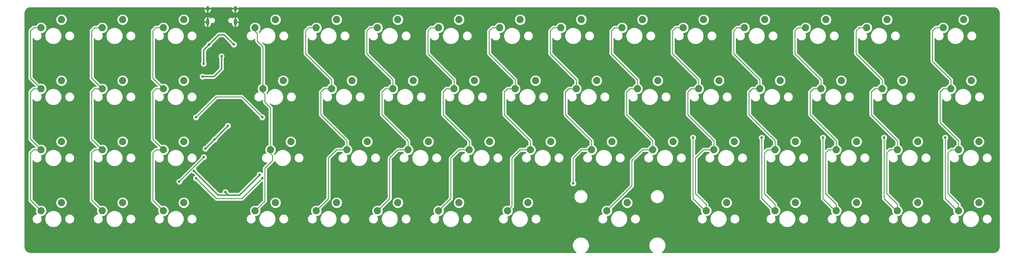
<source format=gtl>
G04 #@! TF.GenerationSoftware,KiCad,Pcbnew,(5.1.6)-1*
G04 #@! TF.CreationDate,2020-06-23T20:41:26-04:00*
G04 #@! TF.ProjectId,Trout-59,54726f75-742d-4353-992e-6b696361645f,rev?*
G04 #@! TF.SameCoordinates,Original*
G04 #@! TF.FileFunction,Copper,L1,Top*
G04 #@! TF.FilePolarity,Positive*
%FSLAX46Y46*%
G04 Gerber Fmt 4.6, Leading zero omitted, Abs format (unit mm)*
G04 Created by KiCad (PCBNEW (5.1.6)-1) date 2020-06-23 20:41:26*
%MOMM*%
%LPD*%
G01*
G04 APERTURE LIST*
G04 #@! TA.AperFunction,ComponentPad*
%ADD10C,2.250000*%
G04 #@! TD*
G04 #@! TA.AperFunction,ComponentPad*
%ADD11O,1.000000X2.100000*%
G04 #@! TD*
G04 #@! TA.AperFunction,ComponentPad*
%ADD12O,1.000000X1.600000*%
G04 #@! TD*
G04 #@! TA.AperFunction,ViaPad*
%ADD13C,0.800000*%
G04 #@! TD*
G04 #@! TA.AperFunction,Conductor*
%ADD14C,0.381000*%
G04 #@! TD*
G04 #@! TA.AperFunction,Conductor*
%ADD15C,0.254000*%
G04 #@! TD*
G04 APERTURE END LIST*
D10*
G04 #@! TO.P,MX49,2*
G04 #@! TO.N,Net-(D49-Pad2)*
X100965000Y-99695000D03*
G04 #@! TO.P,MX49,1*
G04 #@! TO.N,Col3*
X94615000Y-102235000D03*
G04 #@! TD*
G04 #@! TO.P,MX31,2*
G04 #@! TO.N,Net-(D31-Pad2)*
X34290000Y-80645000D03*
G04 #@! TO.P,MX31,1*
G04 #@! TO.N,Col0*
X27940000Y-83185000D03*
G04 #@! TD*
G04 #@! TO.P,MX4,2*
G04 #@! TO.N,Net-(D4-Pad2)*
X100965000Y-42545000D03*
G04 #@! TO.P,MX4,1*
G04 #@! TO.N,Col3*
X94615000Y-45085000D03*
G04 #@! TD*
G04 #@! TO.P,MX16,2*
G04 #@! TO.N,Net-(D16-Pad2)*
X34290000Y-61595000D03*
G04 #@! TO.P,MX16,1*
G04 #@! TO.N,Col0*
X27940000Y-64135000D03*
G04 #@! TD*
G04 #@! TO.P,MX15,2*
G04 #@! TO.N,Net-(D15-Pad2)*
X315277500Y-42545000D03*
G04 #@! TO.P,MX15,1*
G04 #@! TO.N,Col14*
X308927500Y-45085000D03*
G04 #@! TD*
G04 #@! TO.P,MX5,2*
G04 #@! TO.N,Net-(D5-Pad2)*
X120015000Y-42545000D03*
G04 #@! TO.P,MX5,1*
G04 #@! TO.N,Col4*
X113665000Y-45085000D03*
G04 #@! TD*
G04 #@! TO.P,MX46,2*
G04 #@! TO.N,Net-(D46-Pad2)*
X34290000Y-99695000D03*
G04 #@! TO.P,MX46,1*
G04 #@! TO.N,Col0*
X27940000Y-102235000D03*
G04 #@! TD*
G04 #@! TO.P,MX47,2*
G04 #@! TO.N,Net-(D47-Pad2)*
X53340000Y-99695000D03*
G04 #@! TO.P,MX47,1*
G04 #@! TO.N,Col1*
X46990000Y-102235000D03*
G04 #@! TD*
G04 #@! TO.P,MX48,2*
G04 #@! TO.N,Net-(D48-Pad2)*
X72390000Y-99695000D03*
G04 #@! TO.P,MX48,1*
G04 #@! TO.N,Col2*
X66040000Y-102235000D03*
G04 #@! TD*
G04 #@! TO.P,MX54,2*
G04 #@! TO.N,Net-(D54-Pad2)*
X210502500Y-99695000D03*
G04 #@! TO.P,MX54,1*
G04 #@! TO.N,Col9*
X204152500Y-102235000D03*
G04 #@! TD*
G04 #@! TO.P,MX32,2*
G04 #@! TO.N,Net-(D32-Pad2)*
X53340000Y-80645000D03*
G04 #@! TO.P,MX32,1*
G04 #@! TO.N,Col1*
X46990000Y-83185000D03*
G04 #@! TD*
G04 #@! TO.P,MX2,2*
G04 #@! TO.N,Net-(D2-Pad2)*
X53340000Y-42545000D03*
G04 #@! TO.P,MX2,1*
G04 #@! TO.N,Col1*
X46990000Y-45085000D03*
G04 #@! TD*
G04 #@! TO.P,MX38,2*
G04 #@! TO.N,Net-(D38-Pad2)*
X186690000Y-80645000D03*
G04 #@! TO.P,MX38,1*
G04 #@! TO.N,Col7*
X180340000Y-83185000D03*
G04 #@! TD*
G04 #@! TO.P,MX10,2*
G04 #@! TO.N,Net-(D10-Pad2)*
X215265000Y-42545000D03*
G04 #@! TO.P,MX10,1*
G04 #@! TO.N,Col9*
X208915000Y-45085000D03*
G04 #@! TD*
G04 #@! TO.P,MX8,2*
G04 #@! TO.N,Net-(D8-Pad2)*
X177165000Y-42545000D03*
G04 #@! TO.P,MX8,1*
G04 #@! TO.N,Col7*
X170815000Y-45085000D03*
G04 #@! TD*
G04 #@! TO.P,MX6,2*
G04 #@! TO.N,Net-(D6-Pad2)*
X139065000Y-42545000D03*
G04 #@! TO.P,MX6,1*
G04 #@! TO.N,Col5*
X132715000Y-45085000D03*
G04 #@! TD*
G04 #@! TO.P,MX19,2*
G04 #@! TO.N,Net-(D19-Pad2)*
X103346250Y-61595000D03*
G04 #@! TO.P,MX19,1*
G04 #@! TO.N,Col3*
X96996250Y-64135000D03*
G04 #@! TD*
G04 #@! TO.P,MX45,2*
G04 #@! TO.N,Net-(D45-Pad2)*
X320040000Y-80645000D03*
G04 #@! TO.P,MX45,1*
G04 #@! TO.N,Col14*
X313690000Y-83185000D03*
G04 #@! TD*
G04 #@! TO.P,MX27,2*
G04 #@! TO.N,Net-(D27-Pad2)*
X258127500Y-61595000D03*
G04 #@! TO.P,MX27,1*
G04 #@! TO.N,Col11*
X251777500Y-64135000D03*
G04 #@! TD*
G04 #@! TO.P,MX14,2*
G04 #@! TO.N,Net-(D14-Pad2)*
X291465000Y-42545000D03*
G04 #@! TO.P,MX14,1*
G04 #@! TO.N,Col13*
X285115000Y-45085000D03*
G04 #@! TD*
G04 #@! TO.P,MX12,2*
G04 #@! TO.N,Net-(D12-Pad2)*
X253365000Y-42545000D03*
G04 #@! TO.P,MX12,1*
G04 #@! TO.N,Col11*
X247015000Y-45085000D03*
G04 #@! TD*
G04 #@! TO.P,MX26,2*
G04 #@! TO.N,Net-(D26-Pad2)*
X239077500Y-61595000D03*
G04 #@! TO.P,MX26,1*
G04 #@! TO.N,Col10*
X232727500Y-64135000D03*
G04 #@! TD*
G04 #@! TO.P,MX41,2*
G04 #@! TO.N,Net-(D41-Pad2)*
X243840000Y-80645000D03*
G04 #@! TO.P,MX41,1*
G04 #@! TO.N,Col10*
X237490000Y-83185000D03*
G04 #@! TD*
G04 #@! TO.P,MX23,2*
G04 #@! TO.N,Net-(D23-Pad2)*
X181927500Y-61595000D03*
G04 #@! TO.P,MX23,1*
G04 #@! TO.N,Col7*
X175577500Y-64135000D03*
G04 #@! TD*
G04 #@! TO.P,MX22,2*
G04 #@! TO.N,Net-(D22-Pad2)*
X162877500Y-61595000D03*
G04 #@! TO.P,MX22,1*
G04 #@! TO.N,Col6*
X156527500Y-64135000D03*
G04 #@! TD*
G04 #@! TO.P,MX36,2*
G04 #@! TO.N,Net-(D36-Pad2)*
X148590000Y-80645000D03*
G04 #@! TO.P,MX36,1*
G04 #@! TO.N,Col5*
X142240000Y-83185000D03*
G04 #@! TD*
G04 #@! TO.P,MX58,2*
G04 #@! TO.N,Net-(D58-Pad2)*
X300990000Y-99695000D03*
G04 #@! TO.P,MX58,1*
G04 #@! TO.N,Col13*
X294640000Y-102235000D03*
G04 #@! TD*
G04 #@! TO.P,MX56,2*
G04 #@! TO.N,Net-(D56-Pad2)*
X262890000Y-99695000D03*
G04 #@! TO.P,MX56,1*
G04 #@! TO.N,Col11*
X256540000Y-102235000D03*
G04 #@! TD*
G04 #@! TO.P,MX55,2*
G04 #@! TO.N,Net-(D55-Pad2)*
X241458750Y-99695000D03*
G04 #@! TO.P,MX55,1*
G04 #@! TO.N,Col10*
X235108750Y-102235000D03*
G04 #@! TD*
G04 #@! TO.P,MX40,2*
G04 #@! TO.N,Net-(D40-Pad2)*
X224790000Y-80645000D03*
G04 #@! TO.P,MX40,1*
G04 #@! TO.N,Col9*
X218440000Y-83185000D03*
G04 #@! TD*
G04 #@! TO.P,MX59,2*
G04 #@! TO.N,Net-(D59-Pad2)*
X320040000Y-99695000D03*
G04 #@! TO.P,MX59,1*
G04 #@! TO.N,Col14*
X313690000Y-102235000D03*
G04 #@! TD*
G04 #@! TO.P,MX57,2*
G04 #@! TO.N,Net-(D57-Pad2)*
X281940000Y-99695000D03*
G04 #@! TO.P,MX57,1*
G04 #@! TO.N,Col12*
X275590000Y-102235000D03*
G04 #@! TD*
G04 #@! TO.P,MX53,2*
G04 #@! TO.N,Net-(D53-Pad2)*
X179546250Y-99695000D03*
G04 #@! TO.P,MX53,1*
G04 #@! TO.N,Col7*
X173196250Y-102235000D03*
G04 #@! TD*
G04 #@! TO.P,MX52,2*
G04 #@! TO.N,Net-(D52-Pad2)*
X158115000Y-99695000D03*
G04 #@! TO.P,MX52,1*
G04 #@! TO.N,Col6*
X151765000Y-102235000D03*
G04 #@! TD*
G04 #@! TO.P,MX51,2*
G04 #@! TO.N,Net-(D51-Pad2)*
X139065000Y-99695000D03*
G04 #@! TO.P,MX51,1*
G04 #@! TO.N,Col5*
X132715000Y-102235000D03*
G04 #@! TD*
G04 #@! TO.P,MX50,2*
G04 #@! TO.N,Net-(D50-Pad2)*
X120015000Y-99695000D03*
G04 #@! TO.P,MX50,1*
G04 #@! TO.N,Col4*
X113665000Y-102235000D03*
G04 #@! TD*
G04 #@! TO.P,MX44,2*
G04 #@! TO.N,Net-(D44-Pad2)*
X300990000Y-80645000D03*
G04 #@! TO.P,MX44,1*
G04 #@! TO.N,Col13*
X294640000Y-83185000D03*
G04 #@! TD*
G04 #@! TO.P,MX43,2*
G04 #@! TO.N,Net-(D43-Pad2)*
X281940000Y-80645000D03*
G04 #@! TO.P,MX43,1*
G04 #@! TO.N,Col12*
X275590000Y-83185000D03*
G04 #@! TD*
G04 #@! TO.P,MX42,2*
G04 #@! TO.N,Net-(D42-Pad2)*
X262890000Y-80645000D03*
G04 #@! TO.P,MX42,1*
G04 #@! TO.N,Col11*
X256540000Y-83185000D03*
G04 #@! TD*
G04 #@! TO.P,MX39,2*
G04 #@! TO.N,Net-(D39-Pad2)*
X205740000Y-80645000D03*
G04 #@! TO.P,MX39,1*
G04 #@! TO.N,Col8*
X199390000Y-83185000D03*
G04 #@! TD*
G04 #@! TO.P,MX37,2*
G04 #@! TO.N,Net-(D37-Pad2)*
X167640000Y-80645000D03*
G04 #@! TO.P,MX37,1*
G04 #@! TO.N,Col6*
X161290000Y-83185000D03*
G04 #@! TD*
G04 #@! TO.P,MX35,2*
G04 #@! TO.N,Net-(D35-Pad2)*
X129540000Y-80645000D03*
G04 #@! TO.P,MX35,1*
G04 #@! TO.N,Col4*
X123190000Y-83185000D03*
G04 #@! TD*
G04 #@! TO.P,MX34,2*
G04 #@! TO.N,Net-(D34-Pad2)*
X105727500Y-80645000D03*
G04 #@! TO.P,MX34,1*
G04 #@! TO.N,Col3*
X99377500Y-83185000D03*
G04 #@! TD*
G04 #@! TO.P,MX33,2*
G04 #@! TO.N,Net-(D33-Pad2)*
X72390000Y-80645000D03*
G04 #@! TO.P,MX33,1*
G04 #@! TO.N,Col2*
X66040000Y-83185000D03*
G04 #@! TD*
G04 #@! TO.P,MX30,2*
G04 #@! TO.N,Net-(D30-Pad2)*
X317658750Y-61595000D03*
G04 #@! TO.P,MX30,1*
G04 #@! TO.N,Col14*
X311308750Y-64135000D03*
G04 #@! TD*
G04 #@! TO.P,MX29,2*
G04 #@! TO.N,Net-(D29-Pad2)*
X296227500Y-61595000D03*
G04 #@! TO.P,MX29,1*
G04 #@! TO.N,Col13*
X289877500Y-64135000D03*
G04 #@! TD*
G04 #@! TO.P,MX28,2*
G04 #@! TO.N,Net-(D28-Pad2)*
X277177500Y-61595000D03*
G04 #@! TO.P,MX28,1*
G04 #@! TO.N,Col12*
X270827500Y-64135000D03*
G04 #@! TD*
G04 #@! TO.P,MX25,2*
G04 #@! TO.N,Net-(D25-Pad2)*
X220027500Y-61595000D03*
G04 #@! TO.P,MX25,1*
G04 #@! TO.N,Col9*
X213677500Y-64135000D03*
G04 #@! TD*
G04 #@! TO.P,MX24,2*
G04 #@! TO.N,Net-(D24-Pad2)*
X200977500Y-61595000D03*
G04 #@! TO.P,MX24,1*
G04 #@! TO.N,Col8*
X194627500Y-64135000D03*
G04 #@! TD*
G04 #@! TO.P,MX21,2*
G04 #@! TO.N,Net-(D21-Pad2)*
X143827500Y-61595000D03*
G04 #@! TO.P,MX21,1*
G04 #@! TO.N,Col5*
X137477500Y-64135000D03*
G04 #@! TD*
G04 #@! TO.P,MX20,2*
G04 #@! TO.N,Net-(D20-Pad2)*
X124777500Y-61595000D03*
G04 #@! TO.P,MX20,1*
G04 #@! TO.N,Col4*
X118427500Y-64135000D03*
G04 #@! TD*
G04 #@! TO.P,MX18,2*
G04 #@! TO.N,Net-(D18-Pad2)*
X72390000Y-61595000D03*
G04 #@! TO.P,MX18,1*
G04 #@! TO.N,Col2*
X66040000Y-64135000D03*
G04 #@! TD*
G04 #@! TO.P,MX17,2*
G04 #@! TO.N,Net-(D17-Pad2)*
X53340000Y-61595000D03*
G04 #@! TO.P,MX17,1*
G04 #@! TO.N,Col1*
X46990000Y-64135000D03*
G04 #@! TD*
G04 #@! TO.P,MX13,2*
G04 #@! TO.N,Net-(D13-Pad2)*
X272415000Y-42545000D03*
G04 #@! TO.P,MX13,1*
G04 #@! TO.N,Col12*
X266065000Y-45085000D03*
G04 #@! TD*
G04 #@! TO.P,MX11,2*
G04 #@! TO.N,Net-(D11-Pad2)*
X234315000Y-42545000D03*
G04 #@! TO.P,MX11,1*
G04 #@! TO.N,Col10*
X227965000Y-45085000D03*
G04 #@! TD*
G04 #@! TO.P,MX9,2*
G04 #@! TO.N,Net-(D9-Pad2)*
X196215000Y-42545000D03*
G04 #@! TO.P,MX9,1*
G04 #@! TO.N,Col8*
X189865000Y-45085000D03*
G04 #@! TD*
G04 #@! TO.P,MX7,2*
G04 #@! TO.N,Net-(D7-Pad2)*
X158115000Y-42545000D03*
G04 #@! TO.P,MX7,1*
G04 #@! TO.N,Col6*
X151765000Y-45085000D03*
G04 #@! TD*
G04 #@! TO.P,MX3,2*
G04 #@! TO.N,Net-(D3-Pad2)*
X72390000Y-42545000D03*
G04 #@! TO.P,MX3,1*
G04 #@! TO.N,Col2*
X66040000Y-45085000D03*
G04 #@! TD*
G04 #@! TO.P,MX1,2*
G04 #@! TO.N,Net-(D1-Pad2)*
X34290000Y-42545000D03*
G04 #@! TO.P,MX1,1*
G04 #@! TO.N,Col0*
X27940000Y-45085000D03*
G04 #@! TD*
D11*
G04 #@! TO.P,USB1,13*
G04 #@! TO.N,GND*
X79817500Y-43292500D03*
X88457500Y-43292500D03*
D12*
X79817500Y-39112500D03*
X88457500Y-39112500D03*
G04 #@! TD*
D13*
G04 #@! TO.N,GND*
X89693750Y-57943750D03*
X76200000Y-51593750D03*
X76200000Y-54768750D03*
X92075000Y-51593750D03*
X92075000Y-54864000D03*
X84137500Y-48418750D03*
G04 #@! TO.N,+5V*
X84137500Y-53975000D03*
X86106000Y-75692000D03*
X81978500Y-79946500D03*
X79121000Y-82804000D03*
X75565000Y-89789000D03*
X85344000Y-96393000D03*
X96012000Y-90932000D03*
X78232000Y-60325000D03*
G04 #@! TO.N,Row1*
X76200000Y-73025000D03*
X96837500Y-73025000D03*
G04 #@! TO.N,Row2*
X76200000Y-92075000D03*
X96837500Y-92075000D03*
X78613000Y-85471000D03*
X70993000Y-93091000D03*
G04 #@! TO.N,VCC*
X87993692Y-50309308D03*
X78581250Y-56292750D03*
X80264000Y-50292000D03*
G04 #@! TO.N,Col8*
X193675000Y-93662500D03*
G04 #@! TO.N,Col10*
X230981250Y-79375000D03*
G04 #@! TO.N,Col11*
X252412500Y-79375000D03*
G04 #@! TO.N,Col12*
X271462500Y-79375000D03*
G04 #@! TO.N,Col13*
X290512500Y-79375000D03*
G04 #@! TO.N,Col14*
X309562500Y-79375000D03*
G04 #@! TD*
D14*
G04 #@! TO.N,GND*
X76200000Y-54768750D02*
X76200000Y-51593750D01*
X92075000Y-53975000D02*
X92075000Y-51593750D01*
X92075000Y-54864000D02*
X92075000Y-53975000D01*
X87312500Y-57943750D02*
X89693750Y-57943750D01*
X85725000Y-56356250D02*
X87312500Y-57943750D01*
X84137500Y-48418750D02*
X85725000Y-50459500D01*
X85725000Y-50459500D02*
X85725000Y-56356250D01*
G04 #@! TO.N,+5V*
X81978500Y-79946500D02*
X86106000Y-75692000D01*
X81978500Y-79946500D02*
X79121000Y-82804000D01*
X75565000Y-89789000D02*
X83058000Y-97282000D01*
X86233000Y-97282000D02*
X86360000Y-97282000D01*
X83058000Y-97282000D02*
X86360000Y-97282000D01*
X85344000Y-96393000D02*
X86233000Y-97282000D01*
X96012000Y-90932000D02*
X95885000Y-91186000D01*
X95885000Y-91186000D02*
X89789000Y-97282000D01*
X89789000Y-97282000D02*
X86233000Y-97282000D01*
X84137500Y-54768750D02*
X84137500Y-53975000D01*
X78232000Y-60325000D02*
X81756250Y-60325000D01*
X84137500Y-57943750D02*
X84137500Y-54768750D01*
X81756250Y-60325000D02*
X84137500Y-57943750D01*
D15*
G04 #@! TO.N,Row1*
X76262500Y-73087500D02*
X76200000Y-73025000D01*
X82550000Y-66675000D02*
X76200000Y-73025000D01*
X96837500Y-73025000D02*
X90487500Y-66675000D01*
X90487500Y-66675000D02*
X82550000Y-66675000D01*
G04 #@! TO.N,Row2*
X76200000Y-92075000D02*
X82550000Y-98425000D01*
X92075000Y-96837500D02*
X96837500Y-92075000D01*
X90487500Y-98425000D02*
X92075000Y-96837500D01*
X82550000Y-98425000D02*
X90487500Y-98425000D01*
X70993000Y-93091000D02*
X78613000Y-85471000D01*
D14*
G04 #@! TO.N,VCC*
X78581250Y-51974750D02*
X80264000Y-50292000D01*
X78581250Y-56292750D02*
X78581250Y-51974750D01*
X84928384Y-47244000D02*
X85534883Y-47850499D01*
X85534883Y-47850499D02*
X87993692Y-50309308D01*
X80264000Y-50292000D02*
X83312000Y-47244000D01*
X83312000Y-47244000D02*
X84928384Y-47244000D01*
D15*
G04 #@! TO.N,Col0*
X27940000Y-64135000D02*
X25558750Y-64135000D01*
X25558750Y-64135000D02*
X24606250Y-65087500D01*
X24606250Y-79851250D02*
X27940000Y-83185000D01*
X24606250Y-65087500D02*
X24606250Y-79851250D01*
X27940000Y-83185000D02*
X25558750Y-83185000D01*
X25558750Y-83185000D02*
X24606250Y-84137500D01*
X24606250Y-98901250D02*
X27940000Y-102235000D01*
X24606250Y-84137500D02*
X24606250Y-98901250D01*
X25558750Y-45085000D02*
X24606250Y-46037500D01*
X27940000Y-45085000D02*
X25558750Y-45085000D01*
X24606250Y-46037500D02*
X24606250Y-60801250D01*
X24606250Y-60801250D02*
X27940000Y-64135000D01*
G04 #@! TO.N,Col1*
X46990000Y-83185000D02*
X44608750Y-83185000D01*
X46990000Y-45085000D02*
X44608750Y-45085000D01*
X44608750Y-45085000D02*
X43656250Y-46037500D01*
X43656250Y-60801250D02*
X46990000Y-64135000D01*
X43656250Y-46037500D02*
X43656250Y-60801250D01*
X46990000Y-64135000D02*
X44608750Y-64135000D01*
X44608750Y-64135000D02*
X43656250Y-65087500D01*
X43656250Y-79851250D02*
X46990000Y-83185000D01*
X43656250Y-65087500D02*
X43656250Y-79851250D01*
X44608750Y-83185000D02*
X43656250Y-84137500D01*
X43656250Y-98901250D02*
X46990000Y-102235000D01*
X43656250Y-84137500D02*
X43656250Y-98901250D01*
G04 #@! TO.N,Col2*
X62706250Y-46037500D02*
X62706250Y-60801250D01*
X62706250Y-60801250D02*
X66040000Y-64135000D01*
X66040000Y-45085000D02*
X63658750Y-45085000D01*
X63658750Y-45085000D02*
X62706250Y-46037500D01*
X66040000Y-64135000D02*
X63658750Y-64135000D01*
X63658750Y-64135000D02*
X62706250Y-65087500D01*
X62706250Y-79851250D02*
X66040000Y-83185000D01*
X62706250Y-65087500D02*
X62706250Y-79851250D01*
X66040000Y-83185000D02*
X63658750Y-83185000D01*
X63658750Y-83185000D02*
X62706250Y-84137500D01*
X62706250Y-98901250D02*
X66040000Y-102235000D01*
X62706250Y-84137500D02*
X62706250Y-98901250D01*
G04 #@! TO.N,Col3*
X99377500Y-83185000D02*
X99377500Y-84296250D01*
X99377500Y-84296250D02*
X100012500Y-84931250D01*
X100012500Y-84931250D02*
X100012500Y-86518750D01*
X100012500Y-86518750D02*
X97631250Y-88900000D01*
X97631250Y-99218750D02*
X94615000Y-102235000D01*
X97631250Y-88900000D02*
X97631250Y-99218750D01*
X97631250Y-65881250D02*
X96996250Y-65246250D01*
X96996250Y-65246250D02*
X96996250Y-64135000D01*
X97631250Y-68262500D02*
X97631250Y-65881250D01*
X99377500Y-83185000D02*
X99377500Y-70008750D01*
X99377500Y-70008750D02*
X97631250Y-68262500D01*
X95250000Y-49212500D02*
X96996250Y-50958750D01*
X96996250Y-50958750D02*
X96996250Y-64135000D01*
X94615000Y-45085000D02*
X94615000Y-46196250D01*
X95250000Y-46831250D02*
X95250000Y-49212500D01*
X94615000Y-46196250D02*
X95250000Y-46831250D01*
G04 #@! TO.N,Col4*
X117475000Y-85725000D02*
X120015000Y-83185000D01*
X113665000Y-102235000D02*
X117475000Y-98425000D01*
X120015000Y-83185000D02*
X123190000Y-83185000D01*
X117475000Y-98425000D02*
X117475000Y-85725000D01*
X123190000Y-83185000D02*
X123190000Y-80327500D01*
X123190000Y-80327500D02*
X115093750Y-72231250D01*
X115093750Y-72231250D02*
X115093750Y-65087500D01*
X116046250Y-64135000D02*
X118427500Y-64135000D01*
X115093750Y-65087500D02*
X116046250Y-64135000D01*
X111283750Y-45085000D02*
X113665000Y-45085000D01*
X110331250Y-46037500D02*
X111283750Y-45085000D01*
X110331250Y-53181250D02*
X110331250Y-46037500D01*
X118427500Y-64135000D02*
X118427500Y-61277500D01*
X118427500Y-61277500D02*
X110331250Y-53181250D01*
G04 #@! TO.N,Col5*
X136525000Y-85725000D02*
X139065000Y-83185000D01*
X132715000Y-102235000D02*
X136525000Y-98425000D01*
X139065000Y-83185000D02*
X142240000Y-83185000D01*
X136525000Y-98425000D02*
X136525000Y-85725000D01*
X135096250Y-64135000D02*
X137477500Y-64135000D01*
X134143750Y-65087500D02*
X135096250Y-64135000D01*
X134143750Y-72231250D02*
X134143750Y-65087500D01*
X142240000Y-83185000D02*
X142240000Y-80327500D01*
X142240000Y-80327500D02*
X134143750Y-72231250D01*
X137477500Y-64135000D02*
X137477500Y-61277500D01*
X137477500Y-61277500D02*
X129381250Y-53181250D01*
X129381250Y-53181250D02*
X129381250Y-46037500D01*
X130333750Y-45085000D02*
X132715000Y-45085000D01*
X129381250Y-46037500D02*
X130333750Y-45085000D01*
G04 #@! TO.N,Col6*
X151765000Y-102235000D02*
X151765000Y-103346250D01*
X151765000Y-102235000D02*
X155575000Y-98425000D01*
X158115000Y-83185000D02*
X161290000Y-83185000D01*
X155575000Y-85725000D02*
X158115000Y-83185000D01*
X155575000Y-98425000D02*
X155575000Y-85725000D01*
X161290000Y-83185000D02*
X161290000Y-80327500D01*
X161290000Y-80327500D02*
X153193750Y-72231250D01*
X153193750Y-72231250D02*
X153193750Y-65087500D01*
X154146250Y-64135000D02*
X156527500Y-64135000D01*
X153193750Y-65087500D02*
X154146250Y-64135000D01*
X156527500Y-64135000D02*
X156527500Y-61277500D01*
X156527500Y-61277500D02*
X148431250Y-53181250D01*
X148431250Y-53181250D02*
X148431250Y-46037500D01*
X149383750Y-45085000D02*
X151765000Y-45085000D01*
X148431250Y-46037500D02*
X149383750Y-45085000D01*
G04 #@! TO.N,Col7*
X173196250Y-102235000D02*
X173196250Y-103346250D01*
X180340000Y-83185000D02*
X177165000Y-83185000D01*
X177165000Y-83185000D02*
X174625000Y-85725000D01*
X174625000Y-85725000D02*
X174625000Y-100806250D01*
X174625000Y-100806250D02*
X173196250Y-102235000D01*
X180340000Y-83185000D02*
X180340000Y-80327500D01*
X180340000Y-80327500D02*
X172243750Y-72231250D01*
X172243750Y-72231250D02*
X172243750Y-65087500D01*
X173196250Y-64135000D02*
X175577500Y-64135000D01*
X172243750Y-65087500D02*
X173196250Y-64135000D01*
X175577500Y-64135000D02*
X175577500Y-61277500D01*
X175577500Y-61277500D02*
X167481250Y-53181250D01*
X167481250Y-53181250D02*
X167481250Y-46037500D01*
X168433750Y-45085000D02*
X170815000Y-45085000D01*
X167481250Y-46037500D02*
X168433750Y-45085000D01*
G04 #@! TO.N,Col8*
X199390000Y-83185000D02*
X199390000Y-80327500D01*
X199390000Y-80327500D02*
X191293750Y-72231250D01*
X191293750Y-72231250D02*
X191293750Y-65087500D01*
X192246250Y-64135000D02*
X194627500Y-64135000D01*
X191293750Y-65087500D02*
X192246250Y-64135000D01*
X194627500Y-64135000D02*
X194627500Y-61277500D01*
X194627500Y-61277500D02*
X186531250Y-53181250D01*
X186531250Y-53181250D02*
X186531250Y-46037500D01*
X187483750Y-45085000D02*
X189865000Y-45085000D01*
X186531250Y-46037500D02*
X187483750Y-45085000D01*
X199390000Y-83185000D02*
X196691250Y-83185000D01*
X196691250Y-83185000D02*
X196215000Y-83185000D01*
X196215000Y-83185000D02*
X193675000Y-85725000D01*
X193675000Y-85725000D02*
X193675000Y-93662500D01*
G04 #@! TO.N,Col9*
X204152500Y-102235000D02*
X204152500Y-103346250D01*
X211931250Y-94456250D02*
X204152500Y-102235000D01*
X211931250Y-86518750D02*
X211931250Y-94456250D01*
X218440000Y-83185000D02*
X215265000Y-83185000D01*
X215265000Y-83185000D02*
X211931250Y-86518750D01*
X218440000Y-83185000D02*
X218440000Y-80327500D01*
X218440000Y-80327500D02*
X210343750Y-72231250D01*
X210343750Y-72231250D02*
X210343750Y-65087500D01*
X211296250Y-64135000D02*
X213677500Y-64135000D01*
X210343750Y-65087500D02*
X211296250Y-64135000D01*
X213677500Y-64135000D02*
X213677500Y-61277500D01*
X213677500Y-61277500D02*
X205581250Y-53181250D01*
X205581250Y-53181250D02*
X205581250Y-46037500D01*
X206533750Y-45085000D02*
X208915000Y-45085000D01*
X205581250Y-46037500D02*
X206533750Y-45085000D01*
G04 #@! TO.N,Col10*
X231775000Y-96837500D02*
X231775000Y-85725000D01*
X231775000Y-85725000D02*
X234315000Y-83185000D01*
X235108750Y-102235000D02*
X235108750Y-100171250D01*
X234315000Y-83185000D02*
X237490000Y-83185000D01*
X235108750Y-100171250D02*
X231775000Y-96837500D01*
X232727500Y-64135000D02*
X232727500Y-61277500D01*
X232727500Y-61277500D02*
X224631250Y-53181250D01*
X224631250Y-53181250D02*
X224631250Y-46037500D01*
X225583750Y-45085000D02*
X227965000Y-45085000D01*
X224631250Y-46037500D02*
X225583750Y-45085000D01*
X230346250Y-64135000D02*
X232727500Y-64135000D01*
X229393750Y-65087500D02*
X230346250Y-64135000D01*
X237490000Y-83185000D02*
X237490000Y-80327500D01*
X229393750Y-72231250D02*
X229393750Y-65087500D01*
X237490000Y-80327500D02*
X229393750Y-72231250D01*
X234791250Y-102235000D02*
X235108750Y-102235000D01*
X230981250Y-98425000D02*
X234791250Y-102235000D01*
X230981250Y-79375000D02*
X230981250Y-98425000D01*
G04 #@! TO.N,Col11*
X256540000Y-102235000D02*
X256222500Y-102235000D01*
X253206250Y-96837500D02*
X253206250Y-84137500D01*
X253206250Y-84137500D02*
X254158750Y-83185000D01*
X256540000Y-102235000D02*
X256540000Y-100171250D01*
X254158750Y-83185000D02*
X256540000Y-83185000D01*
X256540000Y-100171250D02*
X253206250Y-96837500D01*
X251777500Y-64135000D02*
X251777500Y-61277500D01*
X251777500Y-61277500D02*
X243681250Y-53181250D01*
X243681250Y-53181250D02*
X243681250Y-46037500D01*
X244633750Y-45085000D02*
X247015000Y-45085000D01*
X243681250Y-46037500D02*
X244633750Y-45085000D01*
X256540000Y-83185000D02*
X256540000Y-80327500D01*
X256540000Y-80327500D02*
X248443750Y-72231250D01*
X248443750Y-72231250D02*
X248443750Y-65087500D01*
X249396250Y-64135000D02*
X251777500Y-64135000D01*
X248443750Y-65087500D02*
X249396250Y-64135000D01*
X252412500Y-98425000D02*
X256540000Y-102552500D01*
X256540000Y-102552500D02*
X256540000Y-102235000D01*
X252412500Y-79375000D02*
X252412500Y-98425000D01*
G04 #@! TO.N,Col12*
X272256250Y-84137500D02*
X273208750Y-83185000D01*
X272256250Y-96837500D02*
X272256250Y-84137500D01*
X275590000Y-102235000D02*
X275590000Y-100171250D01*
X273208750Y-83185000D02*
X275590000Y-83185000D01*
X275590000Y-100171250D02*
X272256250Y-96837500D01*
X270827500Y-64135000D02*
X270827500Y-61277500D01*
X270827500Y-61277500D02*
X262731250Y-53181250D01*
X262731250Y-53181250D02*
X262731250Y-46037500D01*
X263683750Y-45085000D02*
X266065000Y-45085000D01*
X262731250Y-46037500D02*
X263683750Y-45085000D01*
X275590000Y-83185000D02*
X275590000Y-80327500D01*
X275590000Y-80327500D02*
X267493750Y-72231250D01*
X267493750Y-72231250D02*
X267493750Y-65087500D01*
X268446250Y-64135000D02*
X270827500Y-64135000D01*
X267493750Y-65087500D02*
X268446250Y-64135000D01*
X271462500Y-79375000D02*
X271462500Y-98425000D01*
X271462500Y-98425000D02*
X275272500Y-102235000D01*
X275272500Y-102235000D02*
X275590000Y-102235000D01*
G04 #@! TO.N,Col13*
X292258750Y-83185000D02*
X294640000Y-83185000D01*
X291306250Y-96837500D02*
X291306250Y-84137500D01*
X294640000Y-102235000D02*
X294640000Y-100171250D01*
X291306250Y-84137500D02*
X292258750Y-83185000D01*
X294640000Y-100171250D02*
X291306250Y-96837500D01*
X289877500Y-64135000D02*
X289877500Y-61277500D01*
X289877500Y-61277500D02*
X281781250Y-53181250D01*
X281781250Y-53181250D02*
X281781250Y-46037500D01*
X282733750Y-45085000D02*
X285115000Y-45085000D01*
X281781250Y-46037500D02*
X282733750Y-45085000D01*
X294640000Y-83185000D02*
X294640000Y-80327500D01*
X294640000Y-80327500D02*
X286543750Y-72231250D01*
X286543750Y-72231250D02*
X286543750Y-65087500D01*
X287496250Y-64135000D02*
X289877500Y-64135000D01*
X286543750Y-65087500D02*
X287496250Y-64135000D01*
X290512500Y-79375000D02*
X290512500Y-98425000D01*
X294322500Y-102235000D02*
X294640000Y-102235000D01*
X290512500Y-98425000D02*
X294322500Y-102235000D01*
G04 #@! TO.N,Col14*
X313690000Y-102235000D02*
X313690000Y-101758750D01*
X311308750Y-83185000D02*
X313690000Y-83185000D01*
X310356250Y-96837500D02*
X310356250Y-84137500D01*
X313690000Y-102235000D02*
X313690000Y-100171250D01*
X310356250Y-84137500D02*
X311308750Y-83185000D01*
X313690000Y-100171250D02*
X310356250Y-96837500D01*
X311308750Y-64135000D02*
X311308750Y-61277500D01*
X311308750Y-61277500D02*
X305593750Y-55562500D01*
X305593750Y-55562500D02*
X305593750Y-46037500D01*
X306546250Y-45085000D02*
X308927500Y-45085000D01*
X305593750Y-46037500D02*
X306546250Y-45085000D01*
X313690000Y-83185000D02*
X313690000Y-80327500D01*
X313690000Y-80327500D02*
X307975000Y-74612500D01*
X307975000Y-74612500D02*
X307975000Y-65087500D01*
X308927500Y-64135000D02*
X311308750Y-64135000D01*
X307975000Y-65087500D02*
X308927500Y-64135000D01*
X309562500Y-79375000D02*
X309562500Y-98425000D01*
X309562500Y-98425000D02*
X313372500Y-102235000D01*
X313372500Y-102235000D02*
X313690000Y-102235000D01*
G04 #@! TD*
G04 #@! TO.N,GND*
G36*
X78682500Y-38985500D02*
G01*
X79690500Y-38985500D01*
X79690500Y-38965500D01*
X79944500Y-38965500D01*
X79944500Y-38985500D01*
X80952500Y-38985500D01*
X80952500Y-38760000D01*
X87322500Y-38760000D01*
X87322500Y-38985500D01*
X88330500Y-38985500D01*
X88330500Y-38965500D01*
X88584500Y-38965500D01*
X88584500Y-38985500D01*
X89592500Y-38985500D01*
X89592500Y-38760000D01*
X324611471Y-38760000D01*
X324977460Y-38795886D01*
X325298460Y-38892801D01*
X325594525Y-39050221D01*
X325854373Y-39262149D01*
X326068108Y-39520510D01*
X326227588Y-39815464D01*
X326326744Y-40135782D01*
X326365000Y-40499762D01*
X326365001Y-113473961D01*
X326329114Y-113839960D01*
X326232198Y-114160962D01*
X326074779Y-114457025D01*
X325862851Y-114716873D01*
X325604492Y-114930606D01*
X325309536Y-115090088D01*
X324989219Y-115189243D01*
X324625229Y-115227500D01*
X221311854Y-115227500D01*
X221544576Y-115072000D01*
X221910750Y-114705826D01*
X222198451Y-114275251D01*
X222396623Y-113796822D01*
X222497650Y-113288924D01*
X222497650Y-112771076D01*
X222396623Y-112263178D01*
X222198451Y-111784749D01*
X221910750Y-111354174D01*
X221544576Y-110988000D01*
X221114001Y-110700299D01*
X220635572Y-110502127D01*
X220127674Y-110401100D01*
X219609826Y-110401100D01*
X219101928Y-110502127D01*
X218623499Y-110700299D01*
X218192924Y-110988000D01*
X217826750Y-111354174D01*
X217539049Y-111784749D01*
X217340877Y-112263178D01*
X217239850Y-112771076D01*
X217239850Y-113288924D01*
X217340877Y-113796822D01*
X217539049Y-114275251D01*
X217826750Y-114705826D01*
X218192924Y-115072000D01*
X218425646Y-115227500D01*
X197499354Y-115227500D01*
X197732076Y-115072000D01*
X198098250Y-114705826D01*
X198385951Y-114275251D01*
X198584123Y-113796822D01*
X198685150Y-113288924D01*
X198685150Y-112771076D01*
X198584123Y-112263178D01*
X198385951Y-111784749D01*
X198098250Y-111354174D01*
X197732076Y-110988000D01*
X197301501Y-110700299D01*
X196823072Y-110502127D01*
X196315174Y-110401100D01*
X195797326Y-110401100D01*
X195289428Y-110502127D01*
X194810999Y-110700299D01*
X194380424Y-110988000D01*
X194014250Y-111354174D01*
X193726549Y-111784749D01*
X193528377Y-112263178D01*
X193427350Y-112771076D01*
X193427350Y-113288924D01*
X193528377Y-113796822D01*
X193726549Y-114275251D01*
X194014250Y-114705826D01*
X194380424Y-115072000D01*
X194613146Y-115227500D01*
X24638529Y-115227500D01*
X24272540Y-115191614D01*
X23951538Y-115094698D01*
X23655475Y-114937279D01*
X23395627Y-114725351D01*
X23181894Y-114466992D01*
X23022412Y-114172036D01*
X22923257Y-113851719D01*
X22885000Y-113487729D01*
X22885000Y-46037500D01*
X23840564Y-46037500D01*
X23844250Y-46074923D01*
X23844251Y-60763817D01*
X23840564Y-60801250D01*
X23855277Y-60950628D01*
X23898849Y-61094265D01*
X23969605Y-61226642D01*
X24040971Y-61313601D01*
X24064829Y-61342672D01*
X24093899Y-61366529D01*
X26100369Y-63373000D01*
X25596172Y-63373000D01*
X25558749Y-63369314D01*
X25521326Y-63373000D01*
X25521324Y-63373000D01*
X25409372Y-63384026D01*
X25265735Y-63427598D01*
X25133358Y-63498355D01*
X25017328Y-63593578D01*
X24993471Y-63622648D01*
X24093904Y-64522216D01*
X24064828Y-64546078D01*
X24012693Y-64609605D01*
X23969605Y-64662108D01*
X23931785Y-64732865D01*
X23898848Y-64794486D01*
X23855276Y-64938123D01*
X23844250Y-65050074D01*
X23840564Y-65087500D01*
X23844250Y-65124923D01*
X23844251Y-79813817D01*
X23840564Y-79851250D01*
X23855277Y-80000628D01*
X23898849Y-80144265D01*
X23969605Y-80276642D01*
X24040971Y-80363601D01*
X24064829Y-80392672D01*
X24093899Y-80416529D01*
X26100369Y-82423000D01*
X25596172Y-82423000D01*
X25558749Y-82419314D01*
X25521326Y-82423000D01*
X25521324Y-82423000D01*
X25409372Y-82434026D01*
X25265735Y-82477598D01*
X25133358Y-82548355D01*
X25017328Y-82643578D01*
X24993471Y-82672648D01*
X24093904Y-83572216D01*
X24064828Y-83596078D01*
X24034122Y-83633494D01*
X23969605Y-83712108D01*
X23931785Y-83782865D01*
X23898848Y-83844486D01*
X23855276Y-83988123D01*
X23844250Y-84100074D01*
X23840564Y-84137500D01*
X23844250Y-84174923D01*
X23844251Y-98863817D01*
X23840564Y-98901250D01*
X23855277Y-99050628D01*
X23898849Y-99194265D01*
X23969605Y-99326642D01*
X24003653Y-99368129D01*
X24064829Y-99442672D01*
X24093899Y-99466529D01*
X26277324Y-101649954D01*
X26247636Y-101721627D01*
X26180000Y-102061655D01*
X26180000Y-102408345D01*
X26247636Y-102748373D01*
X26380308Y-103068673D01*
X26512638Y-103266719D01*
X26229549Y-103323029D01*
X25954747Y-103436856D01*
X25707431Y-103602107D01*
X25497107Y-103812431D01*
X25331856Y-104059747D01*
X25218029Y-104334549D01*
X25160000Y-104626278D01*
X25160000Y-104923722D01*
X25218029Y-105215451D01*
X25331856Y-105490253D01*
X25497107Y-105737569D01*
X25707431Y-105947893D01*
X25954747Y-106113144D01*
X26229549Y-106226971D01*
X26521278Y-106285000D01*
X26818722Y-106285000D01*
X27110451Y-106226971D01*
X27385253Y-106113144D01*
X27632569Y-105947893D01*
X27842893Y-105737569D01*
X28008144Y-105490253D01*
X28121971Y-105215451D01*
X28180000Y-104923722D01*
X28180000Y-104626278D01*
X28158080Y-104516076D01*
X29121100Y-104516076D01*
X29121100Y-105033924D01*
X29222127Y-105541822D01*
X29420299Y-106020251D01*
X29708000Y-106450826D01*
X30074174Y-106817000D01*
X30504749Y-107104701D01*
X30983178Y-107302873D01*
X31491076Y-107403900D01*
X32008924Y-107403900D01*
X32516822Y-107302873D01*
X32995251Y-107104701D01*
X33425826Y-106817000D01*
X33792000Y-106450826D01*
X34079701Y-106020251D01*
X34277873Y-105541822D01*
X34378900Y-105033924D01*
X34378900Y-104626278D01*
X35320000Y-104626278D01*
X35320000Y-104923722D01*
X35378029Y-105215451D01*
X35491856Y-105490253D01*
X35657107Y-105737569D01*
X35867431Y-105947893D01*
X36114747Y-106113144D01*
X36389549Y-106226971D01*
X36681278Y-106285000D01*
X36978722Y-106285000D01*
X37270451Y-106226971D01*
X37545253Y-106113144D01*
X37792569Y-105947893D01*
X38002893Y-105737569D01*
X38168144Y-105490253D01*
X38281971Y-105215451D01*
X38340000Y-104923722D01*
X38340000Y-104626278D01*
X38281971Y-104334549D01*
X38168144Y-104059747D01*
X38002893Y-103812431D01*
X37792569Y-103602107D01*
X37545253Y-103436856D01*
X37270451Y-103323029D01*
X36978722Y-103265000D01*
X36681278Y-103265000D01*
X36389549Y-103323029D01*
X36114747Y-103436856D01*
X35867431Y-103602107D01*
X35657107Y-103812431D01*
X35491856Y-104059747D01*
X35378029Y-104334549D01*
X35320000Y-104626278D01*
X34378900Y-104626278D01*
X34378900Y-104516076D01*
X34277873Y-104008178D01*
X34079701Y-103529749D01*
X33792000Y-103099174D01*
X33425826Y-102733000D01*
X32995251Y-102445299D01*
X32516822Y-102247127D01*
X32008924Y-102146100D01*
X31491076Y-102146100D01*
X30983178Y-102247127D01*
X30504749Y-102445299D01*
X30074174Y-102733000D01*
X29708000Y-103099174D01*
X29420299Y-103529749D01*
X29222127Y-104008178D01*
X29121100Y-104516076D01*
X28158080Y-104516076D01*
X28121971Y-104334549D01*
X28008144Y-104059747D01*
X27964882Y-103995000D01*
X28113345Y-103995000D01*
X28453373Y-103927364D01*
X28773673Y-103794692D01*
X29061935Y-103602081D01*
X29307081Y-103356935D01*
X29499692Y-103068673D01*
X29632364Y-102748373D01*
X29700000Y-102408345D01*
X29700000Y-102061655D01*
X29632364Y-101721627D01*
X29499692Y-101401327D01*
X29307081Y-101113065D01*
X29061935Y-100867919D01*
X28773673Y-100675308D01*
X28453373Y-100542636D01*
X28113345Y-100475000D01*
X27766655Y-100475000D01*
X27426627Y-100542636D01*
X27354954Y-100572324D01*
X26304285Y-99521655D01*
X32530000Y-99521655D01*
X32530000Y-99868345D01*
X32597636Y-100208373D01*
X32730308Y-100528673D01*
X32922919Y-100816935D01*
X33168065Y-101062081D01*
X33456327Y-101254692D01*
X33776627Y-101387364D01*
X34116655Y-101455000D01*
X34463345Y-101455000D01*
X34803373Y-101387364D01*
X35123673Y-101254692D01*
X35411935Y-101062081D01*
X35657081Y-100816935D01*
X35849692Y-100528673D01*
X35982364Y-100208373D01*
X36050000Y-99868345D01*
X36050000Y-99521655D01*
X35982364Y-99181627D01*
X35849692Y-98861327D01*
X35657081Y-98573065D01*
X35411935Y-98327919D01*
X35123673Y-98135308D01*
X34803373Y-98002636D01*
X34463345Y-97935000D01*
X34116655Y-97935000D01*
X33776627Y-98002636D01*
X33456327Y-98135308D01*
X33168065Y-98327919D01*
X32922919Y-98573065D01*
X32730308Y-98861327D01*
X32597636Y-99181627D01*
X32530000Y-99521655D01*
X26304285Y-99521655D01*
X25368250Y-98585620D01*
X25368250Y-86494721D01*
X25497107Y-86687569D01*
X25707431Y-86897893D01*
X25954747Y-87063144D01*
X26229549Y-87176971D01*
X26521278Y-87235000D01*
X26818722Y-87235000D01*
X27110451Y-87176971D01*
X27385253Y-87063144D01*
X27632569Y-86897893D01*
X27842893Y-86687569D01*
X28008144Y-86440253D01*
X28121971Y-86165451D01*
X28180000Y-85873722D01*
X28180000Y-85576278D01*
X28158080Y-85466076D01*
X29121100Y-85466076D01*
X29121100Y-85983924D01*
X29222127Y-86491822D01*
X29420299Y-86970251D01*
X29708000Y-87400826D01*
X30074174Y-87767000D01*
X30504749Y-88054701D01*
X30983178Y-88252873D01*
X31491076Y-88353900D01*
X32008924Y-88353900D01*
X32516822Y-88252873D01*
X32995251Y-88054701D01*
X33425826Y-87767000D01*
X33792000Y-87400826D01*
X34079701Y-86970251D01*
X34277873Y-86491822D01*
X34378900Y-85983924D01*
X34378900Y-85576278D01*
X35320000Y-85576278D01*
X35320000Y-85873722D01*
X35378029Y-86165451D01*
X35491856Y-86440253D01*
X35657107Y-86687569D01*
X35867431Y-86897893D01*
X36114747Y-87063144D01*
X36389549Y-87176971D01*
X36681278Y-87235000D01*
X36978722Y-87235000D01*
X37270451Y-87176971D01*
X37545253Y-87063144D01*
X37792569Y-86897893D01*
X38002893Y-86687569D01*
X38168144Y-86440253D01*
X38281971Y-86165451D01*
X38340000Y-85873722D01*
X38340000Y-85576278D01*
X38281971Y-85284549D01*
X38168144Y-85009747D01*
X38002893Y-84762431D01*
X37792569Y-84552107D01*
X37545253Y-84386856D01*
X37270451Y-84273029D01*
X36978722Y-84215000D01*
X36681278Y-84215000D01*
X36389549Y-84273029D01*
X36114747Y-84386856D01*
X35867431Y-84552107D01*
X35657107Y-84762431D01*
X35491856Y-85009747D01*
X35378029Y-85284549D01*
X35320000Y-85576278D01*
X34378900Y-85576278D01*
X34378900Y-85466076D01*
X34277873Y-84958178D01*
X34079701Y-84479749D01*
X33792000Y-84049174D01*
X33425826Y-83683000D01*
X32995251Y-83395299D01*
X32516822Y-83197127D01*
X32008924Y-83096100D01*
X31491076Y-83096100D01*
X30983178Y-83197127D01*
X30504749Y-83395299D01*
X30074174Y-83683000D01*
X29708000Y-84049174D01*
X29420299Y-84479749D01*
X29222127Y-84958178D01*
X29121100Y-85466076D01*
X28158080Y-85466076D01*
X28121971Y-85284549D01*
X28008144Y-85009747D01*
X27964882Y-84945000D01*
X28113345Y-84945000D01*
X28453373Y-84877364D01*
X28773673Y-84744692D01*
X29061935Y-84552081D01*
X29307081Y-84306935D01*
X29499692Y-84018673D01*
X29632364Y-83698373D01*
X29700000Y-83358345D01*
X29700000Y-83011655D01*
X29632364Y-82671627D01*
X29499692Y-82351327D01*
X29307081Y-82063065D01*
X29061935Y-81817919D01*
X28773673Y-81625308D01*
X28453373Y-81492636D01*
X28113345Y-81425000D01*
X27766655Y-81425000D01*
X27426627Y-81492636D01*
X27354954Y-81522324D01*
X26304285Y-80471655D01*
X32530000Y-80471655D01*
X32530000Y-80818345D01*
X32597636Y-81158373D01*
X32730308Y-81478673D01*
X32922919Y-81766935D01*
X33168065Y-82012081D01*
X33456327Y-82204692D01*
X33776627Y-82337364D01*
X34116655Y-82405000D01*
X34463345Y-82405000D01*
X34803373Y-82337364D01*
X35123673Y-82204692D01*
X35411935Y-82012081D01*
X35657081Y-81766935D01*
X35849692Y-81478673D01*
X35982364Y-81158373D01*
X36050000Y-80818345D01*
X36050000Y-80471655D01*
X35982364Y-80131627D01*
X35849692Y-79811327D01*
X35657081Y-79523065D01*
X35411935Y-79277919D01*
X35123673Y-79085308D01*
X34803373Y-78952636D01*
X34463345Y-78885000D01*
X34116655Y-78885000D01*
X33776627Y-78952636D01*
X33456327Y-79085308D01*
X33168065Y-79277919D01*
X32922919Y-79523065D01*
X32730308Y-79811327D01*
X32597636Y-80131627D01*
X32530000Y-80471655D01*
X26304285Y-80471655D01*
X25368250Y-79535620D01*
X25368250Y-67444721D01*
X25497107Y-67637569D01*
X25707431Y-67847893D01*
X25954747Y-68013144D01*
X26229549Y-68126971D01*
X26521278Y-68185000D01*
X26818722Y-68185000D01*
X27110451Y-68126971D01*
X27385253Y-68013144D01*
X27632569Y-67847893D01*
X27842893Y-67637569D01*
X28008144Y-67390253D01*
X28121971Y-67115451D01*
X28180000Y-66823722D01*
X28180000Y-66526278D01*
X28158080Y-66416076D01*
X29121100Y-66416076D01*
X29121100Y-66933924D01*
X29222127Y-67441822D01*
X29420299Y-67920251D01*
X29708000Y-68350826D01*
X30074174Y-68717000D01*
X30504749Y-69004701D01*
X30983178Y-69202873D01*
X31491076Y-69303900D01*
X32008924Y-69303900D01*
X32516822Y-69202873D01*
X32995251Y-69004701D01*
X33425826Y-68717000D01*
X33792000Y-68350826D01*
X34079701Y-67920251D01*
X34277873Y-67441822D01*
X34378900Y-66933924D01*
X34378900Y-66526278D01*
X35320000Y-66526278D01*
X35320000Y-66823722D01*
X35378029Y-67115451D01*
X35491856Y-67390253D01*
X35657107Y-67637569D01*
X35867431Y-67847893D01*
X36114747Y-68013144D01*
X36389549Y-68126971D01*
X36681278Y-68185000D01*
X36978722Y-68185000D01*
X37270451Y-68126971D01*
X37545253Y-68013144D01*
X37792569Y-67847893D01*
X38002893Y-67637569D01*
X38168144Y-67390253D01*
X38281971Y-67115451D01*
X38340000Y-66823722D01*
X38340000Y-66526278D01*
X38281971Y-66234549D01*
X38168144Y-65959747D01*
X38002893Y-65712431D01*
X37792569Y-65502107D01*
X37545253Y-65336856D01*
X37270451Y-65223029D01*
X36978722Y-65165000D01*
X36681278Y-65165000D01*
X36389549Y-65223029D01*
X36114747Y-65336856D01*
X35867431Y-65502107D01*
X35657107Y-65712431D01*
X35491856Y-65959747D01*
X35378029Y-66234549D01*
X35320000Y-66526278D01*
X34378900Y-66526278D01*
X34378900Y-66416076D01*
X34277873Y-65908178D01*
X34079701Y-65429749D01*
X33792000Y-64999174D01*
X33425826Y-64633000D01*
X32995251Y-64345299D01*
X32516822Y-64147127D01*
X32008924Y-64046100D01*
X31491076Y-64046100D01*
X30983178Y-64147127D01*
X30504749Y-64345299D01*
X30074174Y-64633000D01*
X29708000Y-64999174D01*
X29420299Y-65429749D01*
X29222127Y-65908178D01*
X29121100Y-66416076D01*
X28158080Y-66416076D01*
X28121971Y-66234549D01*
X28008144Y-65959747D01*
X27964882Y-65895000D01*
X28113345Y-65895000D01*
X28453373Y-65827364D01*
X28773673Y-65694692D01*
X29061935Y-65502081D01*
X29307081Y-65256935D01*
X29499692Y-64968673D01*
X29632364Y-64648373D01*
X29700000Y-64308345D01*
X29700000Y-63961655D01*
X29632364Y-63621627D01*
X29499692Y-63301327D01*
X29307081Y-63013065D01*
X29061935Y-62767919D01*
X28773673Y-62575308D01*
X28453373Y-62442636D01*
X28113345Y-62375000D01*
X27766655Y-62375000D01*
X27426627Y-62442636D01*
X27354954Y-62472324D01*
X26304285Y-61421655D01*
X32530000Y-61421655D01*
X32530000Y-61768345D01*
X32597636Y-62108373D01*
X32730308Y-62428673D01*
X32922919Y-62716935D01*
X33168065Y-62962081D01*
X33456327Y-63154692D01*
X33776627Y-63287364D01*
X34116655Y-63355000D01*
X34463345Y-63355000D01*
X34803373Y-63287364D01*
X35123673Y-63154692D01*
X35411935Y-62962081D01*
X35657081Y-62716935D01*
X35849692Y-62428673D01*
X35982364Y-62108373D01*
X36050000Y-61768345D01*
X36050000Y-61421655D01*
X35982364Y-61081627D01*
X35849692Y-60761327D01*
X35657081Y-60473065D01*
X35411935Y-60227919D01*
X35123673Y-60035308D01*
X34803373Y-59902636D01*
X34463345Y-59835000D01*
X34116655Y-59835000D01*
X33776627Y-59902636D01*
X33456327Y-60035308D01*
X33168065Y-60227919D01*
X32922919Y-60473065D01*
X32730308Y-60761327D01*
X32597636Y-61081627D01*
X32530000Y-61421655D01*
X26304285Y-61421655D01*
X25368250Y-60485620D01*
X25368250Y-48394721D01*
X25497107Y-48587569D01*
X25707431Y-48797893D01*
X25954747Y-48963144D01*
X26229549Y-49076971D01*
X26521278Y-49135000D01*
X26818722Y-49135000D01*
X27110451Y-49076971D01*
X27385253Y-48963144D01*
X27632569Y-48797893D01*
X27842893Y-48587569D01*
X28008144Y-48340253D01*
X28121971Y-48065451D01*
X28180000Y-47773722D01*
X28180000Y-47476278D01*
X28158080Y-47366076D01*
X29121100Y-47366076D01*
X29121100Y-47883924D01*
X29222127Y-48391822D01*
X29420299Y-48870251D01*
X29708000Y-49300826D01*
X30074174Y-49667000D01*
X30504749Y-49954701D01*
X30983178Y-50152873D01*
X31491076Y-50253900D01*
X32008924Y-50253900D01*
X32516822Y-50152873D01*
X32995251Y-49954701D01*
X33425826Y-49667000D01*
X33792000Y-49300826D01*
X34079701Y-48870251D01*
X34277873Y-48391822D01*
X34378900Y-47883924D01*
X34378900Y-47476278D01*
X35320000Y-47476278D01*
X35320000Y-47773722D01*
X35378029Y-48065451D01*
X35491856Y-48340253D01*
X35657107Y-48587569D01*
X35867431Y-48797893D01*
X36114747Y-48963144D01*
X36389549Y-49076971D01*
X36681278Y-49135000D01*
X36978722Y-49135000D01*
X37270451Y-49076971D01*
X37545253Y-48963144D01*
X37792569Y-48797893D01*
X38002893Y-48587569D01*
X38168144Y-48340253D01*
X38281971Y-48065451D01*
X38340000Y-47773722D01*
X38340000Y-47476278D01*
X38281971Y-47184549D01*
X38168144Y-46909747D01*
X38002893Y-46662431D01*
X37792569Y-46452107D01*
X37545253Y-46286856D01*
X37270451Y-46173029D01*
X36978722Y-46115000D01*
X36681278Y-46115000D01*
X36389549Y-46173029D01*
X36114747Y-46286856D01*
X35867431Y-46452107D01*
X35657107Y-46662431D01*
X35491856Y-46909747D01*
X35378029Y-47184549D01*
X35320000Y-47476278D01*
X34378900Y-47476278D01*
X34378900Y-47366076D01*
X34277873Y-46858178D01*
X34079701Y-46379749D01*
X33851018Y-46037500D01*
X42890564Y-46037500D01*
X42894250Y-46074923D01*
X42894251Y-60763817D01*
X42890564Y-60801250D01*
X42905277Y-60950628D01*
X42948849Y-61094265D01*
X43019605Y-61226642D01*
X43090971Y-61313601D01*
X43114829Y-61342672D01*
X43143899Y-61366529D01*
X45150369Y-63373000D01*
X44646172Y-63373000D01*
X44608749Y-63369314D01*
X44571326Y-63373000D01*
X44571324Y-63373000D01*
X44459372Y-63384026D01*
X44315735Y-63427598D01*
X44183358Y-63498355D01*
X44067328Y-63593578D01*
X44043471Y-63622648D01*
X43143904Y-64522216D01*
X43114828Y-64546078D01*
X43062693Y-64609605D01*
X43019605Y-64662108D01*
X42981785Y-64732865D01*
X42948848Y-64794486D01*
X42905276Y-64938123D01*
X42894250Y-65050074D01*
X42890564Y-65087500D01*
X42894250Y-65124923D01*
X42894251Y-79813817D01*
X42890564Y-79851250D01*
X42905277Y-80000628D01*
X42948849Y-80144265D01*
X43019605Y-80276642D01*
X43090971Y-80363601D01*
X43114829Y-80392672D01*
X43143899Y-80416529D01*
X45150369Y-82423000D01*
X44646172Y-82423000D01*
X44608749Y-82419314D01*
X44571326Y-82423000D01*
X44571324Y-82423000D01*
X44459372Y-82434026D01*
X44315735Y-82477598D01*
X44183358Y-82548355D01*
X44067328Y-82643578D01*
X44043471Y-82672648D01*
X43143904Y-83572216D01*
X43114828Y-83596078D01*
X43084122Y-83633494D01*
X43019605Y-83712108D01*
X42981785Y-83782865D01*
X42948848Y-83844486D01*
X42905276Y-83988123D01*
X42894250Y-84100074D01*
X42890564Y-84137500D01*
X42894250Y-84174923D01*
X42894251Y-98863817D01*
X42890564Y-98901250D01*
X42905277Y-99050628D01*
X42948849Y-99194265D01*
X43019605Y-99326642D01*
X43053653Y-99368129D01*
X43114829Y-99442672D01*
X43143899Y-99466529D01*
X45327324Y-101649954D01*
X45297636Y-101721627D01*
X45230000Y-102061655D01*
X45230000Y-102408345D01*
X45297636Y-102748373D01*
X45430308Y-103068673D01*
X45562638Y-103266719D01*
X45279549Y-103323029D01*
X45004747Y-103436856D01*
X44757431Y-103602107D01*
X44547107Y-103812431D01*
X44381856Y-104059747D01*
X44268029Y-104334549D01*
X44210000Y-104626278D01*
X44210000Y-104923722D01*
X44268029Y-105215451D01*
X44381856Y-105490253D01*
X44547107Y-105737569D01*
X44757431Y-105947893D01*
X45004747Y-106113144D01*
X45279549Y-106226971D01*
X45571278Y-106285000D01*
X45868722Y-106285000D01*
X46160451Y-106226971D01*
X46435253Y-106113144D01*
X46682569Y-105947893D01*
X46892893Y-105737569D01*
X47058144Y-105490253D01*
X47171971Y-105215451D01*
X47230000Y-104923722D01*
X47230000Y-104626278D01*
X47208080Y-104516076D01*
X48171100Y-104516076D01*
X48171100Y-105033924D01*
X48272127Y-105541822D01*
X48470299Y-106020251D01*
X48758000Y-106450826D01*
X49124174Y-106817000D01*
X49554749Y-107104701D01*
X50033178Y-107302873D01*
X50541076Y-107403900D01*
X51058924Y-107403900D01*
X51566822Y-107302873D01*
X52045251Y-107104701D01*
X52475826Y-106817000D01*
X52842000Y-106450826D01*
X53129701Y-106020251D01*
X53327873Y-105541822D01*
X53428900Y-105033924D01*
X53428900Y-104626278D01*
X54370000Y-104626278D01*
X54370000Y-104923722D01*
X54428029Y-105215451D01*
X54541856Y-105490253D01*
X54707107Y-105737569D01*
X54917431Y-105947893D01*
X55164747Y-106113144D01*
X55439549Y-106226971D01*
X55731278Y-106285000D01*
X56028722Y-106285000D01*
X56320451Y-106226971D01*
X56595253Y-106113144D01*
X56842569Y-105947893D01*
X57052893Y-105737569D01*
X57218144Y-105490253D01*
X57331971Y-105215451D01*
X57390000Y-104923722D01*
X57390000Y-104626278D01*
X57331971Y-104334549D01*
X57218144Y-104059747D01*
X57052893Y-103812431D01*
X56842569Y-103602107D01*
X56595253Y-103436856D01*
X56320451Y-103323029D01*
X56028722Y-103265000D01*
X55731278Y-103265000D01*
X55439549Y-103323029D01*
X55164747Y-103436856D01*
X54917431Y-103602107D01*
X54707107Y-103812431D01*
X54541856Y-104059747D01*
X54428029Y-104334549D01*
X54370000Y-104626278D01*
X53428900Y-104626278D01*
X53428900Y-104516076D01*
X53327873Y-104008178D01*
X53129701Y-103529749D01*
X52842000Y-103099174D01*
X52475826Y-102733000D01*
X52045251Y-102445299D01*
X51566822Y-102247127D01*
X51058924Y-102146100D01*
X50541076Y-102146100D01*
X50033178Y-102247127D01*
X49554749Y-102445299D01*
X49124174Y-102733000D01*
X48758000Y-103099174D01*
X48470299Y-103529749D01*
X48272127Y-104008178D01*
X48171100Y-104516076D01*
X47208080Y-104516076D01*
X47171971Y-104334549D01*
X47058144Y-104059747D01*
X47014882Y-103995000D01*
X47163345Y-103995000D01*
X47503373Y-103927364D01*
X47823673Y-103794692D01*
X48111935Y-103602081D01*
X48357081Y-103356935D01*
X48549692Y-103068673D01*
X48682364Y-102748373D01*
X48750000Y-102408345D01*
X48750000Y-102061655D01*
X48682364Y-101721627D01*
X48549692Y-101401327D01*
X48357081Y-101113065D01*
X48111935Y-100867919D01*
X47823673Y-100675308D01*
X47503373Y-100542636D01*
X47163345Y-100475000D01*
X46816655Y-100475000D01*
X46476627Y-100542636D01*
X46404954Y-100572324D01*
X45354285Y-99521655D01*
X51580000Y-99521655D01*
X51580000Y-99868345D01*
X51647636Y-100208373D01*
X51780308Y-100528673D01*
X51972919Y-100816935D01*
X52218065Y-101062081D01*
X52506327Y-101254692D01*
X52826627Y-101387364D01*
X53166655Y-101455000D01*
X53513345Y-101455000D01*
X53853373Y-101387364D01*
X54173673Y-101254692D01*
X54461935Y-101062081D01*
X54707081Y-100816935D01*
X54899692Y-100528673D01*
X55032364Y-100208373D01*
X55100000Y-99868345D01*
X55100000Y-99521655D01*
X55032364Y-99181627D01*
X54899692Y-98861327D01*
X54707081Y-98573065D01*
X54461935Y-98327919D01*
X54173673Y-98135308D01*
X53853373Y-98002636D01*
X53513345Y-97935000D01*
X53166655Y-97935000D01*
X52826627Y-98002636D01*
X52506327Y-98135308D01*
X52218065Y-98327919D01*
X51972919Y-98573065D01*
X51780308Y-98861327D01*
X51647636Y-99181627D01*
X51580000Y-99521655D01*
X45354285Y-99521655D01*
X44418250Y-98585620D01*
X44418250Y-86494721D01*
X44547107Y-86687569D01*
X44757431Y-86897893D01*
X45004747Y-87063144D01*
X45279549Y-87176971D01*
X45571278Y-87235000D01*
X45868722Y-87235000D01*
X46160451Y-87176971D01*
X46435253Y-87063144D01*
X46682569Y-86897893D01*
X46892893Y-86687569D01*
X47058144Y-86440253D01*
X47171971Y-86165451D01*
X47230000Y-85873722D01*
X47230000Y-85576278D01*
X47208080Y-85466076D01*
X48171100Y-85466076D01*
X48171100Y-85983924D01*
X48272127Y-86491822D01*
X48470299Y-86970251D01*
X48758000Y-87400826D01*
X49124174Y-87767000D01*
X49554749Y-88054701D01*
X50033178Y-88252873D01*
X50541076Y-88353900D01*
X51058924Y-88353900D01*
X51566822Y-88252873D01*
X52045251Y-88054701D01*
X52475826Y-87767000D01*
X52842000Y-87400826D01*
X53129701Y-86970251D01*
X53327873Y-86491822D01*
X53428900Y-85983924D01*
X53428900Y-85576278D01*
X54370000Y-85576278D01*
X54370000Y-85873722D01*
X54428029Y-86165451D01*
X54541856Y-86440253D01*
X54707107Y-86687569D01*
X54917431Y-86897893D01*
X55164747Y-87063144D01*
X55439549Y-87176971D01*
X55731278Y-87235000D01*
X56028722Y-87235000D01*
X56320451Y-87176971D01*
X56595253Y-87063144D01*
X56842569Y-86897893D01*
X57052893Y-86687569D01*
X57218144Y-86440253D01*
X57331971Y-86165451D01*
X57390000Y-85873722D01*
X57390000Y-85576278D01*
X57331971Y-85284549D01*
X57218144Y-85009747D01*
X57052893Y-84762431D01*
X56842569Y-84552107D01*
X56595253Y-84386856D01*
X56320451Y-84273029D01*
X56028722Y-84215000D01*
X55731278Y-84215000D01*
X55439549Y-84273029D01*
X55164747Y-84386856D01*
X54917431Y-84552107D01*
X54707107Y-84762431D01*
X54541856Y-85009747D01*
X54428029Y-85284549D01*
X54370000Y-85576278D01*
X53428900Y-85576278D01*
X53428900Y-85466076D01*
X53327873Y-84958178D01*
X53129701Y-84479749D01*
X52842000Y-84049174D01*
X52475826Y-83683000D01*
X52045251Y-83395299D01*
X51566822Y-83197127D01*
X51058924Y-83096100D01*
X50541076Y-83096100D01*
X50033178Y-83197127D01*
X49554749Y-83395299D01*
X49124174Y-83683000D01*
X48758000Y-84049174D01*
X48470299Y-84479749D01*
X48272127Y-84958178D01*
X48171100Y-85466076D01*
X47208080Y-85466076D01*
X47171971Y-85284549D01*
X47058144Y-85009747D01*
X47014882Y-84945000D01*
X47163345Y-84945000D01*
X47503373Y-84877364D01*
X47823673Y-84744692D01*
X48111935Y-84552081D01*
X48357081Y-84306935D01*
X48549692Y-84018673D01*
X48682364Y-83698373D01*
X48750000Y-83358345D01*
X48750000Y-83011655D01*
X48682364Y-82671627D01*
X48549692Y-82351327D01*
X48357081Y-82063065D01*
X48111935Y-81817919D01*
X47823673Y-81625308D01*
X47503373Y-81492636D01*
X47163345Y-81425000D01*
X46816655Y-81425000D01*
X46476627Y-81492636D01*
X46404954Y-81522324D01*
X45354285Y-80471655D01*
X51580000Y-80471655D01*
X51580000Y-80818345D01*
X51647636Y-81158373D01*
X51780308Y-81478673D01*
X51972919Y-81766935D01*
X52218065Y-82012081D01*
X52506327Y-82204692D01*
X52826627Y-82337364D01*
X53166655Y-82405000D01*
X53513345Y-82405000D01*
X53853373Y-82337364D01*
X54173673Y-82204692D01*
X54461935Y-82012081D01*
X54707081Y-81766935D01*
X54899692Y-81478673D01*
X55032364Y-81158373D01*
X55100000Y-80818345D01*
X55100000Y-80471655D01*
X55032364Y-80131627D01*
X54899692Y-79811327D01*
X54707081Y-79523065D01*
X54461935Y-79277919D01*
X54173673Y-79085308D01*
X53853373Y-78952636D01*
X53513345Y-78885000D01*
X53166655Y-78885000D01*
X52826627Y-78952636D01*
X52506327Y-79085308D01*
X52218065Y-79277919D01*
X51972919Y-79523065D01*
X51780308Y-79811327D01*
X51647636Y-80131627D01*
X51580000Y-80471655D01*
X45354285Y-80471655D01*
X44418250Y-79535620D01*
X44418250Y-67444721D01*
X44547107Y-67637569D01*
X44757431Y-67847893D01*
X45004747Y-68013144D01*
X45279549Y-68126971D01*
X45571278Y-68185000D01*
X45868722Y-68185000D01*
X46160451Y-68126971D01*
X46435253Y-68013144D01*
X46682569Y-67847893D01*
X46892893Y-67637569D01*
X47058144Y-67390253D01*
X47171971Y-67115451D01*
X47230000Y-66823722D01*
X47230000Y-66526278D01*
X47208080Y-66416076D01*
X48171100Y-66416076D01*
X48171100Y-66933924D01*
X48272127Y-67441822D01*
X48470299Y-67920251D01*
X48758000Y-68350826D01*
X49124174Y-68717000D01*
X49554749Y-69004701D01*
X50033178Y-69202873D01*
X50541076Y-69303900D01*
X51058924Y-69303900D01*
X51566822Y-69202873D01*
X52045251Y-69004701D01*
X52475826Y-68717000D01*
X52842000Y-68350826D01*
X53129701Y-67920251D01*
X53327873Y-67441822D01*
X53428900Y-66933924D01*
X53428900Y-66526278D01*
X54370000Y-66526278D01*
X54370000Y-66823722D01*
X54428029Y-67115451D01*
X54541856Y-67390253D01*
X54707107Y-67637569D01*
X54917431Y-67847893D01*
X55164747Y-68013144D01*
X55439549Y-68126971D01*
X55731278Y-68185000D01*
X56028722Y-68185000D01*
X56320451Y-68126971D01*
X56595253Y-68013144D01*
X56842569Y-67847893D01*
X57052893Y-67637569D01*
X57218144Y-67390253D01*
X57331971Y-67115451D01*
X57390000Y-66823722D01*
X57390000Y-66526278D01*
X57331971Y-66234549D01*
X57218144Y-65959747D01*
X57052893Y-65712431D01*
X56842569Y-65502107D01*
X56595253Y-65336856D01*
X56320451Y-65223029D01*
X56028722Y-65165000D01*
X55731278Y-65165000D01*
X55439549Y-65223029D01*
X55164747Y-65336856D01*
X54917431Y-65502107D01*
X54707107Y-65712431D01*
X54541856Y-65959747D01*
X54428029Y-66234549D01*
X54370000Y-66526278D01*
X53428900Y-66526278D01*
X53428900Y-66416076D01*
X53327873Y-65908178D01*
X53129701Y-65429749D01*
X52842000Y-64999174D01*
X52475826Y-64633000D01*
X52045251Y-64345299D01*
X51566822Y-64147127D01*
X51058924Y-64046100D01*
X50541076Y-64046100D01*
X50033178Y-64147127D01*
X49554749Y-64345299D01*
X49124174Y-64633000D01*
X48758000Y-64999174D01*
X48470299Y-65429749D01*
X48272127Y-65908178D01*
X48171100Y-66416076D01*
X47208080Y-66416076D01*
X47171971Y-66234549D01*
X47058144Y-65959747D01*
X47014882Y-65895000D01*
X47163345Y-65895000D01*
X47503373Y-65827364D01*
X47823673Y-65694692D01*
X48111935Y-65502081D01*
X48357081Y-65256935D01*
X48549692Y-64968673D01*
X48682364Y-64648373D01*
X48750000Y-64308345D01*
X48750000Y-63961655D01*
X48682364Y-63621627D01*
X48549692Y-63301327D01*
X48357081Y-63013065D01*
X48111935Y-62767919D01*
X47823673Y-62575308D01*
X47503373Y-62442636D01*
X47163345Y-62375000D01*
X46816655Y-62375000D01*
X46476627Y-62442636D01*
X46404954Y-62472324D01*
X45354285Y-61421655D01*
X51580000Y-61421655D01*
X51580000Y-61768345D01*
X51647636Y-62108373D01*
X51780308Y-62428673D01*
X51972919Y-62716935D01*
X52218065Y-62962081D01*
X52506327Y-63154692D01*
X52826627Y-63287364D01*
X53166655Y-63355000D01*
X53513345Y-63355000D01*
X53853373Y-63287364D01*
X54173673Y-63154692D01*
X54461935Y-62962081D01*
X54707081Y-62716935D01*
X54899692Y-62428673D01*
X55032364Y-62108373D01*
X55100000Y-61768345D01*
X55100000Y-61421655D01*
X55032364Y-61081627D01*
X54899692Y-60761327D01*
X54707081Y-60473065D01*
X54461935Y-60227919D01*
X54173673Y-60035308D01*
X53853373Y-59902636D01*
X53513345Y-59835000D01*
X53166655Y-59835000D01*
X52826627Y-59902636D01*
X52506327Y-60035308D01*
X52218065Y-60227919D01*
X51972919Y-60473065D01*
X51780308Y-60761327D01*
X51647636Y-61081627D01*
X51580000Y-61421655D01*
X45354285Y-61421655D01*
X44418250Y-60485620D01*
X44418250Y-48394721D01*
X44547107Y-48587569D01*
X44757431Y-48797893D01*
X45004747Y-48963144D01*
X45279549Y-49076971D01*
X45571278Y-49135000D01*
X45868722Y-49135000D01*
X46160451Y-49076971D01*
X46435253Y-48963144D01*
X46682569Y-48797893D01*
X46892893Y-48587569D01*
X47058144Y-48340253D01*
X47171971Y-48065451D01*
X47230000Y-47773722D01*
X47230000Y-47476278D01*
X47208080Y-47366076D01*
X48171100Y-47366076D01*
X48171100Y-47883924D01*
X48272127Y-48391822D01*
X48470299Y-48870251D01*
X48758000Y-49300826D01*
X49124174Y-49667000D01*
X49554749Y-49954701D01*
X50033178Y-50152873D01*
X50541076Y-50253900D01*
X51058924Y-50253900D01*
X51566822Y-50152873D01*
X52045251Y-49954701D01*
X52475826Y-49667000D01*
X52842000Y-49300826D01*
X53129701Y-48870251D01*
X53327873Y-48391822D01*
X53428900Y-47883924D01*
X53428900Y-47476278D01*
X54370000Y-47476278D01*
X54370000Y-47773722D01*
X54428029Y-48065451D01*
X54541856Y-48340253D01*
X54707107Y-48587569D01*
X54917431Y-48797893D01*
X55164747Y-48963144D01*
X55439549Y-49076971D01*
X55731278Y-49135000D01*
X56028722Y-49135000D01*
X56320451Y-49076971D01*
X56595253Y-48963144D01*
X56842569Y-48797893D01*
X57052893Y-48587569D01*
X57218144Y-48340253D01*
X57331971Y-48065451D01*
X57390000Y-47773722D01*
X57390000Y-47476278D01*
X57331971Y-47184549D01*
X57218144Y-46909747D01*
X57052893Y-46662431D01*
X56842569Y-46452107D01*
X56595253Y-46286856D01*
X56320451Y-46173029D01*
X56028722Y-46115000D01*
X55731278Y-46115000D01*
X55439549Y-46173029D01*
X55164747Y-46286856D01*
X54917431Y-46452107D01*
X54707107Y-46662431D01*
X54541856Y-46909747D01*
X54428029Y-47184549D01*
X54370000Y-47476278D01*
X53428900Y-47476278D01*
X53428900Y-47366076D01*
X53327873Y-46858178D01*
X53129701Y-46379749D01*
X52901018Y-46037500D01*
X61940564Y-46037500D01*
X61944250Y-46074923D01*
X61944251Y-60763817D01*
X61940564Y-60801250D01*
X61955277Y-60950628D01*
X61998849Y-61094265D01*
X62069605Y-61226642D01*
X62140971Y-61313601D01*
X62164829Y-61342672D01*
X62193899Y-61366529D01*
X64200369Y-63373000D01*
X63696172Y-63373000D01*
X63658749Y-63369314D01*
X63621326Y-63373000D01*
X63621324Y-63373000D01*
X63509372Y-63384026D01*
X63365735Y-63427598D01*
X63233358Y-63498355D01*
X63117328Y-63593578D01*
X63093471Y-63622648D01*
X62193904Y-64522216D01*
X62164828Y-64546078D01*
X62112693Y-64609605D01*
X62069605Y-64662108D01*
X62031785Y-64732865D01*
X61998848Y-64794486D01*
X61955276Y-64938123D01*
X61944250Y-65050074D01*
X61940564Y-65087500D01*
X61944250Y-65124923D01*
X61944251Y-79813817D01*
X61940564Y-79851250D01*
X61955277Y-80000628D01*
X61998849Y-80144265D01*
X62069605Y-80276642D01*
X62140971Y-80363601D01*
X62164829Y-80392672D01*
X62193899Y-80416529D01*
X64200369Y-82423000D01*
X63696172Y-82423000D01*
X63658749Y-82419314D01*
X63621326Y-82423000D01*
X63621324Y-82423000D01*
X63509372Y-82434026D01*
X63365735Y-82477598D01*
X63233358Y-82548355D01*
X63117328Y-82643578D01*
X63093471Y-82672648D01*
X62193904Y-83572216D01*
X62164828Y-83596078D01*
X62134122Y-83633494D01*
X62069605Y-83712108D01*
X62031785Y-83782865D01*
X61998848Y-83844486D01*
X61955276Y-83988123D01*
X61944250Y-84100074D01*
X61940564Y-84137500D01*
X61944250Y-84174923D01*
X61944251Y-98863817D01*
X61940564Y-98901250D01*
X61955277Y-99050628D01*
X61998849Y-99194265D01*
X62069605Y-99326642D01*
X62103653Y-99368129D01*
X62164829Y-99442672D01*
X62193899Y-99466529D01*
X64377324Y-101649954D01*
X64347636Y-101721627D01*
X64280000Y-102061655D01*
X64280000Y-102408345D01*
X64347636Y-102748373D01*
X64480308Y-103068673D01*
X64612638Y-103266719D01*
X64329549Y-103323029D01*
X64054747Y-103436856D01*
X63807431Y-103602107D01*
X63597107Y-103812431D01*
X63431856Y-104059747D01*
X63318029Y-104334549D01*
X63260000Y-104626278D01*
X63260000Y-104923722D01*
X63318029Y-105215451D01*
X63431856Y-105490253D01*
X63597107Y-105737569D01*
X63807431Y-105947893D01*
X64054747Y-106113144D01*
X64329549Y-106226971D01*
X64621278Y-106285000D01*
X64918722Y-106285000D01*
X65210451Y-106226971D01*
X65485253Y-106113144D01*
X65732569Y-105947893D01*
X65942893Y-105737569D01*
X66108144Y-105490253D01*
X66221971Y-105215451D01*
X66280000Y-104923722D01*
X66280000Y-104626278D01*
X66258080Y-104516076D01*
X67221100Y-104516076D01*
X67221100Y-105033924D01*
X67322127Y-105541822D01*
X67520299Y-106020251D01*
X67808000Y-106450826D01*
X68174174Y-106817000D01*
X68604749Y-107104701D01*
X69083178Y-107302873D01*
X69591076Y-107403900D01*
X70108924Y-107403900D01*
X70616822Y-107302873D01*
X71095251Y-107104701D01*
X71525826Y-106817000D01*
X71892000Y-106450826D01*
X72179701Y-106020251D01*
X72377873Y-105541822D01*
X72478900Y-105033924D01*
X72478900Y-104626278D01*
X73420000Y-104626278D01*
X73420000Y-104923722D01*
X73478029Y-105215451D01*
X73591856Y-105490253D01*
X73757107Y-105737569D01*
X73967431Y-105947893D01*
X74214747Y-106113144D01*
X74489549Y-106226971D01*
X74781278Y-106285000D01*
X75078722Y-106285000D01*
X75370451Y-106226971D01*
X75645253Y-106113144D01*
X75892569Y-105947893D01*
X76102893Y-105737569D01*
X76268144Y-105490253D01*
X76381971Y-105215451D01*
X76440000Y-104923722D01*
X76440000Y-104626278D01*
X76381971Y-104334549D01*
X76268144Y-104059747D01*
X76102893Y-103812431D01*
X75892569Y-103602107D01*
X75645253Y-103436856D01*
X75370451Y-103323029D01*
X75078722Y-103265000D01*
X74781278Y-103265000D01*
X74489549Y-103323029D01*
X74214747Y-103436856D01*
X73967431Y-103602107D01*
X73757107Y-103812431D01*
X73591856Y-104059747D01*
X73478029Y-104334549D01*
X73420000Y-104626278D01*
X72478900Y-104626278D01*
X72478900Y-104516076D01*
X72377873Y-104008178D01*
X72179701Y-103529749D01*
X71892000Y-103099174D01*
X71525826Y-102733000D01*
X71095251Y-102445299D01*
X70616822Y-102247127D01*
X70108924Y-102146100D01*
X69591076Y-102146100D01*
X69083178Y-102247127D01*
X68604749Y-102445299D01*
X68174174Y-102733000D01*
X67808000Y-103099174D01*
X67520299Y-103529749D01*
X67322127Y-104008178D01*
X67221100Y-104516076D01*
X66258080Y-104516076D01*
X66221971Y-104334549D01*
X66108144Y-104059747D01*
X66064882Y-103995000D01*
X66213345Y-103995000D01*
X66553373Y-103927364D01*
X66873673Y-103794692D01*
X67161935Y-103602081D01*
X67407081Y-103356935D01*
X67599692Y-103068673D01*
X67732364Y-102748373D01*
X67800000Y-102408345D01*
X67800000Y-102061655D01*
X67732364Y-101721627D01*
X67599692Y-101401327D01*
X67407081Y-101113065D01*
X67161935Y-100867919D01*
X66873673Y-100675308D01*
X66553373Y-100542636D01*
X66213345Y-100475000D01*
X65866655Y-100475000D01*
X65526627Y-100542636D01*
X65454954Y-100572324D01*
X64404285Y-99521655D01*
X70630000Y-99521655D01*
X70630000Y-99868345D01*
X70697636Y-100208373D01*
X70830308Y-100528673D01*
X71022919Y-100816935D01*
X71268065Y-101062081D01*
X71556327Y-101254692D01*
X71876627Y-101387364D01*
X72216655Y-101455000D01*
X72563345Y-101455000D01*
X72903373Y-101387364D01*
X73223673Y-101254692D01*
X73511935Y-101062081D01*
X73757081Y-100816935D01*
X73949692Y-100528673D01*
X74082364Y-100208373D01*
X74150000Y-99868345D01*
X74150000Y-99521655D01*
X74082364Y-99181627D01*
X73949692Y-98861327D01*
X73757081Y-98573065D01*
X73511935Y-98327919D01*
X73223673Y-98135308D01*
X72903373Y-98002636D01*
X72563345Y-97935000D01*
X72216655Y-97935000D01*
X71876627Y-98002636D01*
X71556327Y-98135308D01*
X71268065Y-98327919D01*
X71022919Y-98573065D01*
X70830308Y-98861327D01*
X70697636Y-99181627D01*
X70630000Y-99521655D01*
X64404285Y-99521655D01*
X63468250Y-98585620D01*
X63468250Y-92989061D01*
X69958000Y-92989061D01*
X69958000Y-93192939D01*
X69997774Y-93392898D01*
X70075795Y-93581256D01*
X70189063Y-93750774D01*
X70333226Y-93894937D01*
X70502744Y-94008205D01*
X70691102Y-94086226D01*
X70891061Y-94126000D01*
X71094939Y-94126000D01*
X71294898Y-94086226D01*
X71483256Y-94008205D01*
X71652774Y-93894937D01*
X71796937Y-93750774D01*
X71910205Y-93581256D01*
X71988226Y-93392898D01*
X72028000Y-93192939D01*
X72028000Y-93133630D01*
X74741754Y-90419876D01*
X74761063Y-90448774D01*
X74905226Y-90592937D01*
X75074744Y-90706205D01*
X75263102Y-90784226D01*
X75424996Y-90816429D01*
X75749780Y-91141212D01*
X75709744Y-91157795D01*
X75540226Y-91271063D01*
X75396063Y-91415226D01*
X75282795Y-91584744D01*
X75204774Y-91773102D01*
X75165000Y-91973061D01*
X75165000Y-92176939D01*
X75204774Y-92376898D01*
X75282795Y-92565256D01*
X75396063Y-92734774D01*
X75540226Y-92878937D01*
X75709744Y-92992205D01*
X75898102Y-93070226D01*
X76098061Y-93110000D01*
X76157370Y-93110000D01*
X81984720Y-98937351D01*
X82008578Y-98966422D01*
X82124608Y-99061645D01*
X82256985Y-99132402D01*
X82400622Y-99175974D01*
X82512574Y-99187000D01*
X82512576Y-99187000D01*
X82549999Y-99190686D01*
X82587422Y-99187000D01*
X90450077Y-99187000D01*
X90487500Y-99190686D01*
X90524923Y-99187000D01*
X90524926Y-99187000D01*
X90636878Y-99175974D01*
X90780515Y-99132402D01*
X90912892Y-99061645D01*
X91028922Y-98966422D01*
X91052784Y-98937346D01*
X92640279Y-97349852D01*
X92640284Y-97349846D01*
X96869250Y-93120880D01*
X96869251Y-98903119D01*
X95200046Y-100572324D01*
X95128373Y-100542636D01*
X94788345Y-100475000D01*
X94441655Y-100475000D01*
X94101627Y-100542636D01*
X93781327Y-100675308D01*
X93493065Y-100867919D01*
X93247919Y-101113065D01*
X93055308Y-101401327D01*
X92922636Y-101721627D01*
X92855000Y-102061655D01*
X92855000Y-102408345D01*
X92922636Y-102748373D01*
X93055308Y-103068673D01*
X93187638Y-103266719D01*
X92904549Y-103323029D01*
X92629747Y-103436856D01*
X92382431Y-103602107D01*
X92172107Y-103812431D01*
X92006856Y-104059747D01*
X91893029Y-104334549D01*
X91835000Y-104626278D01*
X91835000Y-104923722D01*
X91893029Y-105215451D01*
X92006856Y-105490253D01*
X92172107Y-105737569D01*
X92382431Y-105947893D01*
X92629747Y-106113144D01*
X92904549Y-106226971D01*
X93196278Y-106285000D01*
X93493722Y-106285000D01*
X93785451Y-106226971D01*
X94060253Y-106113144D01*
X94307569Y-105947893D01*
X94517893Y-105737569D01*
X94683144Y-105490253D01*
X94796971Y-105215451D01*
X94855000Y-104923722D01*
X94855000Y-104626278D01*
X94833080Y-104516076D01*
X95796100Y-104516076D01*
X95796100Y-105033924D01*
X95897127Y-105541822D01*
X96095299Y-106020251D01*
X96383000Y-106450826D01*
X96749174Y-106817000D01*
X97179749Y-107104701D01*
X97658178Y-107302873D01*
X98166076Y-107403900D01*
X98683924Y-107403900D01*
X99191822Y-107302873D01*
X99670251Y-107104701D01*
X100100826Y-106817000D01*
X100467000Y-106450826D01*
X100754701Y-106020251D01*
X100952873Y-105541822D01*
X101053900Y-105033924D01*
X101053900Y-104626278D01*
X101995000Y-104626278D01*
X101995000Y-104923722D01*
X102053029Y-105215451D01*
X102166856Y-105490253D01*
X102332107Y-105737569D01*
X102542431Y-105947893D01*
X102789747Y-106113144D01*
X103064549Y-106226971D01*
X103356278Y-106285000D01*
X103653722Y-106285000D01*
X103945451Y-106226971D01*
X104220253Y-106113144D01*
X104467569Y-105947893D01*
X104677893Y-105737569D01*
X104843144Y-105490253D01*
X104956971Y-105215451D01*
X105015000Y-104923722D01*
X105015000Y-104626278D01*
X104956971Y-104334549D01*
X104843144Y-104059747D01*
X104677893Y-103812431D01*
X104467569Y-103602107D01*
X104220253Y-103436856D01*
X103945451Y-103323029D01*
X103653722Y-103265000D01*
X103356278Y-103265000D01*
X103064549Y-103323029D01*
X102789747Y-103436856D01*
X102542431Y-103602107D01*
X102332107Y-103812431D01*
X102166856Y-104059747D01*
X102053029Y-104334549D01*
X101995000Y-104626278D01*
X101053900Y-104626278D01*
X101053900Y-104516076D01*
X100952873Y-104008178D01*
X100754701Y-103529749D01*
X100467000Y-103099174D01*
X100100826Y-102733000D01*
X99670251Y-102445299D01*
X99191822Y-102247127D01*
X98683924Y-102146100D01*
X98166076Y-102146100D01*
X97658178Y-102247127D01*
X97179749Y-102445299D01*
X96749174Y-102733000D01*
X96383000Y-103099174D01*
X96095299Y-103529749D01*
X95897127Y-104008178D01*
X95796100Y-104516076D01*
X94833080Y-104516076D01*
X94796971Y-104334549D01*
X94683144Y-104059747D01*
X94639882Y-103995000D01*
X94788345Y-103995000D01*
X95128373Y-103927364D01*
X95448673Y-103794692D01*
X95736935Y-103602081D01*
X95982081Y-103356935D01*
X96174692Y-103068673D01*
X96307364Y-102748373D01*
X96375000Y-102408345D01*
X96375000Y-102061655D01*
X96307364Y-101721627D01*
X96277676Y-101649954D01*
X98143596Y-99784034D01*
X98172672Y-99760172D01*
X98249189Y-99666936D01*
X98267895Y-99644143D01*
X98324685Y-99537895D01*
X98333365Y-99521655D01*
X99205000Y-99521655D01*
X99205000Y-99868345D01*
X99272636Y-100208373D01*
X99405308Y-100528673D01*
X99597919Y-100816935D01*
X99843065Y-101062081D01*
X100131327Y-101254692D01*
X100451627Y-101387364D01*
X100791655Y-101455000D01*
X101138345Y-101455000D01*
X101478373Y-101387364D01*
X101798673Y-101254692D01*
X102086935Y-101062081D01*
X102332081Y-100816935D01*
X102524692Y-100528673D01*
X102657364Y-100208373D01*
X102725000Y-99868345D01*
X102725000Y-99521655D01*
X102657364Y-99181627D01*
X102524692Y-98861327D01*
X102332081Y-98573065D01*
X102086935Y-98327919D01*
X101798673Y-98135308D01*
X101478373Y-98002636D01*
X101138345Y-97935000D01*
X100791655Y-97935000D01*
X100451627Y-98002636D01*
X100131327Y-98135308D01*
X99843065Y-98327919D01*
X99597919Y-98573065D01*
X99405308Y-98861327D01*
X99272636Y-99181627D01*
X99205000Y-99521655D01*
X98333365Y-99521655D01*
X98338652Y-99511765D01*
X98382224Y-99368128D01*
X98393250Y-99256176D01*
X98393250Y-99256173D01*
X98396936Y-99218750D01*
X98393250Y-99181327D01*
X98393250Y-89215630D01*
X100524852Y-87084029D01*
X100553922Y-87060172D01*
X100649145Y-86944142D01*
X100719902Y-86811765D01*
X100750446Y-86711077D01*
X100857799Y-86970251D01*
X101145500Y-87400826D01*
X101511674Y-87767000D01*
X101942249Y-88054701D01*
X102420678Y-88252873D01*
X102928576Y-88353900D01*
X103446424Y-88353900D01*
X103954322Y-88252873D01*
X104432751Y-88054701D01*
X104863326Y-87767000D01*
X105229500Y-87400826D01*
X105517201Y-86970251D01*
X105715373Y-86491822D01*
X105816400Y-85983924D01*
X105816400Y-85576278D01*
X106757500Y-85576278D01*
X106757500Y-85873722D01*
X106815529Y-86165451D01*
X106929356Y-86440253D01*
X107094607Y-86687569D01*
X107304931Y-86897893D01*
X107552247Y-87063144D01*
X107827049Y-87176971D01*
X108118778Y-87235000D01*
X108416222Y-87235000D01*
X108707951Y-87176971D01*
X108982753Y-87063144D01*
X109230069Y-86897893D01*
X109440393Y-86687569D01*
X109605644Y-86440253D01*
X109719471Y-86165451D01*
X109777500Y-85873722D01*
X109777500Y-85576278D01*
X109719471Y-85284549D01*
X109605644Y-85009747D01*
X109440393Y-84762431D01*
X109230069Y-84552107D01*
X108982753Y-84386856D01*
X108707951Y-84273029D01*
X108416222Y-84215000D01*
X108118778Y-84215000D01*
X107827049Y-84273029D01*
X107552247Y-84386856D01*
X107304931Y-84552107D01*
X107094607Y-84762431D01*
X106929356Y-85009747D01*
X106815529Y-85284549D01*
X106757500Y-85576278D01*
X105816400Y-85576278D01*
X105816400Y-85466076D01*
X105715373Y-84958178D01*
X105517201Y-84479749D01*
X105229500Y-84049174D01*
X104863326Y-83683000D01*
X104432751Y-83395299D01*
X103954322Y-83197127D01*
X103446424Y-83096100D01*
X102928576Y-83096100D01*
X102420678Y-83197127D01*
X101942249Y-83395299D01*
X101511674Y-83683000D01*
X101145500Y-84049174D01*
X100857799Y-84479749D01*
X100750446Y-84738923D01*
X100719902Y-84638235D01*
X100649146Y-84505859D01*
X100649145Y-84505857D01*
X100614357Y-84463469D01*
X100602498Y-84449018D01*
X100744581Y-84306935D01*
X100937192Y-84018673D01*
X101069864Y-83698373D01*
X101137500Y-83358345D01*
X101137500Y-83011655D01*
X101069864Y-82671627D01*
X100937192Y-82351327D01*
X100744581Y-82063065D01*
X100499435Y-81817919D01*
X100211173Y-81625308D01*
X100139500Y-81595620D01*
X100139500Y-80471655D01*
X103967500Y-80471655D01*
X103967500Y-80818345D01*
X104035136Y-81158373D01*
X104167808Y-81478673D01*
X104360419Y-81766935D01*
X104605565Y-82012081D01*
X104893827Y-82204692D01*
X105214127Y-82337364D01*
X105554155Y-82405000D01*
X105900845Y-82405000D01*
X106240873Y-82337364D01*
X106561173Y-82204692D01*
X106849435Y-82012081D01*
X107094581Y-81766935D01*
X107287192Y-81478673D01*
X107419864Y-81158373D01*
X107487500Y-80818345D01*
X107487500Y-80471655D01*
X107419864Y-80131627D01*
X107287192Y-79811327D01*
X107094581Y-79523065D01*
X106849435Y-79277919D01*
X106561173Y-79085308D01*
X106240873Y-78952636D01*
X105900845Y-78885000D01*
X105554155Y-78885000D01*
X105214127Y-78952636D01*
X104893827Y-79085308D01*
X104605565Y-79277919D01*
X104360419Y-79523065D01*
X104167808Y-79811327D01*
X104035136Y-80131627D01*
X103967500Y-80471655D01*
X100139500Y-80471655D01*
X100139500Y-70046172D01*
X100143186Y-70008749D01*
X100139500Y-69971324D01*
X100128474Y-69859372D01*
X100084902Y-69715735D01*
X100014145Y-69583358D01*
X99918922Y-69467328D01*
X99889852Y-69443471D01*
X99229744Y-68783364D01*
X99560999Y-69004701D01*
X100039428Y-69202873D01*
X100547326Y-69303900D01*
X101065174Y-69303900D01*
X101573072Y-69202873D01*
X102051501Y-69004701D01*
X102482076Y-68717000D01*
X102848250Y-68350826D01*
X103135951Y-67920251D01*
X103334123Y-67441822D01*
X103435150Y-66933924D01*
X103435150Y-66526278D01*
X104376250Y-66526278D01*
X104376250Y-66823722D01*
X104434279Y-67115451D01*
X104548106Y-67390253D01*
X104713357Y-67637569D01*
X104923681Y-67847893D01*
X105170997Y-68013144D01*
X105445799Y-68126971D01*
X105737528Y-68185000D01*
X106034972Y-68185000D01*
X106326701Y-68126971D01*
X106601503Y-68013144D01*
X106848819Y-67847893D01*
X107059143Y-67637569D01*
X107224394Y-67390253D01*
X107338221Y-67115451D01*
X107396250Y-66823722D01*
X107396250Y-66526278D01*
X107338221Y-66234549D01*
X107224394Y-65959747D01*
X107059143Y-65712431D01*
X106848819Y-65502107D01*
X106601503Y-65336856D01*
X106326701Y-65223029D01*
X106034972Y-65165000D01*
X105737528Y-65165000D01*
X105445799Y-65223029D01*
X105170997Y-65336856D01*
X104923681Y-65502107D01*
X104713357Y-65712431D01*
X104548106Y-65959747D01*
X104434279Y-66234549D01*
X104376250Y-66526278D01*
X103435150Y-66526278D01*
X103435150Y-66416076D01*
X103334123Y-65908178D01*
X103135951Y-65429749D01*
X102848250Y-64999174D01*
X102482076Y-64633000D01*
X102051501Y-64345299D01*
X101573072Y-64147127D01*
X101065174Y-64046100D01*
X100547326Y-64046100D01*
X100039428Y-64147127D01*
X99560999Y-64345299D01*
X99130424Y-64633000D01*
X98764250Y-64999174D01*
X98476549Y-65429749D01*
X98369196Y-65688923D01*
X98338652Y-65588235D01*
X98292602Y-65502081D01*
X98267895Y-65455857D01*
X98233107Y-65413469D01*
X98221248Y-65399018D01*
X98363331Y-65256935D01*
X98555942Y-64968673D01*
X98688614Y-64648373D01*
X98756250Y-64308345D01*
X98756250Y-63961655D01*
X98688614Y-63621627D01*
X98555942Y-63301327D01*
X98363331Y-63013065D01*
X98118185Y-62767919D01*
X97829923Y-62575308D01*
X97758250Y-62545620D01*
X97758250Y-61421655D01*
X101586250Y-61421655D01*
X101586250Y-61768345D01*
X101653886Y-62108373D01*
X101786558Y-62428673D01*
X101979169Y-62716935D01*
X102224315Y-62962081D01*
X102512577Y-63154692D01*
X102832877Y-63287364D01*
X103172905Y-63355000D01*
X103519595Y-63355000D01*
X103859623Y-63287364D01*
X104179923Y-63154692D01*
X104468185Y-62962081D01*
X104713331Y-62716935D01*
X104905942Y-62428673D01*
X105038614Y-62108373D01*
X105106250Y-61768345D01*
X105106250Y-61421655D01*
X105038614Y-61081627D01*
X104905942Y-60761327D01*
X104713331Y-60473065D01*
X104468185Y-60227919D01*
X104179923Y-60035308D01*
X103859623Y-59902636D01*
X103519595Y-59835000D01*
X103172905Y-59835000D01*
X102832877Y-59902636D01*
X102512577Y-60035308D01*
X102224315Y-60227919D01*
X101979169Y-60473065D01*
X101786558Y-60761327D01*
X101653886Y-61081627D01*
X101586250Y-61421655D01*
X97758250Y-61421655D01*
X97758250Y-50996172D01*
X97761936Y-50958749D01*
X97754036Y-50878540D01*
X97747224Y-50809372D01*
X97703652Y-50665735D01*
X97632895Y-50533358D01*
X97537672Y-50417328D01*
X97508603Y-50393472D01*
X96848494Y-49733364D01*
X97179749Y-49954701D01*
X97658178Y-50152873D01*
X98166076Y-50253900D01*
X98683924Y-50253900D01*
X99191822Y-50152873D01*
X99670251Y-49954701D01*
X100100826Y-49667000D01*
X100467000Y-49300826D01*
X100754701Y-48870251D01*
X100952873Y-48391822D01*
X101053900Y-47883924D01*
X101053900Y-47476278D01*
X101995000Y-47476278D01*
X101995000Y-47773722D01*
X102053029Y-48065451D01*
X102166856Y-48340253D01*
X102332107Y-48587569D01*
X102542431Y-48797893D01*
X102789747Y-48963144D01*
X103064549Y-49076971D01*
X103356278Y-49135000D01*
X103653722Y-49135000D01*
X103945451Y-49076971D01*
X104220253Y-48963144D01*
X104467569Y-48797893D01*
X104677893Y-48587569D01*
X104843144Y-48340253D01*
X104956971Y-48065451D01*
X105015000Y-47773722D01*
X105015000Y-47476278D01*
X104956971Y-47184549D01*
X104843144Y-46909747D01*
X104677893Y-46662431D01*
X104467569Y-46452107D01*
X104220253Y-46286856D01*
X103945451Y-46173029D01*
X103653722Y-46115000D01*
X103356278Y-46115000D01*
X103064549Y-46173029D01*
X102789747Y-46286856D01*
X102542431Y-46452107D01*
X102332107Y-46662431D01*
X102166856Y-46909747D01*
X102053029Y-47184549D01*
X101995000Y-47476278D01*
X101053900Y-47476278D01*
X101053900Y-47366076D01*
X100952873Y-46858178D01*
X100754701Y-46379749D01*
X100526018Y-46037500D01*
X109565564Y-46037500D01*
X109569251Y-46074933D01*
X109569250Y-53143827D01*
X109565564Y-53181250D01*
X109569250Y-53218673D01*
X109569250Y-53218675D01*
X109580276Y-53330627D01*
X109623848Y-53474264D01*
X109623849Y-53474265D01*
X109694605Y-53606642D01*
X109734233Y-53654928D01*
X109789828Y-53722672D01*
X109818904Y-53746534D01*
X117665501Y-61593131D01*
X117665501Y-62545620D01*
X117593827Y-62575308D01*
X117305565Y-62767919D01*
X117060419Y-63013065D01*
X116867808Y-63301327D01*
X116838120Y-63373000D01*
X116083672Y-63373000D01*
X116046249Y-63369314D01*
X116008826Y-63373000D01*
X116008824Y-63373000D01*
X115896872Y-63384026D01*
X115753235Y-63427598D01*
X115620858Y-63498355D01*
X115504828Y-63593578D01*
X115480971Y-63622648D01*
X114581399Y-64522221D01*
X114552329Y-64546078D01*
X114528472Y-64575148D01*
X114528471Y-64575149D01*
X114457105Y-64662108D01*
X114386349Y-64794485D01*
X114342777Y-64938122D01*
X114328064Y-65087500D01*
X114331751Y-65124933D01*
X114331750Y-72193827D01*
X114328064Y-72231250D01*
X114331750Y-72268673D01*
X114331750Y-72268675D01*
X114342776Y-72380627D01*
X114386348Y-72524264D01*
X114386349Y-72524265D01*
X114457105Y-72656642D01*
X114496733Y-72704928D01*
X114552328Y-72772672D01*
X114581404Y-72796534D01*
X122428001Y-80643131D01*
X122428001Y-81595620D01*
X122356327Y-81625308D01*
X122068065Y-81817919D01*
X121822919Y-82063065D01*
X121630308Y-82351327D01*
X121600620Y-82423000D01*
X120052422Y-82423000D01*
X120014999Y-82419314D01*
X119977576Y-82423000D01*
X119977574Y-82423000D01*
X119865622Y-82434026D01*
X119721985Y-82477598D01*
X119589608Y-82548355D01*
X119473578Y-82643578D01*
X119449721Y-82672648D01*
X116962649Y-85159721D01*
X116933579Y-85183578D01*
X116909722Y-85212648D01*
X116909721Y-85212649D01*
X116838355Y-85299608D01*
X116767599Y-85431985D01*
X116724027Y-85575622D01*
X116709314Y-85725000D01*
X116713001Y-85762433D01*
X116713000Y-98109370D01*
X114250046Y-100572324D01*
X114178373Y-100542636D01*
X113838345Y-100475000D01*
X113491655Y-100475000D01*
X113151627Y-100542636D01*
X112831327Y-100675308D01*
X112543065Y-100867919D01*
X112297919Y-101113065D01*
X112105308Y-101401327D01*
X111972636Y-101721627D01*
X111905000Y-102061655D01*
X111905000Y-102408345D01*
X111972636Y-102748373D01*
X112105308Y-103068673D01*
X112237638Y-103266719D01*
X111954549Y-103323029D01*
X111679747Y-103436856D01*
X111432431Y-103602107D01*
X111222107Y-103812431D01*
X111056856Y-104059747D01*
X110943029Y-104334549D01*
X110885000Y-104626278D01*
X110885000Y-104923722D01*
X110943029Y-105215451D01*
X111056856Y-105490253D01*
X111222107Y-105737569D01*
X111432431Y-105947893D01*
X111679747Y-106113144D01*
X111954549Y-106226971D01*
X112246278Y-106285000D01*
X112543722Y-106285000D01*
X112835451Y-106226971D01*
X113110253Y-106113144D01*
X113357569Y-105947893D01*
X113567893Y-105737569D01*
X113733144Y-105490253D01*
X113846971Y-105215451D01*
X113905000Y-104923722D01*
X113905000Y-104626278D01*
X113883080Y-104516076D01*
X114846100Y-104516076D01*
X114846100Y-105033924D01*
X114947127Y-105541822D01*
X115145299Y-106020251D01*
X115433000Y-106450826D01*
X115799174Y-106817000D01*
X116229749Y-107104701D01*
X116708178Y-107302873D01*
X117216076Y-107403900D01*
X117733924Y-107403900D01*
X118241822Y-107302873D01*
X118720251Y-107104701D01*
X119150826Y-106817000D01*
X119517000Y-106450826D01*
X119804701Y-106020251D01*
X120002873Y-105541822D01*
X120103900Y-105033924D01*
X120103900Y-104626278D01*
X121045000Y-104626278D01*
X121045000Y-104923722D01*
X121103029Y-105215451D01*
X121216856Y-105490253D01*
X121382107Y-105737569D01*
X121592431Y-105947893D01*
X121839747Y-106113144D01*
X122114549Y-106226971D01*
X122406278Y-106285000D01*
X122703722Y-106285000D01*
X122995451Y-106226971D01*
X123270253Y-106113144D01*
X123517569Y-105947893D01*
X123727893Y-105737569D01*
X123893144Y-105490253D01*
X124006971Y-105215451D01*
X124065000Y-104923722D01*
X124065000Y-104626278D01*
X124006971Y-104334549D01*
X123893144Y-104059747D01*
X123727893Y-103812431D01*
X123517569Y-103602107D01*
X123270253Y-103436856D01*
X122995451Y-103323029D01*
X122703722Y-103265000D01*
X122406278Y-103265000D01*
X122114549Y-103323029D01*
X121839747Y-103436856D01*
X121592431Y-103602107D01*
X121382107Y-103812431D01*
X121216856Y-104059747D01*
X121103029Y-104334549D01*
X121045000Y-104626278D01*
X120103900Y-104626278D01*
X120103900Y-104516076D01*
X120002873Y-104008178D01*
X119804701Y-103529749D01*
X119517000Y-103099174D01*
X119150826Y-102733000D01*
X118720251Y-102445299D01*
X118241822Y-102247127D01*
X117733924Y-102146100D01*
X117216076Y-102146100D01*
X116708178Y-102247127D01*
X116229749Y-102445299D01*
X115799174Y-102733000D01*
X115433000Y-103099174D01*
X115145299Y-103529749D01*
X114947127Y-104008178D01*
X114846100Y-104516076D01*
X113883080Y-104516076D01*
X113846971Y-104334549D01*
X113733144Y-104059747D01*
X113689882Y-103995000D01*
X113838345Y-103995000D01*
X114178373Y-103927364D01*
X114498673Y-103794692D01*
X114786935Y-103602081D01*
X115032081Y-103356935D01*
X115224692Y-103068673D01*
X115357364Y-102748373D01*
X115425000Y-102408345D01*
X115425000Y-102061655D01*
X115357364Y-101721627D01*
X115327676Y-101649954D01*
X117455975Y-99521655D01*
X118255000Y-99521655D01*
X118255000Y-99868345D01*
X118322636Y-100208373D01*
X118455308Y-100528673D01*
X118647919Y-100816935D01*
X118893065Y-101062081D01*
X119181327Y-101254692D01*
X119501627Y-101387364D01*
X119841655Y-101455000D01*
X120188345Y-101455000D01*
X120528373Y-101387364D01*
X120848673Y-101254692D01*
X121136935Y-101062081D01*
X121382081Y-100816935D01*
X121574692Y-100528673D01*
X121707364Y-100208373D01*
X121775000Y-99868345D01*
X121775000Y-99521655D01*
X121707364Y-99181627D01*
X121574692Y-98861327D01*
X121382081Y-98573065D01*
X121136935Y-98327919D01*
X120848673Y-98135308D01*
X120528373Y-98002636D01*
X120188345Y-97935000D01*
X119841655Y-97935000D01*
X119501627Y-98002636D01*
X119181327Y-98135308D01*
X118893065Y-98327919D01*
X118647919Y-98573065D01*
X118455308Y-98861327D01*
X118322636Y-99181627D01*
X118255000Y-99521655D01*
X117455975Y-99521655D01*
X117987347Y-98990283D01*
X118016422Y-98966422D01*
X118076857Y-98892781D01*
X118111645Y-98850393D01*
X118182401Y-98718016D01*
X118182402Y-98718015D01*
X118225974Y-98574378D01*
X118237000Y-98462426D01*
X118237000Y-98462423D01*
X118240686Y-98425000D01*
X118237000Y-98387577D01*
X118237000Y-86040630D01*
X120330631Y-83947000D01*
X121600620Y-83947000D01*
X121630308Y-84018673D01*
X121762638Y-84216719D01*
X121479549Y-84273029D01*
X121204747Y-84386856D01*
X120957431Y-84552107D01*
X120747107Y-84762431D01*
X120581856Y-85009747D01*
X120468029Y-85284549D01*
X120410000Y-85576278D01*
X120410000Y-85873722D01*
X120468029Y-86165451D01*
X120581856Y-86440253D01*
X120747107Y-86687569D01*
X120957431Y-86897893D01*
X121204747Y-87063144D01*
X121479549Y-87176971D01*
X121771278Y-87235000D01*
X122068722Y-87235000D01*
X122360451Y-87176971D01*
X122635253Y-87063144D01*
X122882569Y-86897893D01*
X123092893Y-86687569D01*
X123258144Y-86440253D01*
X123371971Y-86165451D01*
X123430000Y-85873722D01*
X123430000Y-85576278D01*
X123408080Y-85466076D01*
X124371100Y-85466076D01*
X124371100Y-85983924D01*
X124472127Y-86491822D01*
X124670299Y-86970251D01*
X124958000Y-87400826D01*
X125324174Y-87767000D01*
X125754749Y-88054701D01*
X126233178Y-88252873D01*
X126741076Y-88353900D01*
X127258924Y-88353900D01*
X127766822Y-88252873D01*
X128245251Y-88054701D01*
X128675826Y-87767000D01*
X129042000Y-87400826D01*
X129329701Y-86970251D01*
X129527873Y-86491822D01*
X129628900Y-85983924D01*
X129628900Y-85576278D01*
X130570000Y-85576278D01*
X130570000Y-85873722D01*
X130628029Y-86165451D01*
X130741856Y-86440253D01*
X130907107Y-86687569D01*
X131117431Y-86897893D01*
X131364747Y-87063144D01*
X131639549Y-87176971D01*
X131931278Y-87235000D01*
X132228722Y-87235000D01*
X132520451Y-87176971D01*
X132795253Y-87063144D01*
X133042569Y-86897893D01*
X133252893Y-86687569D01*
X133418144Y-86440253D01*
X133531971Y-86165451D01*
X133590000Y-85873722D01*
X133590000Y-85576278D01*
X133531971Y-85284549D01*
X133418144Y-85009747D01*
X133252893Y-84762431D01*
X133042569Y-84552107D01*
X132795253Y-84386856D01*
X132520451Y-84273029D01*
X132228722Y-84215000D01*
X131931278Y-84215000D01*
X131639549Y-84273029D01*
X131364747Y-84386856D01*
X131117431Y-84552107D01*
X130907107Y-84762431D01*
X130741856Y-85009747D01*
X130628029Y-85284549D01*
X130570000Y-85576278D01*
X129628900Y-85576278D01*
X129628900Y-85466076D01*
X129527873Y-84958178D01*
X129329701Y-84479749D01*
X129042000Y-84049174D01*
X128675826Y-83683000D01*
X128245251Y-83395299D01*
X127766822Y-83197127D01*
X127258924Y-83096100D01*
X126741076Y-83096100D01*
X126233178Y-83197127D01*
X125754749Y-83395299D01*
X125324174Y-83683000D01*
X124958000Y-84049174D01*
X124670299Y-84479749D01*
X124472127Y-84958178D01*
X124371100Y-85466076D01*
X123408080Y-85466076D01*
X123371971Y-85284549D01*
X123258144Y-85009747D01*
X123214882Y-84945000D01*
X123363345Y-84945000D01*
X123703373Y-84877364D01*
X124023673Y-84744692D01*
X124311935Y-84552081D01*
X124557081Y-84306935D01*
X124749692Y-84018673D01*
X124882364Y-83698373D01*
X124950000Y-83358345D01*
X124950000Y-83011655D01*
X124882364Y-82671627D01*
X124749692Y-82351327D01*
X124557081Y-82063065D01*
X124311935Y-81817919D01*
X124023673Y-81625308D01*
X123952000Y-81595620D01*
X123952000Y-80471655D01*
X127780000Y-80471655D01*
X127780000Y-80818345D01*
X127847636Y-81158373D01*
X127980308Y-81478673D01*
X128172919Y-81766935D01*
X128418065Y-82012081D01*
X128706327Y-82204692D01*
X129026627Y-82337364D01*
X129366655Y-82405000D01*
X129713345Y-82405000D01*
X130053373Y-82337364D01*
X130373673Y-82204692D01*
X130661935Y-82012081D01*
X130907081Y-81766935D01*
X131099692Y-81478673D01*
X131232364Y-81158373D01*
X131300000Y-80818345D01*
X131300000Y-80471655D01*
X131232364Y-80131627D01*
X131099692Y-79811327D01*
X130907081Y-79523065D01*
X130661935Y-79277919D01*
X130373673Y-79085308D01*
X130053373Y-78952636D01*
X129713345Y-78885000D01*
X129366655Y-78885000D01*
X129026627Y-78952636D01*
X128706327Y-79085308D01*
X128418065Y-79277919D01*
X128172919Y-79523065D01*
X127980308Y-79811327D01*
X127847636Y-80131627D01*
X127780000Y-80471655D01*
X123952000Y-80471655D01*
X123952000Y-80364923D01*
X123955686Y-80327500D01*
X123950565Y-80275507D01*
X123940974Y-80178122D01*
X123897402Y-80034485D01*
X123850374Y-79946501D01*
X123826645Y-79902107D01*
X123784907Y-79851250D01*
X123731422Y-79786078D01*
X123702346Y-79762216D01*
X115855750Y-71915620D01*
X115855750Y-67444721D01*
X115984607Y-67637569D01*
X116194931Y-67847893D01*
X116442247Y-68013144D01*
X116717049Y-68126971D01*
X117008778Y-68185000D01*
X117306222Y-68185000D01*
X117597951Y-68126971D01*
X117872753Y-68013144D01*
X118120069Y-67847893D01*
X118330393Y-67637569D01*
X118495644Y-67390253D01*
X118609471Y-67115451D01*
X118667500Y-66823722D01*
X118667500Y-66526278D01*
X118645580Y-66416076D01*
X119608600Y-66416076D01*
X119608600Y-66933924D01*
X119709627Y-67441822D01*
X119907799Y-67920251D01*
X120195500Y-68350826D01*
X120561674Y-68717000D01*
X120992249Y-69004701D01*
X121470678Y-69202873D01*
X121978576Y-69303900D01*
X122496424Y-69303900D01*
X123004322Y-69202873D01*
X123482751Y-69004701D01*
X123913326Y-68717000D01*
X124279500Y-68350826D01*
X124567201Y-67920251D01*
X124765373Y-67441822D01*
X124866400Y-66933924D01*
X124866400Y-66526278D01*
X125807500Y-66526278D01*
X125807500Y-66823722D01*
X125865529Y-67115451D01*
X125979356Y-67390253D01*
X126144607Y-67637569D01*
X126354931Y-67847893D01*
X126602247Y-68013144D01*
X126877049Y-68126971D01*
X127168778Y-68185000D01*
X127466222Y-68185000D01*
X127757951Y-68126971D01*
X128032753Y-68013144D01*
X128280069Y-67847893D01*
X128490393Y-67637569D01*
X128655644Y-67390253D01*
X128769471Y-67115451D01*
X128827500Y-66823722D01*
X128827500Y-66526278D01*
X128769471Y-66234549D01*
X128655644Y-65959747D01*
X128490393Y-65712431D01*
X128280069Y-65502107D01*
X128032753Y-65336856D01*
X127757951Y-65223029D01*
X127466222Y-65165000D01*
X127168778Y-65165000D01*
X126877049Y-65223029D01*
X126602247Y-65336856D01*
X126354931Y-65502107D01*
X126144607Y-65712431D01*
X125979356Y-65959747D01*
X125865529Y-66234549D01*
X125807500Y-66526278D01*
X124866400Y-66526278D01*
X124866400Y-66416076D01*
X124765373Y-65908178D01*
X124567201Y-65429749D01*
X124279500Y-64999174D01*
X123913326Y-64633000D01*
X123482751Y-64345299D01*
X123004322Y-64147127D01*
X122496424Y-64046100D01*
X121978576Y-64046100D01*
X121470678Y-64147127D01*
X120992249Y-64345299D01*
X120561674Y-64633000D01*
X120195500Y-64999174D01*
X119907799Y-65429749D01*
X119709627Y-65908178D01*
X119608600Y-66416076D01*
X118645580Y-66416076D01*
X118609471Y-66234549D01*
X118495644Y-65959747D01*
X118452382Y-65895000D01*
X118600845Y-65895000D01*
X118940873Y-65827364D01*
X119261173Y-65694692D01*
X119549435Y-65502081D01*
X119794581Y-65256935D01*
X119987192Y-64968673D01*
X120119864Y-64648373D01*
X120187500Y-64308345D01*
X120187500Y-63961655D01*
X120119864Y-63621627D01*
X119987192Y-63301327D01*
X119794581Y-63013065D01*
X119549435Y-62767919D01*
X119261173Y-62575308D01*
X119189500Y-62545620D01*
X119189500Y-61421655D01*
X123017500Y-61421655D01*
X123017500Y-61768345D01*
X123085136Y-62108373D01*
X123217808Y-62428673D01*
X123410419Y-62716935D01*
X123655565Y-62962081D01*
X123943827Y-63154692D01*
X124264127Y-63287364D01*
X124604155Y-63355000D01*
X124950845Y-63355000D01*
X125290873Y-63287364D01*
X125611173Y-63154692D01*
X125899435Y-62962081D01*
X126144581Y-62716935D01*
X126337192Y-62428673D01*
X126469864Y-62108373D01*
X126537500Y-61768345D01*
X126537500Y-61421655D01*
X126469864Y-61081627D01*
X126337192Y-60761327D01*
X126144581Y-60473065D01*
X125899435Y-60227919D01*
X125611173Y-60035308D01*
X125290873Y-59902636D01*
X124950845Y-59835000D01*
X124604155Y-59835000D01*
X124264127Y-59902636D01*
X123943827Y-60035308D01*
X123655565Y-60227919D01*
X123410419Y-60473065D01*
X123217808Y-60761327D01*
X123085136Y-61081627D01*
X123017500Y-61421655D01*
X119189500Y-61421655D01*
X119189500Y-61314923D01*
X119193186Y-61277500D01*
X119181071Y-61154494D01*
X119178474Y-61128122D01*
X119134902Y-60984485D01*
X119095912Y-60911540D01*
X119064145Y-60852107D01*
X119009762Y-60785842D01*
X118968922Y-60736078D01*
X118939846Y-60712216D01*
X111093250Y-52865620D01*
X111093250Y-48394721D01*
X111222107Y-48587569D01*
X111432431Y-48797893D01*
X111679747Y-48963144D01*
X111954549Y-49076971D01*
X112246278Y-49135000D01*
X112543722Y-49135000D01*
X112835451Y-49076971D01*
X113110253Y-48963144D01*
X113357569Y-48797893D01*
X113567893Y-48587569D01*
X113733144Y-48340253D01*
X113846971Y-48065451D01*
X113905000Y-47773722D01*
X113905000Y-47476278D01*
X113883080Y-47366076D01*
X114846100Y-47366076D01*
X114846100Y-47883924D01*
X114947127Y-48391822D01*
X115145299Y-48870251D01*
X115433000Y-49300826D01*
X115799174Y-49667000D01*
X116229749Y-49954701D01*
X116708178Y-50152873D01*
X117216076Y-50253900D01*
X117733924Y-50253900D01*
X118241822Y-50152873D01*
X118720251Y-49954701D01*
X119150826Y-49667000D01*
X119517000Y-49300826D01*
X119804701Y-48870251D01*
X120002873Y-48391822D01*
X120103900Y-47883924D01*
X120103900Y-47476278D01*
X121045000Y-47476278D01*
X121045000Y-47773722D01*
X121103029Y-48065451D01*
X121216856Y-48340253D01*
X121382107Y-48587569D01*
X121592431Y-48797893D01*
X121839747Y-48963144D01*
X122114549Y-49076971D01*
X122406278Y-49135000D01*
X122703722Y-49135000D01*
X122995451Y-49076971D01*
X123270253Y-48963144D01*
X123517569Y-48797893D01*
X123727893Y-48587569D01*
X123893144Y-48340253D01*
X124006971Y-48065451D01*
X124065000Y-47773722D01*
X124065000Y-47476278D01*
X124006971Y-47184549D01*
X123893144Y-46909747D01*
X123727893Y-46662431D01*
X123517569Y-46452107D01*
X123270253Y-46286856D01*
X122995451Y-46173029D01*
X122703722Y-46115000D01*
X122406278Y-46115000D01*
X122114549Y-46173029D01*
X121839747Y-46286856D01*
X121592431Y-46452107D01*
X121382107Y-46662431D01*
X121216856Y-46909747D01*
X121103029Y-47184549D01*
X121045000Y-47476278D01*
X120103900Y-47476278D01*
X120103900Y-47366076D01*
X120002873Y-46858178D01*
X119804701Y-46379749D01*
X119576018Y-46037500D01*
X128615564Y-46037500D01*
X128619251Y-46074933D01*
X128619250Y-53143827D01*
X128615564Y-53181250D01*
X128619250Y-53218673D01*
X128619250Y-53218675D01*
X128630276Y-53330627D01*
X128673848Y-53474264D01*
X128673849Y-53474265D01*
X128744605Y-53606642D01*
X128784233Y-53654928D01*
X128839828Y-53722672D01*
X128868904Y-53746534D01*
X136715501Y-61593131D01*
X136715501Y-62545620D01*
X136643827Y-62575308D01*
X136355565Y-62767919D01*
X136110419Y-63013065D01*
X135917808Y-63301327D01*
X135888120Y-63373000D01*
X135133672Y-63373000D01*
X135096249Y-63369314D01*
X135058826Y-63373000D01*
X135058824Y-63373000D01*
X134946872Y-63384026D01*
X134803235Y-63427598D01*
X134670858Y-63498355D01*
X134554828Y-63593578D01*
X134530971Y-63622648D01*
X133631399Y-64522221D01*
X133602329Y-64546078D01*
X133578472Y-64575148D01*
X133578471Y-64575149D01*
X133507105Y-64662108D01*
X133436349Y-64794485D01*
X133392777Y-64938122D01*
X133378064Y-65087500D01*
X133381751Y-65124933D01*
X133381750Y-72193827D01*
X133378064Y-72231250D01*
X133381750Y-72268673D01*
X133381750Y-72268675D01*
X133392776Y-72380627D01*
X133436348Y-72524264D01*
X133436349Y-72524265D01*
X133507105Y-72656642D01*
X133546733Y-72704928D01*
X133602328Y-72772672D01*
X133631404Y-72796534D01*
X141478001Y-80643131D01*
X141478001Y-81595620D01*
X141406327Y-81625308D01*
X141118065Y-81817919D01*
X140872919Y-82063065D01*
X140680308Y-82351327D01*
X140650620Y-82423000D01*
X139102422Y-82423000D01*
X139064999Y-82419314D01*
X139027576Y-82423000D01*
X139027574Y-82423000D01*
X138915622Y-82434026D01*
X138771985Y-82477598D01*
X138639608Y-82548355D01*
X138523578Y-82643578D01*
X138499721Y-82672648D01*
X136012649Y-85159721D01*
X135983579Y-85183578D01*
X135959722Y-85212648D01*
X135959721Y-85212649D01*
X135888355Y-85299608D01*
X135817599Y-85431985D01*
X135774027Y-85575622D01*
X135759314Y-85725000D01*
X135763001Y-85762433D01*
X135763000Y-98109370D01*
X133300046Y-100572324D01*
X133228373Y-100542636D01*
X132888345Y-100475000D01*
X132541655Y-100475000D01*
X132201627Y-100542636D01*
X131881327Y-100675308D01*
X131593065Y-100867919D01*
X131347919Y-101113065D01*
X131155308Y-101401327D01*
X131022636Y-101721627D01*
X130955000Y-102061655D01*
X130955000Y-102408345D01*
X131022636Y-102748373D01*
X131155308Y-103068673D01*
X131287638Y-103266719D01*
X131004549Y-103323029D01*
X130729747Y-103436856D01*
X130482431Y-103602107D01*
X130272107Y-103812431D01*
X130106856Y-104059747D01*
X129993029Y-104334549D01*
X129935000Y-104626278D01*
X129935000Y-104923722D01*
X129993029Y-105215451D01*
X130106856Y-105490253D01*
X130272107Y-105737569D01*
X130482431Y-105947893D01*
X130729747Y-106113144D01*
X131004549Y-106226971D01*
X131296278Y-106285000D01*
X131593722Y-106285000D01*
X131885451Y-106226971D01*
X132160253Y-106113144D01*
X132407569Y-105947893D01*
X132617893Y-105737569D01*
X132783144Y-105490253D01*
X132896971Y-105215451D01*
X132955000Y-104923722D01*
X132955000Y-104626278D01*
X132933080Y-104516076D01*
X133896100Y-104516076D01*
X133896100Y-105033924D01*
X133997127Y-105541822D01*
X134195299Y-106020251D01*
X134483000Y-106450826D01*
X134849174Y-106817000D01*
X135279749Y-107104701D01*
X135758178Y-107302873D01*
X136266076Y-107403900D01*
X136783924Y-107403900D01*
X137291822Y-107302873D01*
X137770251Y-107104701D01*
X138200826Y-106817000D01*
X138567000Y-106450826D01*
X138854701Y-106020251D01*
X139052873Y-105541822D01*
X139153900Y-105033924D01*
X139153900Y-104626278D01*
X140095000Y-104626278D01*
X140095000Y-104923722D01*
X140153029Y-105215451D01*
X140266856Y-105490253D01*
X140432107Y-105737569D01*
X140642431Y-105947893D01*
X140889747Y-106113144D01*
X141164549Y-106226971D01*
X141456278Y-106285000D01*
X141753722Y-106285000D01*
X142045451Y-106226971D01*
X142320253Y-106113144D01*
X142567569Y-105947893D01*
X142777893Y-105737569D01*
X142943144Y-105490253D01*
X143056971Y-105215451D01*
X143115000Y-104923722D01*
X143115000Y-104626278D01*
X143056971Y-104334549D01*
X142943144Y-104059747D01*
X142777893Y-103812431D01*
X142567569Y-103602107D01*
X142320253Y-103436856D01*
X142045451Y-103323029D01*
X141753722Y-103265000D01*
X141456278Y-103265000D01*
X141164549Y-103323029D01*
X140889747Y-103436856D01*
X140642431Y-103602107D01*
X140432107Y-103812431D01*
X140266856Y-104059747D01*
X140153029Y-104334549D01*
X140095000Y-104626278D01*
X139153900Y-104626278D01*
X139153900Y-104516076D01*
X139052873Y-104008178D01*
X138854701Y-103529749D01*
X138567000Y-103099174D01*
X138200826Y-102733000D01*
X137770251Y-102445299D01*
X137291822Y-102247127D01*
X136783924Y-102146100D01*
X136266076Y-102146100D01*
X135758178Y-102247127D01*
X135279749Y-102445299D01*
X134849174Y-102733000D01*
X134483000Y-103099174D01*
X134195299Y-103529749D01*
X133997127Y-104008178D01*
X133896100Y-104516076D01*
X132933080Y-104516076D01*
X132896971Y-104334549D01*
X132783144Y-104059747D01*
X132739882Y-103995000D01*
X132888345Y-103995000D01*
X133228373Y-103927364D01*
X133548673Y-103794692D01*
X133836935Y-103602081D01*
X134082081Y-103356935D01*
X134274692Y-103068673D01*
X134407364Y-102748373D01*
X134475000Y-102408345D01*
X134475000Y-102061655D01*
X134407364Y-101721627D01*
X134377676Y-101649954D01*
X136505975Y-99521655D01*
X137305000Y-99521655D01*
X137305000Y-99868345D01*
X137372636Y-100208373D01*
X137505308Y-100528673D01*
X137697919Y-100816935D01*
X137943065Y-101062081D01*
X138231327Y-101254692D01*
X138551627Y-101387364D01*
X138891655Y-101455000D01*
X139238345Y-101455000D01*
X139578373Y-101387364D01*
X139898673Y-101254692D01*
X140186935Y-101062081D01*
X140432081Y-100816935D01*
X140624692Y-100528673D01*
X140757364Y-100208373D01*
X140825000Y-99868345D01*
X140825000Y-99521655D01*
X140757364Y-99181627D01*
X140624692Y-98861327D01*
X140432081Y-98573065D01*
X140186935Y-98327919D01*
X139898673Y-98135308D01*
X139578373Y-98002636D01*
X139238345Y-97935000D01*
X138891655Y-97935000D01*
X138551627Y-98002636D01*
X138231327Y-98135308D01*
X137943065Y-98327919D01*
X137697919Y-98573065D01*
X137505308Y-98861327D01*
X137372636Y-99181627D01*
X137305000Y-99521655D01*
X136505975Y-99521655D01*
X137037347Y-98990283D01*
X137066422Y-98966422D01*
X137126857Y-98892781D01*
X137161645Y-98850393D01*
X137232401Y-98718016D01*
X137232402Y-98718015D01*
X137275974Y-98574378D01*
X137287000Y-98462426D01*
X137287000Y-98462423D01*
X137290686Y-98425000D01*
X137287000Y-98387577D01*
X137287000Y-86040630D01*
X139380631Y-83947000D01*
X140650620Y-83947000D01*
X140680308Y-84018673D01*
X140812638Y-84216719D01*
X140529549Y-84273029D01*
X140254747Y-84386856D01*
X140007431Y-84552107D01*
X139797107Y-84762431D01*
X139631856Y-85009747D01*
X139518029Y-85284549D01*
X139460000Y-85576278D01*
X139460000Y-85873722D01*
X139518029Y-86165451D01*
X139631856Y-86440253D01*
X139797107Y-86687569D01*
X140007431Y-86897893D01*
X140254747Y-87063144D01*
X140529549Y-87176971D01*
X140821278Y-87235000D01*
X141118722Y-87235000D01*
X141410451Y-87176971D01*
X141685253Y-87063144D01*
X141932569Y-86897893D01*
X142142893Y-86687569D01*
X142308144Y-86440253D01*
X142421971Y-86165451D01*
X142480000Y-85873722D01*
X142480000Y-85576278D01*
X142458080Y-85466076D01*
X143421100Y-85466076D01*
X143421100Y-85983924D01*
X143522127Y-86491822D01*
X143720299Y-86970251D01*
X144008000Y-87400826D01*
X144374174Y-87767000D01*
X144804749Y-88054701D01*
X145283178Y-88252873D01*
X145791076Y-88353900D01*
X146308924Y-88353900D01*
X146816822Y-88252873D01*
X147295251Y-88054701D01*
X147725826Y-87767000D01*
X148092000Y-87400826D01*
X148379701Y-86970251D01*
X148577873Y-86491822D01*
X148678900Y-85983924D01*
X148678900Y-85576278D01*
X149620000Y-85576278D01*
X149620000Y-85873722D01*
X149678029Y-86165451D01*
X149791856Y-86440253D01*
X149957107Y-86687569D01*
X150167431Y-86897893D01*
X150414747Y-87063144D01*
X150689549Y-87176971D01*
X150981278Y-87235000D01*
X151278722Y-87235000D01*
X151570451Y-87176971D01*
X151845253Y-87063144D01*
X152092569Y-86897893D01*
X152302893Y-86687569D01*
X152468144Y-86440253D01*
X152581971Y-86165451D01*
X152640000Y-85873722D01*
X152640000Y-85576278D01*
X152581971Y-85284549D01*
X152468144Y-85009747D01*
X152302893Y-84762431D01*
X152092569Y-84552107D01*
X151845253Y-84386856D01*
X151570451Y-84273029D01*
X151278722Y-84215000D01*
X150981278Y-84215000D01*
X150689549Y-84273029D01*
X150414747Y-84386856D01*
X150167431Y-84552107D01*
X149957107Y-84762431D01*
X149791856Y-85009747D01*
X149678029Y-85284549D01*
X149620000Y-85576278D01*
X148678900Y-85576278D01*
X148678900Y-85466076D01*
X148577873Y-84958178D01*
X148379701Y-84479749D01*
X148092000Y-84049174D01*
X147725826Y-83683000D01*
X147295251Y-83395299D01*
X146816822Y-83197127D01*
X146308924Y-83096100D01*
X145791076Y-83096100D01*
X145283178Y-83197127D01*
X144804749Y-83395299D01*
X144374174Y-83683000D01*
X144008000Y-84049174D01*
X143720299Y-84479749D01*
X143522127Y-84958178D01*
X143421100Y-85466076D01*
X142458080Y-85466076D01*
X142421971Y-85284549D01*
X142308144Y-85009747D01*
X142264882Y-84945000D01*
X142413345Y-84945000D01*
X142753373Y-84877364D01*
X143073673Y-84744692D01*
X143361935Y-84552081D01*
X143607081Y-84306935D01*
X143799692Y-84018673D01*
X143932364Y-83698373D01*
X144000000Y-83358345D01*
X144000000Y-83011655D01*
X143932364Y-82671627D01*
X143799692Y-82351327D01*
X143607081Y-82063065D01*
X143361935Y-81817919D01*
X143073673Y-81625308D01*
X143002000Y-81595620D01*
X143002000Y-80471655D01*
X146830000Y-80471655D01*
X146830000Y-80818345D01*
X146897636Y-81158373D01*
X147030308Y-81478673D01*
X147222919Y-81766935D01*
X147468065Y-82012081D01*
X147756327Y-82204692D01*
X148076627Y-82337364D01*
X148416655Y-82405000D01*
X148763345Y-82405000D01*
X149103373Y-82337364D01*
X149423673Y-82204692D01*
X149711935Y-82012081D01*
X149957081Y-81766935D01*
X150149692Y-81478673D01*
X150282364Y-81158373D01*
X150350000Y-80818345D01*
X150350000Y-80471655D01*
X150282364Y-80131627D01*
X150149692Y-79811327D01*
X149957081Y-79523065D01*
X149711935Y-79277919D01*
X149423673Y-79085308D01*
X149103373Y-78952636D01*
X148763345Y-78885000D01*
X148416655Y-78885000D01*
X148076627Y-78952636D01*
X147756327Y-79085308D01*
X147468065Y-79277919D01*
X147222919Y-79523065D01*
X147030308Y-79811327D01*
X146897636Y-80131627D01*
X146830000Y-80471655D01*
X143002000Y-80471655D01*
X143002000Y-80364923D01*
X143005686Y-80327500D01*
X143000565Y-80275507D01*
X142990974Y-80178122D01*
X142947402Y-80034485D01*
X142900374Y-79946501D01*
X142876645Y-79902107D01*
X142834907Y-79851250D01*
X142781422Y-79786078D01*
X142752346Y-79762216D01*
X134905750Y-71915620D01*
X134905750Y-67444721D01*
X135034607Y-67637569D01*
X135244931Y-67847893D01*
X135492247Y-68013144D01*
X135767049Y-68126971D01*
X136058778Y-68185000D01*
X136356222Y-68185000D01*
X136647951Y-68126971D01*
X136922753Y-68013144D01*
X137170069Y-67847893D01*
X137380393Y-67637569D01*
X137545644Y-67390253D01*
X137659471Y-67115451D01*
X137717500Y-66823722D01*
X137717500Y-66526278D01*
X137695580Y-66416076D01*
X138658600Y-66416076D01*
X138658600Y-66933924D01*
X138759627Y-67441822D01*
X138957799Y-67920251D01*
X139245500Y-68350826D01*
X139611674Y-68717000D01*
X140042249Y-69004701D01*
X140520678Y-69202873D01*
X141028576Y-69303900D01*
X141546424Y-69303900D01*
X142054322Y-69202873D01*
X142532751Y-69004701D01*
X142963326Y-68717000D01*
X143329500Y-68350826D01*
X143617201Y-67920251D01*
X143815373Y-67441822D01*
X143916400Y-66933924D01*
X143916400Y-66526278D01*
X144857500Y-66526278D01*
X144857500Y-66823722D01*
X144915529Y-67115451D01*
X145029356Y-67390253D01*
X145194607Y-67637569D01*
X145404931Y-67847893D01*
X145652247Y-68013144D01*
X145927049Y-68126971D01*
X146218778Y-68185000D01*
X146516222Y-68185000D01*
X146807951Y-68126971D01*
X147082753Y-68013144D01*
X147330069Y-67847893D01*
X147540393Y-67637569D01*
X147705644Y-67390253D01*
X147819471Y-67115451D01*
X147877500Y-66823722D01*
X147877500Y-66526278D01*
X147819471Y-66234549D01*
X147705644Y-65959747D01*
X147540393Y-65712431D01*
X147330069Y-65502107D01*
X147082753Y-65336856D01*
X146807951Y-65223029D01*
X146516222Y-65165000D01*
X146218778Y-65165000D01*
X145927049Y-65223029D01*
X145652247Y-65336856D01*
X145404931Y-65502107D01*
X145194607Y-65712431D01*
X145029356Y-65959747D01*
X144915529Y-66234549D01*
X144857500Y-66526278D01*
X143916400Y-66526278D01*
X143916400Y-66416076D01*
X143815373Y-65908178D01*
X143617201Y-65429749D01*
X143329500Y-64999174D01*
X142963326Y-64633000D01*
X142532751Y-64345299D01*
X142054322Y-64147127D01*
X141546424Y-64046100D01*
X141028576Y-64046100D01*
X140520678Y-64147127D01*
X140042249Y-64345299D01*
X139611674Y-64633000D01*
X139245500Y-64999174D01*
X138957799Y-65429749D01*
X138759627Y-65908178D01*
X138658600Y-66416076D01*
X137695580Y-66416076D01*
X137659471Y-66234549D01*
X137545644Y-65959747D01*
X137502382Y-65895000D01*
X137650845Y-65895000D01*
X137990873Y-65827364D01*
X138311173Y-65694692D01*
X138599435Y-65502081D01*
X138844581Y-65256935D01*
X139037192Y-64968673D01*
X139169864Y-64648373D01*
X139237500Y-64308345D01*
X139237500Y-63961655D01*
X139169864Y-63621627D01*
X139037192Y-63301327D01*
X138844581Y-63013065D01*
X138599435Y-62767919D01*
X138311173Y-62575308D01*
X138239500Y-62545620D01*
X138239500Y-61421655D01*
X142067500Y-61421655D01*
X142067500Y-61768345D01*
X142135136Y-62108373D01*
X142267808Y-62428673D01*
X142460419Y-62716935D01*
X142705565Y-62962081D01*
X142993827Y-63154692D01*
X143314127Y-63287364D01*
X143654155Y-63355000D01*
X144000845Y-63355000D01*
X144340873Y-63287364D01*
X144661173Y-63154692D01*
X144949435Y-62962081D01*
X145194581Y-62716935D01*
X145387192Y-62428673D01*
X145519864Y-62108373D01*
X145587500Y-61768345D01*
X145587500Y-61421655D01*
X145519864Y-61081627D01*
X145387192Y-60761327D01*
X145194581Y-60473065D01*
X144949435Y-60227919D01*
X144661173Y-60035308D01*
X144340873Y-59902636D01*
X144000845Y-59835000D01*
X143654155Y-59835000D01*
X143314127Y-59902636D01*
X142993827Y-60035308D01*
X142705565Y-60227919D01*
X142460419Y-60473065D01*
X142267808Y-60761327D01*
X142135136Y-61081627D01*
X142067500Y-61421655D01*
X138239500Y-61421655D01*
X138239500Y-61314923D01*
X138243186Y-61277500D01*
X138231071Y-61154494D01*
X138228474Y-61128122D01*
X138184902Y-60984485D01*
X138145912Y-60911540D01*
X138114145Y-60852107D01*
X138059762Y-60785842D01*
X138018922Y-60736078D01*
X137989846Y-60712216D01*
X130143250Y-52865620D01*
X130143250Y-48394721D01*
X130272107Y-48587569D01*
X130482431Y-48797893D01*
X130729747Y-48963144D01*
X131004549Y-49076971D01*
X131296278Y-49135000D01*
X131593722Y-49135000D01*
X131885451Y-49076971D01*
X132160253Y-48963144D01*
X132407569Y-48797893D01*
X132617893Y-48587569D01*
X132783144Y-48340253D01*
X132896971Y-48065451D01*
X132955000Y-47773722D01*
X132955000Y-47476278D01*
X132933080Y-47366076D01*
X133896100Y-47366076D01*
X133896100Y-47883924D01*
X133997127Y-48391822D01*
X134195299Y-48870251D01*
X134483000Y-49300826D01*
X134849174Y-49667000D01*
X135279749Y-49954701D01*
X135758178Y-50152873D01*
X136266076Y-50253900D01*
X136783924Y-50253900D01*
X137291822Y-50152873D01*
X137770251Y-49954701D01*
X138200826Y-49667000D01*
X138567000Y-49300826D01*
X138854701Y-48870251D01*
X139052873Y-48391822D01*
X139153900Y-47883924D01*
X139153900Y-47476278D01*
X140095000Y-47476278D01*
X140095000Y-47773722D01*
X140153029Y-48065451D01*
X140266856Y-48340253D01*
X140432107Y-48587569D01*
X140642431Y-48797893D01*
X140889747Y-48963144D01*
X141164549Y-49076971D01*
X141456278Y-49135000D01*
X141753722Y-49135000D01*
X142045451Y-49076971D01*
X142320253Y-48963144D01*
X142567569Y-48797893D01*
X142777893Y-48587569D01*
X142943144Y-48340253D01*
X143056971Y-48065451D01*
X143115000Y-47773722D01*
X143115000Y-47476278D01*
X143056971Y-47184549D01*
X142943144Y-46909747D01*
X142777893Y-46662431D01*
X142567569Y-46452107D01*
X142320253Y-46286856D01*
X142045451Y-46173029D01*
X141753722Y-46115000D01*
X141456278Y-46115000D01*
X141164549Y-46173029D01*
X140889747Y-46286856D01*
X140642431Y-46452107D01*
X140432107Y-46662431D01*
X140266856Y-46909747D01*
X140153029Y-47184549D01*
X140095000Y-47476278D01*
X139153900Y-47476278D01*
X139153900Y-47366076D01*
X139052873Y-46858178D01*
X138854701Y-46379749D01*
X138626018Y-46037500D01*
X147665564Y-46037500D01*
X147669251Y-46074933D01*
X147669250Y-53143827D01*
X147665564Y-53181250D01*
X147669250Y-53218673D01*
X147669250Y-53218675D01*
X147680276Y-53330627D01*
X147723848Y-53474264D01*
X147723849Y-53474265D01*
X147794605Y-53606642D01*
X147834233Y-53654928D01*
X147889828Y-53722672D01*
X147918904Y-53746534D01*
X155765501Y-61593131D01*
X155765501Y-62545620D01*
X155693827Y-62575308D01*
X155405565Y-62767919D01*
X155160419Y-63013065D01*
X154967808Y-63301327D01*
X154938120Y-63373000D01*
X154183672Y-63373000D01*
X154146249Y-63369314D01*
X154108826Y-63373000D01*
X154108824Y-63373000D01*
X153996872Y-63384026D01*
X153853235Y-63427598D01*
X153720858Y-63498355D01*
X153604828Y-63593578D01*
X153580971Y-63622648D01*
X152681399Y-64522221D01*
X152652329Y-64546078D01*
X152628472Y-64575148D01*
X152628471Y-64575149D01*
X152557105Y-64662108D01*
X152486349Y-64794485D01*
X152442777Y-64938122D01*
X152428064Y-65087500D01*
X152431751Y-65124933D01*
X152431750Y-72193827D01*
X152428064Y-72231250D01*
X152431750Y-72268673D01*
X152431750Y-72268675D01*
X152442776Y-72380627D01*
X152486348Y-72524264D01*
X152486349Y-72524265D01*
X152557105Y-72656642D01*
X152596733Y-72704928D01*
X152652328Y-72772672D01*
X152681404Y-72796534D01*
X160528001Y-80643131D01*
X160528001Y-81595620D01*
X160456327Y-81625308D01*
X160168065Y-81817919D01*
X159922919Y-82063065D01*
X159730308Y-82351327D01*
X159700620Y-82423000D01*
X158152422Y-82423000D01*
X158114999Y-82419314D01*
X158077576Y-82423000D01*
X158077574Y-82423000D01*
X157965622Y-82434026D01*
X157821985Y-82477598D01*
X157689608Y-82548355D01*
X157573578Y-82643578D01*
X157549721Y-82672648D01*
X155062649Y-85159721D01*
X155033579Y-85183578D01*
X155009722Y-85212648D01*
X155009721Y-85212649D01*
X154938355Y-85299608D01*
X154867599Y-85431985D01*
X154824027Y-85575622D01*
X154809314Y-85725000D01*
X154813001Y-85762433D01*
X154813000Y-98109370D01*
X152350046Y-100572324D01*
X152278373Y-100542636D01*
X151938345Y-100475000D01*
X151591655Y-100475000D01*
X151251627Y-100542636D01*
X150931327Y-100675308D01*
X150643065Y-100867919D01*
X150397919Y-101113065D01*
X150205308Y-101401327D01*
X150072636Y-101721627D01*
X150005000Y-102061655D01*
X150005000Y-102408345D01*
X150072636Y-102748373D01*
X150205308Y-103068673D01*
X150337638Y-103266719D01*
X150054549Y-103323029D01*
X149779747Y-103436856D01*
X149532431Y-103602107D01*
X149322107Y-103812431D01*
X149156856Y-104059747D01*
X149043029Y-104334549D01*
X148985000Y-104626278D01*
X148985000Y-104923722D01*
X149043029Y-105215451D01*
X149156856Y-105490253D01*
X149322107Y-105737569D01*
X149532431Y-105947893D01*
X149779747Y-106113144D01*
X150054549Y-106226971D01*
X150346278Y-106285000D01*
X150643722Y-106285000D01*
X150935451Y-106226971D01*
X151210253Y-106113144D01*
X151457569Y-105947893D01*
X151667893Y-105737569D01*
X151833144Y-105490253D01*
X151946971Y-105215451D01*
X152005000Y-104923722D01*
X152005000Y-104626278D01*
X151983080Y-104516076D01*
X152946100Y-104516076D01*
X152946100Y-105033924D01*
X153047127Y-105541822D01*
X153245299Y-106020251D01*
X153533000Y-106450826D01*
X153899174Y-106817000D01*
X154329749Y-107104701D01*
X154808178Y-107302873D01*
X155316076Y-107403900D01*
X155833924Y-107403900D01*
X156341822Y-107302873D01*
X156820251Y-107104701D01*
X157250826Y-106817000D01*
X157617000Y-106450826D01*
X157904701Y-106020251D01*
X158102873Y-105541822D01*
X158203900Y-105033924D01*
X158203900Y-104626278D01*
X159145000Y-104626278D01*
X159145000Y-104923722D01*
X159203029Y-105215451D01*
X159316856Y-105490253D01*
X159482107Y-105737569D01*
X159692431Y-105947893D01*
X159939747Y-106113144D01*
X160214549Y-106226971D01*
X160506278Y-106285000D01*
X160803722Y-106285000D01*
X161095451Y-106226971D01*
X161370253Y-106113144D01*
X161617569Y-105947893D01*
X161827893Y-105737569D01*
X161993144Y-105490253D01*
X162106971Y-105215451D01*
X162165000Y-104923722D01*
X162165000Y-104626278D01*
X162106971Y-104334549D01*
X161993144Y-104059747D01*
X161827893Y-103812431D01*
X161617569Y-103602107D01*
X161370253Y-103436856D01*
X161095451Y-103323029D01*
X160803722Y-103265000D01*
X160506278Y-103265000D01*
X160214549Y-103323029D01*
X159939747Y-103436856D01*
X159692431Y-103602107D01*
X159482107Y-103812431D01*
X159316856Y-104059747D01*
X159203029Y-104334549D01*
X159145000Y-104626278D01*
X158203900Y-104626278D01*
X158203900Y-104516076D01*
X158102873Y-104008178D01*
X157904701Y-103529749D01*
X157617000Y-103099174D01*
X157250826Y-102733000D01*
X156820251Y-102445299D01*
X156341822Y-102247127D01*
X155833924Y-102146100D01*
X155316076Y-102146100D01*
X154808178Y-102247127D01*
X154329749Y-102445299D01*
X153899174Y-102733000D01*
X153533000Y-103099174D01*
X153245299Y-103529749D01*
X153047127Y-104008178D01*
X152946100Y-104516076D01*
X151983080Y-104516076D01*
X151946971Y-104334549D01*
X151851243Y-104103442D01*
X151914378Y-104097224D01*
X152058015Y-104053652D01*
X152190392Y-103982895D01*
X152251558Y-103932698D01*
X152278373Y-103927364D01*
X152598673Y-103794692D01*
X152886935Y-103602081D01*
X153132081Y-103356935D01*
X153324692Y-103068673D01*
X153457364Y-102748373D01*
X153525000Y-102408345D01*
X153525000Y-102061655D01*
X153457364Y-101721627D01*
X153427676Y-101649954D01*
X155555975Y-99521655D01*
X156355000Y-99521655D01*
X156355000Y-99868345D01*
X156422636Y-100208373D01*
X156555308Y-100528673D01*
X156747919Y-100816935D01*
X156993065Y-101062081D01*
X157281327Y-101254692D01*
X157601627Y-101387364D01*
X157941655Y-101455000D01*
X158288345Y-101455000D01*
X158628373Y-101387364D01*
X158948673Y-101254692D01*
X159236935Y-101062081D01*
X159482081Y-100816935D01*
X159674692Y-100528673D01*
X159807364Y-100208373D01*
X159875000Y-99868345D01*
X159875000Y-99521655D01*
X159807364Y-99181627D01*
X159674692Y-98861327D01*
X159482081Y-98573065D01*
X159236935Y-98327919D01*
X158948673Y-98135308D01*
X158628373Y-98002636D01*
X158288345Y-97935000D01*
X157941655Y-97935000D01*
X157601627Y-98002636D01*
X157281327Y-98135308D01*
X156993065Y-98327919D01*
X156747919Y-98573065D01*
X156555308Y-98861327D01*
X156422636Y-99181627D01*
X156355000Y-99521655D01*
X155555975Y-99521655D01*
X156087347Y-98990283D01*
X156116422Y-98966422D01*
X156176857Y-98892781D01*
X156211645Y-98850393D01*
X156282401Y-98718016D01*
X156282402Y-98718015D01*
X156325974Y-98574378D01*
X156337000Y-98462426D01*
X156337000Y-98462423D01*
X156340686Y-98425000D01*
X156337000Y-98387577D01*
X156337000Y-86040630D01*
X158430631Y-83947000D01*
X159700620Y-83947000D01*
X159730308Y-84018673D01*
X159862638Y-84216719D01*
X159579549Y-84273029D01*
X159304747Y-84386856D01*
X159057431Y-84552107D01*
X158847107Y-84762431D01*
X158681856Y-85009747D01*
X158568029Y-85284549D01*
X158510000Y-85576278D01*
X158510000Y-85873722D01*
X158568029Y-86165451D01*
X158681856Y-86440253D01*
X158847107Y-86687569D01*
X159057431Y-86897893D01*
X159304747Y-87063144D01*
X159579549Y-87176971D01*
X159871278Y-87235000D01*
X160168722Y-87235000D01*
X160460451Y-87176971D01*
X160735253Y-87063144D01*
X160982569Y-86897893D01*
X161192893Y-86687569D01*
X161358144Y-86440253D01*
X161471971Y-86165451D01*
X161530000Y-85873722D01*
X161530000Y-85576278D01*
X161508080Y-85466076D01*
X162471100Y-85466076D01*
X162471100Y-85983924D01*
X162572127Y-86491822D01*
X162770299Y-86970251D01*
X163058000Y-87400826D01*
X163424174Y-87767000D01*
X163854749Y-88054701D01*
X164333178Y-88252873D01*
X164841076Y-88353900D01*
X165358924Y-88353900D01*
X165866822Y-88252873D01*
X166345251Y-88054701D01*
X166775826Y-87767000D01*
X167142000Y-87400826D01*
X167429701Y-86970251D01*
X167627873Y-86491822D01*
X167728900Y-85983924D01*
X167728900Y-85576278D01*
X168670000Y-85576278D01*
X168670000Y-85873722D01*
X168728029Y-86165451D01*
X168841856Y-86440253D01*
X169007107Y-86687569D01*
X169217431Y-86897893D01*
X169464747Y-87063144D01*
X169739549Y-87176971D01*
X170031278Y-87235000D01*
X170328722Y-87235000D01*
X170620451Y-87176971D01*
X170895253Y-87063144D01*
X171142569Y-86897893D01*
X171352893Y-86687569D01*
X171518144Y-86440253D01*
X171631971Y-86165451D01*
X171690000Y-85873722D01*
X171690000Y-85576278D01*
X171631971Y-85284549D01*
X171518144Y-85009747D01*
X171352893Y-84762431D01*
X171142569Y-84552107D01*
X170895253Y-84386856D01*
X170620451Y-84273029D01*
X170328722Y-84215000D01*
X170031278Y-84215000D01*
X169739549Y-84273029D01*
X169464747Y-84386856D01*
X169217431Y-84552107D01*
X169007107Y-84762431D01*
X168841856Y-85009747D01*
X168728029Y-85284549D01*
X168670000Y-85576278D01*
X167728900Y-85576278D01*
X167728900Y-85466076D01*
X167627873Y-84958178D01*
X167429701Y-84479749D01*
X167142000Y-84049174D01*
X166775826Y-83683000D01*
X166345251Y-83395299D01*
X165866822Y-83197127D01*
X165358924Y-83096100D01*
X164841076Y-83096100D01*
X164333178Y-83197127D01*
X163854749Y-83395299D01*
X163424174Y-83683000D01*
X163058000Y-84049174D01*
X162770299Y-84479749D01*
X162572127Y-84958178D01*
X162471100Y-85466076D01*
X161508080Y-85466076D01*
X161471971Y-85284549D01*
X161358144Y-85009747D01*
X161314882Y-84945000D01*
X161463345Y-84945000D01*
X161803373Y-84877364D01*
X162123673Y-84744692D01*
X162411935Y-84552081D01*
X162657081Y-84306935D01*
X162849692Y-84018673D01*
X162982364Y-83698373D01*
X163050000Y-83358345D01*
X163050000Y-83011655D01*
X162982364Y-82671627D01*
X162849692Y-82351327D01*
X162657081Y-82063065D01*
X162411935Y-81817919D01*
X162123673Y-81625308D01*
X162052000Y-81595620D01*
X162052000Y-80471655D01*
X165880000Y-80471655D01*
X165880000Y-80818345D01*
X165947636Y-81158373D01*
X166080308Y-81478673D01*
X166272919Y-81766935D01*
X166518065Y-82012081D01*
X166806327Y-82204692D01*
X167126627Y-82337364D01*
X167466655Y-82405000D01*
X167813345Y-82405000D01*
X168153373Y-82337364D01*
X168473673Y-82204692D01*
X168761935Y-82012081D01*
X169007081Y-81766935D01*
X169199692Y-81478673D01*
X169332364Y-81158373D01*
X169400000Y-80818345D01*
X169400000Y-80471655D01*
X169332364Y-80131627D01*
X169199692Y-79811327D01*
X169007081Y-79523065D01*
X168761935Y-79277919D01*
X168473673Y-79085308D01*
X168153373Y-78952636D01*
X167813345Y-78885000D01*
X167466655Y-78885000D01*
X167126627Y-78952636D01*
X166806327Y-79085308D01*
X166518065Y-79277919D01*
X166272919Y-79523065D01*
X166080308Y-79811327D01*
X165947636Y-80131627D01*
X165880000Y-80471655D01*
X162052000Y-80471655D01*
X162052000Y-80364923D01*
X162055686Y-80327500D01*
X162050565Y-80275507D01*
X162040974Y-80178122D01*
X161997402Y-80034485D01*
X161950374Y-79946501D01*
X161926645Y-79902107D01*
X161884907Y-79851250D01*
X161831422Y-79786078D01*
X161802346Y-79762216D01*
X153955750Y-71915620D01*
X153955750Y-67444721D01*
X154084607Y-67637569D01*
X154294931Y-67847893D01*
X154542247Y-68013144D01*
X154817049Y-68126971D01*
X155108778Y-68185000D01*
X155406222Y-68185000D01*
X155697951Y-68126971D01*
X155972753Y-68013144D01*
X156220069Y-67847893D01*
X156430393Y-67637569D01*
X156595644Y-67390253D01*
X156709471Y-67115451D01*
X156767500Y-66823722D01*
X156767500Y-66526278D01*
X156745580Y-66416076D01*
X157708600Y-66416076D01*
X157708600Y-66933924D01*
X157809627Y-67441822D01*
X158007799Y-67920251D01*
X158295500Y-68350826D01*
X158661674Y-68717000D01*
X159092249Y-69004701D01*
X159570678Y-69202873D01*
X160078576Y-69303900D01*
X160596424Y-69303900D01*
X161104322Y-69202873D01*
X161582751Y-69004701D01*
X162013326Y-68717000D01*
X162379500Y-68350826D01*
X162667201Y-67920251D01*
X162865373Y-67441822D01*
X162966400Y-66933924D01*
X162966400Y-66526278D01*
X163907500Y-66526278D01*
X163907500Y-66823722D01*
X163965529Y-67115451D01*
X164079356Y-67390253D01*
X164244607Y-67637569D01*
X164454931Y-67847893D01*
X164702247Y-68013144D01*
X164977049Y-68126971D01*
X165268778Y-68185000D01*
X165566222Y-68185000D01*
X165857951Y-68126971D01*
X166132753Y-68013144D01*
X166380069Y-67847893D01*
X166590393Y-67637569D01*
X166755644Y-67390253D01*
X166869471Y-67115451D01*
X166927500Y-66823722D01*
X166927500Y-66526278D01*
X166869471Y-66234549D01*
X166755644Y-65959747D01*
X166590393Y-65712431D01*
X166380069Y-65502107D01*
X166132753Y-65336856D01*
X165857951Y-65223029D01*
X165566222Y-65165000D01*
X165268778Y-65165000D01*
X164977049Y-65223029D01*
X164702247Y-65336856D01*
X164454931Y-65502107D01*
X164244607Y-65712431D01*
X164079356Y-65959747D01*
X163965529Y-66234549D01*
X163907500Y-66526278D01*
X162966400Y-66526278D01*
X162966400Y-66416076D01*
X162865373Y-65908178D01*
X162667201Y-65429749D01*
X162379500Y-64999174D01*
X162013326Y-64633000D01*
X161582751Y-64345299D01*
X161104322Y-64147127D01*
X160596424Y-64046100D01*
X160078576Y-64046100D01*
X159570678Y-64147127D01*
X159092249Y-64345299D01*
X158661674Y-64633000D01*
X158295500Y-64999174D01*
X158007799Y-65429749D01*
X157809627Y-65908178D01*
X157708600Y-66416076D01*
X156745580Y-66416076D01*
X156709471Y-66234549D01*
X156595644Y-65959747D01*
X156552382Y-65895000D01*
X156700845Y-65895000D01*
X157040873Y-65827364D01*
X157361173Y-65694692D01*
X157649435Y-65502081D01*
X157894581Y-65256935D01*
X158087192Y-64968673D01*
X158219864Y-64648373D01*
X158287500Y-64308345D01*
X158287500Y-63961655D01*
X158219864Y-63621627D01*
X158087192Y-63301327D01*
X157894581Y-63013065D01*
X157649435Y-62767919D01*
X157361173Y-62575308D01*
X157289500Y-62545620D01*
X157289500Y-61421655D01*
X161117500Y-61421655D01*
X161117500Y-61768345D01*
X161185136Y-62108373D01*
X161317808Y-62428673D01*
X161510419Y-62716935D01*
X161755565Y-62962081D01*
X162043827Y-63154692D01*
X162364127Y-63287364D01*
X162704155Y-63355000D01*
X163050845Y-63355000D01*
X163390873Y-63287364D01*
X163711173Y-63154692D01*
X163999435Y-62962081D01*
X164244581Y-62716935D01*
X164437192Y-62428673D01*
X164569864Y-62108373D01*
X164637500Y-61768345D01*
X164637500Y-61421655D01*
X164569864Y-61081627D01*
X164437192Y-60761327D01*
X164244581Y-60473065D01*
X163999435Y-60227919D01*
X163711173Y-60035308D01*
X163390873Y-59902636D01*
X163050845Y-59835000D01*
X162704155Y-59835000D01*
X162364127Y-59902636D01*
X162043827Y-60035308D01*
X161755565Y-60227919D01*
X161510419Y-60473065D01*
X161317808Y-60761327D01*
X161185136Y-61081627D01*
X161117500Y-61421655D01*
X157289500Y-61421655D01*
X157289500Y-61314923D01*
X157293186Y-61277500D01*
X157281071Y-61154494D01*
X157278474Y-61128122D01*
X157234902Y-60984485D01*
X157195912Y-60911540D01*
X157164145Y-60852107D01*
X157109762Y-60785842D01*
X157068922Y-60736078D01*
X157039846Y-60712216D01*
X149193250Y-52865620D01*
X149193250Y-48394721D01*
X149322107Y-48587569D01*
X149532431Y-48797893D01*
X149779747Y-48963144D01*
X150054549Y-49076971D01*
X150346278Y-49135000D01*
X150643722Y-49135000D01*
X150935451Y-49076971D01*
X151210253Y-48963144D01*
X151457569Y-48797893D01*
X151667893Y-48587569D01*
X151833144Y-48340253D01*
X151946971Y-48065451D01*
X152005000Y-47773722D01*
X152005000Y-47476278D01*
X151983080Y-47366076D01*
X152946100Y-47366076D01*
X152946100Y-47883924D01*
X153047127Y-48391822D01*
X153245299Y-48870251D01*
X153533000Y-49300826D01*
X153899174Y-49667000D01*
X154329749Y-49954701D01*
X154808178Y-50152873D01*
X155316076Y-50253900D01*
X155833924Y-50253900D01*
X156341822Y-50152873D01*
X156820251Y-49954701D01*
X157250826Y-49667000D01*
X157617000Y-49300826D01*
X157904701Y-48870251D01*
X158102873Y-48391822D01*
X158203900Y-47883924D01*
X158203900Y-47476278D01*
X159145000Y-47476278D01*
X159145000Y-47773722D01*
X159203029Y-48065451D01*
X159316856Y-48340253D01*
X159482107Y-48587569D01*
X159692431Y-48797893D01*
X159939747Y-48963144D01*
X160214549Y-49076971D01*
X160506278Y-49135000D01*
X160803722Y-49135000D01*
X161095451Y-49076971D01*
X161370253Y-48963144D01*
X161617569Y-48797893D01*
X161827893Y-48587569D01*
X161993144Y-48340253D01*
X162106971Y-48065451D01*
X162165000Y-47773722D01*
X162165000Y-47476278D01*
X162106971Y-47184549D01*
X161993144Y-46909747D01*
X161827893Y-46662431D01*
X161617569Y-46452107D01*
X161370253Y-46286856D01*
X161095451Y-46173029D01*
X160803722Y-46115000D01*
X160506278Y-46115000D01*
X160214549Y-46173029D01*
X159939747Y-46286856D01*
X159692431Y-46452107D01*
X159482107Y-46662431D01*
X159316856Y-46909747D01*
X159203029Y-47184549D01*
X159145000Y-47476278D01*
X158203900Y-47476278D01*
X158203900Y-47366076D01*
X158102873Y-46858178D01*
X157904701Y-46379749D01*
X157676018Y-46037500D01*
X166715564Y-46037500D01*
X166719251Y-46074933D01*
X166719250Y-53143827D01*
X166715564Y-53181250D01*
X166719250Y-53218673D01*
X166719250Y-53218675D01*
X166730276Y-53330627D01*
X166773848Y-53474264D01*
X166773849Y-53474265D01*
X166844605Y-53606642D01*
X166884233Y-53654928D01*
X166939828Y-53722672D01*
X166968904Y-53746534D01*
X174815501Y-61593131D01*
X174815501Y-62545620D01*
X174743827Y-62575308D01*
X174455565Y-62767919D01*
X174210419Y-63013065D01*
X174017808Y-63301327D01*
X173988120Y-63373000D01*
X173233672Y-63373000D01*
X173196249Y-63369314D01*
X173158826Y-63373000D01*
X173158824Y-63373000D01*
X173046872Y-63384026D01*
X172903235Y-63427598D01*
X172770858Y-63498355D01*
X172654828Y-63593578D01*
X172630971Y-63622648D01*
X171731399Y-64522221D01*
X171702329Y-64546078D01*
X171678472Y-64575148D01*
X171678471Y-64575149D01*
X171607105Y-64662108D01*
X171536349Y-64794485D01*
X171492777Y-64938122D01*
X171478064Y-65087500D01*
X171481751Y-65124933D01*
X171481750Y-72193827D01*
X171478064Y-72231250D01*
X171481750Y-72268673D01*
X171481750Y-72268675D01*
X171492776Y-72380627D01*
X171536348Y-72524264D01*
X171536349Y-72524265D01*
X171607105Y-72656642D01*
X171646733Y-72704928D01*
X171702328Y-72772672D01*
X171731404Y-72796534D01*
X179578001Y-80643131D01*
X179578001Y-81595620D01*
X179506327Y-81625308D01*
X179218065Y-81817919D01*
X178972919Y-82063065D01*
X178780308Y-82351327D01*
X178750620Y-82423000D01*
X177202422Y-82423000D01*
X177164999Y-82419314D01*
X177127576Y-82423000D01*
X177127574Y-82423000D01*
X177015622Y-82434026D01*
X176871985Y-82477598D01*
X176739608Y-82548355D01*
X176623578Y-82643578D01*
X176599721Y-82672648D01*
X174112654Y-85159716D01*
X174083578Y-85183578D01*
X174050187Y-85224266D01*
X173988355Y-85299608D01*
X173957870Y-85356642D01*
X173917598Y-85431986D01*
X173874026Y-85575623D01*
X173863527Y-85682223D01*
X173859314Y-85725000D01*
X173863000Y-85762423D01*
X173863001Y-100490619D01*
X173781296Y-100572324D01*
X173709623Y-100542636D01*
X173369595Y-100475000D01*
X173022905Y-100475000D01*
X172682877Y-100542636D01*
X172362577Y-100675308D01*
X172074315Y-100867919D01*
X171829169Y-101113065D01*
X171636558Y-101401327D01*
X171503886Y-101721627D01*
X171436250Y-102061655D01*
X171436250Y-102408345D01*
X171503886Y-102748373D01*
X171636558Y-103068673D01*
X171768888Y-103266719D01*
X171485799Y-103323029D01*
X171210997Y-103436856D01*
X170963681Y-103602107D01*
X170753357Y-103812431D01*
X170588106Y-104059747D01*
X170474279Y-104334549D01*
X170416250Y-104626278D01*
X170416250Y-104923722D01*
X170474279Y-105215451D01*
X170588106Y-105490253D01*
X170753357Y-105737569D01*
X170963681Y-105947893D01*
X171210997Y-106113144D01*
X171485799Y-106226971D01*
X171777528Y-106285000D01*
X172074972Y-106285000D01*
X172366701Y-106226971D01*
X172641503Y-106113144D01*
X172888819Y-105947893D01*
X173099143Y-105737569D01*
X173264394Y-105490253D01*
X173378221Y-105215451D01*
X173436250Y-104923722D01*
X173436250Y-104626278D01*
X173414330Y-104516076D01*
X174377350Y-104516076D01*
X174377350Y-105033924D01*
X174478377Y-105541822D01*
X174676549Y-106020251D01*
X174964250Y-106450826D01*
X175330424Y-106817000D01*
X175760999Y-107104701D01*
X176239428Y-107302873D01*
X176747326Y-107403900D01*
X177265174Y-107403900D01*
X177773072Y-107302873D01*
X178251501Y-107104701D01*
X178682076Y-106817000D01*
X179048250Y-106450826D01*
X179335951Y-106020251D01*
X179534123Y-105541822D01*
X179635150Y-105033924D01*
X179635150Y-104626278D01*
X180576250Y-104626278D01*
X180576250Y-104923722D01*
X180634279Y-105215451D01*
X180748106Y-105490253D01*
X180913357Y-105737569D01*
X181123681Y-105947893D01*
X181370997Y-106113144D01*
X181645799Y-106226971D01*
X181937528Y-106285000D01*
X182234972Y-106285000D01*
X182526701Y-106226971D01*
X182801503Y-106113144D01*
X183048819Y-105947893D01*
X183259143Y-105737569D01*
X183424394Y-105490253D01*
X183538221Y-105215451D01*
X183596250Y-104923722D01*
X183596250Y-104626278D01*
X201372500Y-104626278D01*
X201372500Y-104923722D01*
X201430529Y-105215451D01*
X201544356Y-105490253D01*
X201709607Y-105737569D01*
X201919931Y-105947893D01*
X202167247Y-106113144D01*
X202442049Y-106226971D01*
X202733778Y-106285000D01*
X203031222Y-106285000D01*
X203322951Y-106226971D01*
X203597753Y-106113144D01*
X203845069Y-105947893D01*
X204055393Y-105737569D01*
X204220644Y-105490253D01*
X204334471Y-105215451D01*
X204392500Y-104923722D01*
X204392500Y-104626278D01*
X204370580Y-104516076D01*
X205333600Y-104516076D01*
X205333600Y-105033924D01*
X205434627Y-105541822D01*
X205632799Y-106020251D01*
X205920500Y-106450826D01*
X206286674Y-106817000D01*
X206717249Y-107104701D01*
X207195678Y-107302873D01*
X207703576Y-107403900D01*
X208221424Y-107403900D01*
X208729322Y-107302873D01*
X209207751Y-107104701D01*
X209638326Y-106817000D01*
X210004500Y-106450826D01*
X210292201Y-106020251D01*
X210490373Y-105541822D01*
X210591400Y-105033924D01*
X210591400Y-104626278D01*
X211532500Y-104626278D01*
X211532500Y-104923722D01*
X211590529Y-105215451D01*
X211704356Y-105490253D01*
X211869607Y-105737569D01*
X212079931Y-105947893D01*
X212327247Y-106113144D01*
X212602049Y-106226971D01*
X212893778Y-106285000D01*
X213191222Y-106285000D01*
X213482951Y-106226971D01*
X213757753Y-106113144D01*
X214005069Y-105947893D01*
X214215393Y-105737569D01*
X214380644Y-105490253D01*
X214494471Y-105215451D01*
X214552500Y-104923722D01*
X214552500Y-104626278D01*
X214494471Y-104334549D01*
X214380644Y-104059747D01*
X214215393Y-103812431D01*
X214005069Y-103602107D01*
X213757753Y-103436856D01*
X213482951Y-103323029D01*
X213191222Y-103265000D01*
X212893778Y-103265000D01*
X212602049Y-103323029D01*
X212327247Y-103436856D01*
X212079931Y-103602107D01*
X211869607Y-103812431D01*
X211704356Y-104059747D01*
X211590529Y-104334549D01*
X211532500Y-104626278D01*
X210591400Y-104626278D01*
X210591400Y-104516076D01*
X210490373Y-104008178D01*
X210292201Y-103529749D01*
X210004500Y-103099174D01*
X209638326Y-102733000D01*
X209207751Y-102445299D01*
X208729322Y-102247127D01*
X208221424Y-102146100D01*
X207703576Y-102146100D01*
X207195678Y-102247127D01*
X206717249Y-102445299D01*
X206286674Y-102733000D01*
X205920500Y-103099174D01*
X205632799Y-103529749D01*
X205434627Y-104008178D01*
X205333600Y-104516076D01*
X204370580Y-104516076D01*
X204334471Y-104334549D01*
X204238743Y-104103442D01*
X204301878Y-104097224D01*
X204445515Y-104053652D01*
X204577892Y-103982895D01*
X204639058Y-103932698D01*
X204665873Y-103927364D01*
X204986173Y-103794692D01*
X205274435Y-103602081D01*
X205519581Y-103356935D01*
X205712192Y-103068673D01*
X205844864Y-102748373D01*
X205912500Y-102408345D01*
X205912500Y-102061655D01*
X205844864Y-101721627D01*
X205815176Y-101649954D01*
X207943475Y-99521655D01*
X208742500Y-99521655D01*
X208742500Y-99868345D01*
X208810136Y-100208373D01*
X208942808Y-100528673D01*
X209135419Y-100816935D01*
X209380565Y-101062081D01*
X209668827Y-101254692D01*
X209989127Y-101387364D01*
X210329155Y-101455000D01*
X210675845Y-101455000D01*
X211015873Y-101387364D01*
X211336173Y-101254692D01*
X211624435Y-101062081D01*
X211869581Y-100816935D01*
X212062192Y-100528673D01*
X212194864Y-100208373D01*
X212262500Y-99868345D01*
X212262500Y-99521655D01*
X212194864Y-99181627D01*
X212062192Y-98861327D01*
X211869581Y-98573065D01*
X211624435Y-98327919D01*
X211336173Y-98135308D01*
X211015873Y-98002636D01*
X210675845Y-97935000D01*
X210329155Y-97935000D01*
X209989127Y-98002636D01*
X209668827Y-98135308D01*
X209380565Y-98327919D01*
X209135419Y-98573065D01*
X208942808Y-98861327D01*
X208810136Y-99181627D01*
X208742500Y-99521655D01*
X207943475Y-99521655D01*
X209887773Y-97577357D01*
X217709750Y-97577357D01*
X217709750Y-98002643D01*
X217792720Y-98419757D01*
X217955469Y-98812670D01*
X218191746Y-99166282D01*
X218492468Y-99467004D01*
X218846080Y-99703281D01*
X219238993Y-99866030D01*
X219656107Y-99949000D01*
X220081393Y-99949000D01*
X220498507Y-99866030D01*
X220891420Y-99703281D01*
X221245032Y-99467004D01*
X221545754Y-99166282D01*
X221782031Y-98812670D01*
X221944780Y-98419757D01*
X222027750Y-98002643D01*
X222027750Y-97577357D01*
X221944780Y-97160243D01*
X221782031Y-96767330D01*
X221545754Y-96413718D01*
X221245032Y-96112996D01*
X220891420Y-95876719D01*
X220498507Y-95713970D01*
X220081393Y-95631000D01*
X219656107Y-95631000D01*
X219238993Y-95713970D01*
X218846080Y-95876719D01*
X218492468Y-96112996D01*
X218191746Y-96413718D01*
X217955469Y-96767330D01*
X217792720Y-97160243D01*
X217709750Y-97577357D01*
X209887773Y-97577357D01*
X212443602Y-95021529D01*
X212472672Y-94997672D01*
X212500022Y-94964346D01*
X212567895Y-94881643D01*
X212638651Y-94749266D01*
X212638652Y-94749265D01*
X212682224Y-94605628D01*
X212693250Y-94493676D01*
X212693250Y-94493673D01*
X212696936Y-94456250D01*
X212693250Y-94418827D01*
X212693250Y-86834380D01*
X215580631Y-83947000D01*
X216850620Y-83947000D01*
X216880308Y-84018673D01*
X217012638Y-84216719D01*
X216729549Y-84273029D01*
X216454747Y-84386856D01*
X216207431Y-84552107D01*
X215997107Y-84762431D01*
X215831856Y-85009747D01*
X215718029Y-85284549D01*
X215660000Y-85576278D01*
X215660000Y-85873722D01*
X215718029Y-86165451D01*
X215831856Y-86440253D01*
X215997107Y-86687569D01*
X216207431Y-86897893D01*
X216454747Y-87063144D01*
X216729549Y-87176971D01*
X217021278Y-87235000D01*
X217318722Y-87235000D01*
X217610451Y-87176971D01*
X217885253Y-87063144D01*
X218132569Y-86897893D01*
X218342893Y-86687569D01*
X218508144Y-86440253D01*
X218621971Y-86165451D01*
X218680000Y-85873722D01*
X218680000Y-85576278D01*
X218658080Y-85466076D01*
X219621100Y-85466076D01*
X219621100Y-85983924D01*
X219722127Y-86491822D01*
X219920299Y-86970251D01*
X220208000Y-87400826D01*
X220574174Y-87767000D01*
X221004749Y-88054701D01*
X221483178Y-88252873D01*
X221991076Y-88353900D01*
X222508924Y-88353900D01*
X223016822Y-88252873D01*
X223495251Y-88054701D01*
X223925826Y-87767000D01*
X224292000Y-87400826D01*
X224579701Y-86970251D01*
X224777873Y-86491822D01*
X224878900Y-85983924D01*
X224878900Y-85576278D01*
X225820000Y-85576278D01*
X225820000Y-85873722D01*
X225878029Y-86165451D01*
X225991856Y-86440253D01*
X226157107Y-86687569D01*
X226367431Y-86897893D01*
X226614747Y-87063144D01*
X226889549Y-87176971D01*
X227181278Y-87235000D01*
X227478722Y-87235000D01*
X227770451Y-87176971D01*
X228045253Y-87063144D01*
X228292569Y-86897893D01*
X228502893Y-86687569D01*
X228668144Y-86440253D01*
X228781971Y-86165451D01*
X228840000Y-85873722D01*
X228840000Y-85576278D01*
X228781971Y-85284549D01*
X228668144Y-85009747D01*
X228502893Y-84762431D01*
X228292569Y-84552107D01*
X228045253Y-84386856D01*
X227770451Y-84273029D01*
X227478722Y-84215000D01*
X227181278Y-84215000D01*
X226889549Y-84273029D01*
X226614747Y-84386856D01*
X226367431Y-84552107D01*
X226157107Y-84762431D01*
X225991856Y-85009747D01*
X225878029Y-85284549D01*
X225820000Y-85576278D01*
X224878900Y-85576278D01*
X224878900Y-85466076D01*
X224777873Y-84958178D01*
X224579701Y-84479749D01*
X224292000Y-84049174D01*
X223925826Y-83683000D01*
X223495251Y-83395299D01*
X223016822Y-83197127D01*
X222508924Y-83096100D01*
X221991076Y-83096100D01*
X221483178Y-83197127D01*
X221004749Y-83395299D01*
X220574174Y-83683000D01*
X220208000Y-84049174D01*
X219920299Y-84479749D01*
X219722127Y-84958178D01*
X219621100Y-85466076D01*
X218658080Y-85466076D01*
X218621971Y-85284549D01*
X218508144Y-85009747D01*
X218464882Y-84945000D01*
X218613345Y-84945000D01*
X218953373Y-84877364D01*
X219273673Y-84744692D01*
X219561935Y-84552081D01*
X219807081Y-84306935D01*
X219999692Y-84018673D01*
X220132364Y-83698373D01*
X220200000Y-83358345D01*
X220200000Y-83011655D01*
X220132364Y-82671627D01*
X219999692Y-82351327D01*
X219807081Y-82063065D01*
X219561935Y-81817919D01*
X219273673Y-81625308D01*
X219202000Y-81595620D01*
X219202000Y-80471655D01*
X223030000Y-80471655D01*
X223030000Y-80818345D01*
X223097636Y-81158373D01*
X223230308Y-81478673D01*
X223422919Y-81766935D01*
X223668065Y-82012081D01*
X223956327Y-82204692D01*
X224276627Y-82337364D01*
X224616655Y-82405000D01*
X224963345Y-82405000D01*
X225303373Y-82337364D01*
X225623673Y-82204692D01*
X225911935Y-82012081D01*
X226157081Y-81766935D01*
X226349692Y-81478673D01*
X226482364Y-81158373D01*
X226550000Y-80818345D01*
X226550000Y-80471655D01*
X226482364Y-80131627D01*
X226349692Y-79811327D01*
X226157081Y-79523065D01*
X225911935Y-79277919D01*
X225623673Y-79085308D01*
X225303373Y-78952636D01*
X224963345Y-78885000D01*
X224616655Y-78885000D01*
X224276627Y-78952636D01*
X223956327Y-79085308D01*
X223668065Y-79277919D01*
X223422919Y-79523065D01*
X223230308Y-79811327D01*
X223097636Y-80131627D01*
X223030000Y-80471655D01*
X219202000Y-80471655D01*
X219202000Y-80364923D01*
X219205686Y-80327500D01*
X219200565Y-80275507D01*
X219190974Y-80178122D01*
X219147402Y-80034485D01*
X219100374Y-79946501D01*
X219076645Y-79902107D01*
X219034907Y-79851250D01*
X218981422Y-79786078D01*
X218952346Y-79762216D01*
X211105750Y-71915620D01*
X211105750Y-67444721D01*
X211234607Y-67637569D01*
X211444931Y-67847893D01*
X211692247Y-68013144D01*
X211967049Y-68126971D01*
X212258778Y-68185000D01*
X212556222Y-68185000D01*
X212847951Y-68126971D01*
X213122753Y-68013144D01*
X213370069Y-67847893D01*
X213580393Y-67637569D01*
X213745644Y-67390253D01*
X213859471Y-67115451D01*
X213917500Y-66823722D01*
X213917500Y-66526278D01*
X213895580Y-66416076D01*
X214858600Y-66416076D01*
X214858600Y-66933924D01*
X214959627Y-67441822D01*
X215157799Y-67920251D01*
X215445500Y-68350826D01*
X215811674Y-68717000D01*
X216242249Y-69004701D01*
X216720678Y-69202873D01*
X217228576Y-69303900D01*
X217746424Y-69303900D01*
X218254322Y-69202873D01*
X218732751Y-69004701D01*
X219163326Y-68717000D01*
X219529500Y-68350826D01*
X219817201Y-67920251D01*
X220015373Y-67441822D01*
X220116400Y-66933924D01*
X220116400Y-66526278D01*
X221057500Y-66526278D01*
X221057500Y-66823722D01*
X221115529Y-67115451D01*
X221229356Y-67390253D01*
X221394607Y-67637569D01*
X221604931Y-67847893D01*
X221852247Y-68013144D01*
X222127049Y-68126971D01*
X222418778Y-68185000D01*
X222716222Y-68185000D01*
X223007951Y-68126971D01*
X223282753Y-68013144D01*
X223530069Y-67847893D01*
X223740393Y-67637569D01*
X223905644Y-67390253D01*
X224019471Y-67115451D01*
X224077500Y-66823722D01*
X224077500Y-66526278D01*
X224019471Y-66234549D01*
X223905644Y-65959747D01*
X223740393Y-65712431D01*
X223530069Y-65502107D01*
X223282753Y-65336856D01*
X223007951Y-65223029D01*
X222716222Y-65165000D01*
X222418778Y-65165000D01*
X222127049Y-65223029D01*
X221852247Y-65336856D01*
X221604931Y-65502107D01*
X221394607Y-65712431D01*
X221229356Y-65959747D01*
X221115529Y-66234549D01*
X221057500Y-66526278D01*
X220116400Y-66526278D01*
X220116400Y-66416076D01*
X220015373Y-65908178D01*
X219817201Y-65429749D01*
X219529500Y-64999174D01*
X219163326Y-64633000D01*
X218732751Y-64345299D01*
X218254322Y-64147127D01*
X217746424Y-64046100D01*
X217228576Y-64046100D01*
X216720678Y-64147127D01*
X216242249Y-64345299D01*
X215811674Y-64633000D01*
X215445500Y-64999174D01*
X215157799Y-65429749D01*
X214959627Y-65908178D01*
X214858600Y-66416076D01*
X213895580Y-66416076D01*
X213859471Y-66234549D01*
X213745644Y-65959747D01*
X213702382Y-65895000D01*
X213850845Y-65895000D01*
X214190873Y-65827364D01*
X214511173Y-65694692D01*
X214799435Y-65502081D01*
X215044581Y-65256935D01*
X215237192Y-64968673D01*
X215369864Y-64648373D01*
X215437500Y-64308345D01*
X215437500Y-63961655D01*
X215369864Y-63621627D01*
X215237192Y-63301327D01*
X215044581Y-63013065D01*
X214799435Y-62767919D01*
X214511173Y-62575308D01*
X214439500Y-62545620D01*
X214439500Y-61421655D01*
X218267500Y-61421655D01*
X218267500Y-61768345D01*
X218335136Y-62108373D01*
X218467808Y-62428673D01*
X218660419Y-62716935D01*
X218905565Y-62962081D01*
X219193827Y-63154692D01*
X219514127Y-63287364D01*
X219854155Y-63355000D01*
X220200845Y-63355000D01*
X220540873Y-63287364D01*
X220861173Y-63154692D01*
X221149435Y-62962081D01*
X221394581Y-62716935D01*
X221587192Y-62428673D01*
X221719864Y-62108373D01*
X221787500Y-61768345D01*
X221787500Y-61421655D01*
X221719864Y-61081627D01*
X221587192Y-60761327D01*
X221394581Y-60473065D01*
X221149435Y-60227919D01*
X220861173Y-60035308D01*
X220540873Y-59902636D01*
X220200845Y-59835000D01*
X219854155Y-59835000D01*
X219514127Y-59902636D01*
X219193827Y-60035308D01*
X218905565Y-60227919D01*
X218660419Y-60473065D01*
X218467808Y-60761327D01*
X218335136Y-61081627D01*
X218267500Y-61421655D01*
X214439500Y-61421655D01*
X214439500Y-61314923D01*
X214443186Y-61277500D01*
X214431071Y-61154494D01*
X214428474Y-61128122D01*
X214384902Y-60984485D01*
X214345912Y-60911540D01*
X214314145Y-60852107D01*
X214259762Y-60785842D01*
X214218922Y-60736078D01*
X214189846Y-60712216D01*
X206343250Y-52865620D01*
X206343250Y-48394721D01*
X206472107Y-48587569D01*
X206682431Y-48797893D01*
X206929747Y-48963144D01*
X207204549Y-49076971D01*
X207496278Y-49135000D01*
X207793722Y-49135000D01*
X208085451Y-49076971D01*
X208360253Y-48963144D01*
X208607569Y-48797893D01*
X208817893Y-48587569D01*
X208983144Y-48340253D01*
X209096971Y-48065451D01*
X209155000Y-47773722D01*
X209155000Y-47476278D01*
X209133080Y-47366076D01*
X210096100Y-47366076D01*
X210096100Y-47883924D01*
X210197127Y-48391822D01*
X210395299Y-48870251D01*
X210683000Y-49300826D01*
X211049174Y-49667000D01*
X211479749Y-49954701D01*
X211958178Y-50152873D01*
X212466076Y-50253900D01*
X212983924Y-50253900D01*
X213491822Y-50152873D01*
X213970251Y-49954701D01*
X214400826Y-49667000D01*
X214767000Y-49300826D01*
X215054701Y-48870251D01*
X215252873Y-48391822D01*
X215353900Y-47883924D01*
X215353900Y-47476278D01*
X216295000Y-47476278D01*
X216295000Y-47773722D01*
X216353029Y-48065451D01*
X216466856Y-48340253D01*
X216632107Y-48587569D01*
X216842431Y-48797893D01*
X217089747Y-48963144D01*
X217364549Y-49076971D01*
X217656278Y-49135000D01*
X217953722Y-49135000D01*
X218245451Y-49076971D01*
X218520253Y-48963144D01*
X218767569Y-48797893D01*
X218977893Y-48587569D01*
X219143144Y-48340253D01*
X219256971Y-48065451D01*
X219315000Y-47773722D01*
X219315000Y-47476278D01*
X219256971Y-47184549D01*
X219143144Y-46909747D01*
X218977893Y-46662431D01*
X218767569Y-46452107D01*
X218520253Y-46286856D01*
X218245451Y-46173029D01*
X217953722Y-46115000D01*
X217656278Y-46115000D01*
X217364549Y-46173029D01*
X217089747Y-46286856D01*
X216842431Y-46452107D01*
X216632107Y-46662431D01*
X216466856Y-46909747D01*
X216353029Y-47184549D01*
X216295000Y-47476278D01*
X215353900Y-47476278D01*
X215353900Y-47366076D01*
X215252873Y-46858178D01*
X215054701Y-46379749D01*
X214826018Y-46037500D01*
X223865564Y-46037500D01*
X223869251Y-46074933D01*
X223869250Y-53143827D01*
X223865564Y-53181250D01*
X223869250Y-53218673D01*
X223869250Y-53218675D01*
X223880276Y-53330627D01*
X223923848Y-53474264D01*
X223923849Y-53474265D01*
X223994605Y-53606642D01*
X224034233Y-53654928D01*
X224089828Y-53722672D01*
X224118904Y-53746534D01*
X231965501Y-61593131D01*
X231965501Y-62545620D01*
X231893827Y-62575308D01*
X231605565Y-62767919D01*
X231360419Y-63013065D01*
X231167808Y-63301327D01*
X231138120Y-63373000D01*
X230383672Y-63373000D01*
X230346249Y-63369314D01*
X230308826Y-63373000D01*
X230308824Y-63373000D01*
X230196872Y-63384026D01*
X230053235Y-63427598D01*
X229920858Y-63498355D01*
X229804828Y-63593578D01*
X229780971Y-63622648D01*
X228881399Y-64522221D01*
X228852329Y-64546078D01*
X228828472Y-64575148D01*
X228828471Y-64575149D01*
X228757105Y-64662108D01*
X228686349Y-64794485D01*
X228642777Y-64938122D01*
X228628064Y-65087500D01*
X228631751Y-65124933D01*
X228631750Y-72193827D01*
X228628064Y-72231250D01*
X228631750Y-72268673D01*
X228631750Y-72268675D01*
X228642776Y-72380627D01*
X228686348Y-72524264D01*
X228686349Y-72524265D01*
X228757105Y-72656642D01*
X228796733Y-72704928D01*
X228852328Y-72772672D01*
X228881404Y-72796534D01*
X236728001Y-80643131D01*
X236728001Y-81595620D01*
X236656327Y-81625308D01*
X236368065Y-81817919D01*
X236122919Y-82063065D01*
X235930308Y-82351327D01*
X235900620Y-82423000D01*
X234352422Y-82423000D01*
X234314999Y-82419314D01*
X234277576Y-82423000D01*
X234277574Y-82423000D01*
X234165622Y-82434026D01*
X234021985Y-82477598D01*
X233889608Y-82548355D01*
X233773578Y-82643578D01*
X233749721Y-82672648D01*
X231743250Y-84679120D01*
X231743250Y-80076711D01*
X231785187Y-80034774D01*
X231898455Y-79865256D01*
X231976476Y-79676898D01*
X232016250Y-79476939D01*
X232016250Y-79273061D01*
X231976476Y-79073102D01*
X231898455Y-78884744D01*
X231785187Y-78715226D01*
X231641024Y-78571063D01*
X231471506Y-78457795D01*
X231283148Y-78379774D01*
X231083189Y-78340000D01*
X230879311Y-78340000D01*
X230679352Y-78379774D01*
X230490994Y-78457795D01*
X230321476Y-78571063D01*
X230177313Y-78715226D01*
X230064045Y-78884744D01*
X229986024Y-79073102D01*
X229946250Y-79273061D01*
X229946250Y-79476939D01*
X229986024Y-79676898D01*
X230064045Y-79865256D01*
X230177313Y-80034774D01*
X230219250Y-80076711D01*
X230219251Y-98387567D01*
X230215564Y-98425000D01*
X230230277Y-98574378D01*
X230273849Y-98718015D01*
X230344605Y-98850392D01*
X230406437Y-98925734D01*
X230439829Y-98966422D01*
X230468899Y-98990279D01*
X233380526Y-101901906D01*
X233348750Y-102061655D01*
X233348750Y-102408345D01*
X233416386Y-102748373D01*
X233549058Y-103068673D01*
X233681388Y-103266719D01*
X233398299Y-103323029D01*
X233123497Y-103436856D01*
X232876181Y-103602107D01*
X232665857Y-103812431D01*
X232500606Y-104059747D01*
X232386779Y-104334549D01*
X232328750Y-104626278D01*
X232328750Y-104923722D01*
X232386779Y-105215451D01*
X232500606Y-105490253D01*
X232665857Y-105737569D01*
X232876181Y-105947893D01*
X233123497Y-106113144D01*
X233398299Y-106226971D01*
X233690028Y-106285000D01*
X233987472Y-106285000D01*
X234279201Y-106226971D01*
X234554003Y-106113144D01*
X234801319Y-105947893D01*
X235011643Y-105737569D01*
X235176894Y-105490253D01*
X235290721Y-105215451D01*
X235348750Y-104923722D01*
X235348750Y-104626278D01*
X235326830Y-104516076D01*
X236289850Y-104516076D01*
X236289850Y-105033924D01*
X236390877Y-105541822D01*
X236589049Y-106020251D01*
X236876750Y-106450826D01*
X237242924Y-106817000D01*
X237673499Y-107104701D01*
X238151928Y-107302873D01*
X238659826Y-107403900D01*
X239177674Y-107403900D01*
X239685572Y-107302873D01*
X240164001Y-107104701D01*
X240594576Y-106817000D01*
X240960750Y-106450826D01*
X241248451Y-106020251D01*
X241446623Y-105541822D01*
X241547650Y-105033924D01*
X241547650Y-104626278D01*
X242488750Y-104626278D01*
X242488750Y-104923722D01*
X242546779Y-105215451D01*
X242660606Y-105490253D01*
X242825857Y-105737569D01*
X243036181Y-105947893D01*
X243283497Y-106113144D01*
X243558299Y-106226971D01*
X243850028Y-106285000D01*
X244147472Y-106285000D01*
X244439201Y-106226971D01*
X244714003Y-106113144D01*
X244961319Y-105947893D01*
X245171643Y-105737569D01*
X245336894Y-105490253D01*
X245450721Y-105215451D01*
X245508750Y-104923722D01*
X245508750Y-104626278D01*
X245450721Y-104334549D01*
X245336894Y-104059747D01*
X245171643Y-103812431D01*
X244961319Y-103602107D01*
X244714003Y-103436856D01*
X244439201Y-103323029D01*
X244147472Y-103265000D01*
X243850028Y-103265000D01*
X243558299Y-103323029D01*
X243283497Y-103436856D01*
X243036181Y-103602107D01*
X242825857Y-103812431D01*
X242660606Y-104059747D01*
X242546779Y-104334549D01*
X242488750Y-104626278D01*
X241547650Y-104626278D01*
X241547650Y-104516076D01*
X241446623Y-104008178D01*
X241248451Y-103529749D01*
X240960750Y-103099174D01*
X240594576Y-102733000D01*
X240164001Y-102445299D01*
X239685572Y-102247127D01*
X239177674Y-102146100D01*
X238659826Y-102146100D01*
X238151928Y-102247127D01*
X237673499Y-102445299D01*
X237242924Y-102733000D01*
X236876750Y-103099174D01*
X236589049Y-103529749D01*
X236390877Y-104008178D01*
X236289850Y-104516076D01*
X235326830Y-104516076D01*
X235290721Y-104334549D01*
X235176894Y-104059747D01*
X235133632Y-103995000D01*
X235282095Y-103995000D01*
X235622123Y-103927364D01*
X235942423Y-103794692D01*
X236230685Y-103602081D01*
X236475831Y-103356935D01*
X236668442Y-103068673D01*
X236801114Y-102748373D01*
X236868750Y-102408345D01*
X236868750Y-102061655D01*
X236801114Y-101721627D01*
X236668442Y-101401327D01*
X236475831Y-101113065D01*
X236230685Y-100867919D01*
X235942423Y-100675308D01*
X235870750Y-100645620D01*
X235870750Y-100208672D01*
X235874436Y-100171249D01*
X235867305Y-100098849D01*
X235859724Y-100021872D01*
X235816152Y-99878235D01*
X235745395Y-99745858D01*
X235650172Y-99629828D01*
X235621102Y-99605971D01*
X235536786Y-99521655D01*
X239698750Y-99521655D01*
X239698750Y-99868345D01*
X239766386Y-100208373D01*
X239899058Y-100528673D01*
X240091669Y-100816935D01*
X240336815Y-101062081D01*
X240625077Y-101254692D01*
X240945377Y-101387364D01*
X241285405Y-101455000D01*
X241632095Y-101455000D01*
X241972123Y-101387364D01*
X242292423Y-101254692D01*
X242580685Y-101062081D01*
X242825831Y-100816935D01*
X243018442Y-100528673D01*
X243151114Y-100208373D01*
X243218750Y-99868345D01*
X243218750Y-99521655D01*
X243151114Y-99181627D01*
X243018442Y-98861327D01*
X242825831Y-98573065D01*
X242580685Y-98327919D01*
X242292423Y-98135308D01*
X241972123Y-98002636D01*
X241632095Y-97935000D01*
X241285405Y-97935000D01*
X240945377Y-98002636D01*
X240625077Y-98135308D01*
X240336815Y-98327919D01*
X240091669Y-98573065D01*
X239899058Y-98861327D01*
X239766386Y-99181627D01*
X239698750Y-99521655D01*
X235536786Y-99521655D01*
X232537000Y-96521870D01*
X232537000Y-86040630D01*
X234630631Y-83947000D01*
X235900620Y-83947000D01*
X235930308Y-84018673D01*
X236062638Y-84216719D01*
X235779549Y-84273029D01*
X235504747Y-84386856D01*
X235257431Y-84552107D01*
X235047107Y-84762431D01*
X234881856Y-85009747D01*
X234768029Y-85284549D01*
X234710000Y-85576278D01*
X234710000Y-85873722D01*
X234768029Y-86165451D01*
X234881856Y-86440253D01*
X235047107Y-86687569D01*
X235257431Y-86897893D01*
X235504747Y-87063144D01*
X235779549Y-87176971D01*
X236071278Y-87235000D01*
X236368722Y-87235000D01*
X236660451Y-87176971D01*
X236935253Y-87063144D01*
X237182569Y-86897893D01*
X237392893Y-86687569D01*
X237558144Y-86440253D01*
X237671971Y-86165451D01*
X237730000Y-85873722D01*
X237730000Y-85576278D01*
X237708080Y-85466076D01*
X238671100Y-85466076D01*
X238671100Y-85983924D01*
X238772127Y-86491822D01*
X238970299Y-86970251D01*
X239258000Y-87400826D01*
X239624174Y-87767000D01*
X240054749Y-88054701D01*
X240533178Y-88252873D01*
X241041076Y-88353900D01*
X241558924Y-88353900D01*
X242066822Y-88252873D01*
X242545251Y-88054701D01*
X242975826Y-87767000D01*
X243342000Y-87400826D01*
X243629701Y-86970251D01*
X243827873Y-86491822D01*
X243928900Y-85983924D01*
X243928900Y-85576278D01*
X244870000Y-85576278D01*
X244870000Y-85873722D01*
X244928029Y-86165451D01*
X245041856Y-86440253D01*
X245207107Y-86687569D01*
X245417431Y-86897893D01*
X245664747Y-87063144D01*
X245939549Y-87176971D01*
X246231278Y-87235000D01*
X246528722Y-87235000D01*
X246820451Y-87176971D01*
X247095253Y-87063144D01*
X247342569Y-86897893D01*
X247552893Y-86687569D01*
X247718144Y-86440253D01*
X247831971Y-86165451D01*
X247890000Y-85873722D01*
X247890000Y-85576278D01*
X247831971Y-85284549D01*
X247718144Y-85009747D01*
X247552893Y-84762431D01*
X247342569Y-84552107D01*
X247095253Y-84386856D01*
X246820451Y-84273029D01*
X246528722Y-84215000D01*
X246231278Y-84215000D01*
X245939549Y-84273029D01*
X245664747Y-84386856D01*
X245417431Y-84552107D01*
X245207107Y-84762431D01*
X245041856Y-85009747D01*
X244928029Y-85284549D01*
X244870000Y-85576278D01*
X243928900Y-85576278D01*
X243928900Y-85466076D01*
X243827873Y-84958178D01*
X243629701Y-84479749D01*
X243342000Y-84049174D01*
X242975826Y-83683000D01*
X242545251Y-83395299D01*
X242066822Y-83197127D01*
X241558924Y-83096100D01*
X241041076Y-83096100D01*
X240533178Y-83197127D01*
X240054749Y-83395299D01*
X239624174Y-83683000D01*
X239258000Y-84049174D01*
X238970299Y-84479749D01*
X238772127Y-84958178D01*
X238671100Y-85466076D01*
X237708080Y-85466076D01*
X237671971Y-85284549D01*
X237558144Y-85009747D01*
X237514882Y-84945000D01*
X237663345Y-84945000D01*
X238003373Y-84877364D01*
X238323673Y-84744692D01*
X238611935Y-84552081D01*
X238857081Y-84306935D01*
X239049692Y-84018673D01*
X239182364Y-83698373D01*
X239250000Y-83358345D01*
X239250000Y-83011655D01*
X239182364Y-82671627D01*
X239049692Y-82351327D01*
X238857081Y-82063065D01*
X238611935Y-81817919D01*
X238323673Y-81625308D01*
X238252000Y-81595620D01*
X238252000Y-80471655D01*
X242080000Y-80471655D01*
X242080000Y-80818345D01*
X242147636Y-81158373D01*
X242280308Y-81478673D01*
X242472919Y-81766935D01*
X242718065Y-82012081D01*
X243006327Y-82204692D01*
X243326627Y-82337364D01*
X243666655Y-82405000D01*
X244013345Y-82405000D01*
X244353373Y-82337364D01*
X244673673Y-82204692D01*
X244961935Y-82012081D01*
X245207081Y-81766935D01*
X245399692Y-81478673D01*
X245532364Y-81158373D01*
X245600000Y-80818345D01*
X245600000Y-80471655D01*
X245532364Y-80131627D01*
X245399692Y-79811327D01*
X245207081Y-79523065D01*
X244961935Y-79277919D01*
X244673673Y-79085308D01*
X244353373Y-78952636D01*
X244013345Y-78885000D01*
X243666655Y-78885000D01*
X243326627Y-78952636D01*
X243006327Y-79085308D01*
X242718065Y-79277919D01*
X242472919Y-79523065D01*
X242280308Y-79811327D01*
X242147636Y-80131627D01*
X242080000Y-80471655D01*
X238252000Y-80471655D01*
X238252000Y-80364923D01*
X238255686Y-80327500D01*
X238250565Y-80275507D01*
X238240974Y-80178122D01*
X238197402Y-80034485D01*
X238150374Y-79946501D01*
X238126645Y-79902107D01*
X238084907Y-79851250D01*
X238031422Y-79786078D01*
X238002346Y-79762216D01*
X230155750Y-71915620D01*
X230155750Y-67444721D01*
X230284607Y-67637569D01*
X230494931Y-67847893D01*
X230742247Y-68013144D01*
X231017049Y-68126971D01*
X231308778Y-68185000D01*
X231606222Y-68185000D01*
X231897951Y-68126971D01*
X232172753Y-68013144D01*
X232420069Y-67847893D01*
X232630393Y-67637569D01*
X232795644Y-67390253D01*
X232909471Y-67115451D01*
X232967500Y-66823722D01*
X232967500Y-66526278D01*
X232945580Y-66416076D01*
X233908600Y-66416076D01*
X233908600Y-66933924D01*
X234009627Y-67441822D01*
X234207799Y-67920251D01*
X234495500Y-68350826D01*
X234861674Y-68717000D01*
X235292249Y-69004701D01*
X235770678Y-69202873D01*
X236278576Y-69303900D01*
X236796424Y-69303900D01*
X237304322Y-69202873D01*
X237782751Y-69004701D01*
X238213326Y-68717000D01*
X238579500Y-68350826D01*
X238867201Y-67920251D01*
X239065373Y-67441822D01*
X239166400Y-66933924D01*
X239166400Y-66526278D01*
X240107500Y-66526278D01*
X240107500Y-66823722D01*
X240165529Y-67115451D01*
X240279356Y-67390253D01*
X240444607Y-67637569D01*
X240654931Y-67847893D01*
X240902247Y-68013144D01*
X241177049Y-68126971D01*
X241468778Y-68185000D01*
X241766222Y-68185000D01*
X242057951Y-68126971D01*
X242332753Y-68013144D01*
X242580069Y-67847893D01*
X242790393Y-67637569D01*
X242955644Y-67390253D01*
X243069471Y-67115451D01*
X243127500Y-66823722D01*
X243127500Y-66526278D01*
X243069471Y-66234549D01*
X242955644Y-65959747D01*
X242790393Y-65712431D01*
X242580069Y-65502107D01*
X242332753Y-65336856D01*
X242057951Y-65223029D01*
X241766222Y-65165000D01*
X241468778Y-65165000D01*
X241177049Y-65223029D01*
X240902247Y-65336856D01*
X240654931Y-65502107D01*
X240444607Y-65712431D01*
X240279356Y-65959747D01*
X240165529Y-66234549D01*
X240107500Y-66526278D01*
X239166400Y-66526278D01*
X239166400Y-66416076D01*
X239065373Y-65908178D01*
X238867201Y-65429749D01*
X238579500Y-64999174D01*
X238213326Y-64633000D01*
X237782751Y-64345299D01*
X237304322Y-64147127D01*
X236796424Y-64046100D01*
X236278576Y-64046100D01*
X235770678Y-64147127D01*
X235292249Y-64345299D01*
X234861674Y-64633000D01*
X234495500Y-64999174D01*
X234207799Y-65429749D01*
X234009627Y-65908178D01*
X233908600Y-66416076D01*
X232945580Y-66416076D01*
X232909471Y-66234549D01*
X232795644Y-65959747D01*
X232752382Y-65895000D01*
X232900845Y-65895000D01*
X233240873Y-65827364D01*
X233561173Y-65694692D01*
X233849435Y-65502081D01*
X234094581Y-65256935D01*
X234287192Y-64968673D01*
X234419864Y-64648373D01*
X234487500Y-64308345D01*
X234487500Y-63961655D01*
X234419864Y-63621627D01*
X234287192Y-63301327D01*
X234094581Y-63013065D01*
X233849435Y-62767919D01*
X233561173Y-62575308D01*
X233489500Y-62545620D01*
X233489500Y-61421655D01*
X237317500Y-61421655D01*
X237317500Y-61768345D01*
X237385136Y-62108373D01*
X237517808Y-62428673D01*
X237710419Y-62716935D01*
X237955565Y-62962081D01*
X238243827Y-63154692D01*
X238564127Y-63287364D01*
X238904155Y-63355000D01*
X239250845Y-63355000D01*
X239590873Y-63287364D01*
X239911173Y-63154692D01*
X240199435Y-62962081D01*
X240444581Y-62716935D01*
X240637192Y-62428673D01*
X240769864Y-62108373D01*
X240837500Y-61768345D01*
X240837500Y-61421655D01*
X240769864Y-61081627D01*
X240637192Y-60761327D01*
X240444581Y-60473065D01*
X240199435Y-60227919D01*
X239911173Y-60035308D01*
X239590873Y-59902636D01*
X239250845Y-59835000D01*
X238904155Y-59835000D01*
X238564127Y-59902636D01*
X238243827Y-60035308D01*
X237955565Y-60227919D01*
X237710419Y-60473065D01*
X237517808Y-60761327D01*
X237385136Y-61081627D01*
X237317500Y-61421655D01*
X233489500Y-61421655D01*
X233489500Y-61314923D01*
X233493186Y-61277500D01*
X233481071Y-61154494D01*
X233478474Y-61128122D01*
X233434902Y-60984485D01*
X233395912Y-60911540D01*
X233364145Y-60852107D01*
X233309762Y-60785842D01*
X233268922Y-60736078D01*
X233239846Y-60712216D01*
X225393250Y-52865620D01*
X225393250Y-48394721D01*
X225522107Y-48587569D01*
X225732431Y-48797893D01*
X225979747Y-48963144D01*
X226254549Y-49076971D01*
X226546278Y-49135000D01*
X226843722Y-49135000D01*
X227135451Y-49076971D01*
X227410253Y-48963144D01*
X227657569Y-48797893D01*
X227867893Y-48587569D01*
X228033144Y-48340253D01*
X228146971Y-48065451D01*
X228205000Y-47773722D01*
X228205000Y-47476278D01*
X228183080Y-47366076D01*
X229146100Y-47366076D01*
X229146100Y-47883924D01*
X229247127Y-48391822D01*
X229445299Y-48870251D01*
X229733000Y-49300826D01*
X230099174Y-49667000D01*
X230529749Y-49954701D01*
X231008178Y-50152873D01*
X231516076Y-50253900D01*
X232033924Y-50253900D01*
X232541822Y-50152873D01*
X233020251Y-49954701D01*
X233450826Y-49667000D01*
X233817000Y-49300826D01*
X234104701Y-48870251D01*
X234302873Y-48391822D01*
X234403900Y-47883924D01*
X234403900Y-47476278D01*
X235345000Y-47476278D01*
X235345000Y-47773722D01*
X235403029Y-48065451D01*
X235516856Y-48340253D01*
X235682107Y-48587569D01*
X235892431Y-48797893D01*
X236139747Y-48963144D01*
X236414549Y-49076971D01*
X236706278Y-49135000D01*
X237003722Y-49135000D01*
X237295451Y-49076971D01*
X237570253Y-48963144D01*
X237817569Y-48797893D01*
X238027893Y-48587569D01*
X238193144Y-48340253D01*
X238306971Y-48065451D01*
X238365000Y-47773722D01*
X238365000Y-47476278D01*
X238306971Y-47184549D01*
X238193144Y-46909747D01*
X238027893Y-46662431D01*
X237817569Y-46452107D01*
X237570253Y-46286856D01*
X237295451Y-46173029D01*
X237003722Y-46115000D01*
X236706278Y-46115000D01*
X236414549Y-46173029D01*
X236139747Y-46286856D01*
X235892431Y-46452107D01*
X235682107Y-46662431D01*
X235516856Y-46909747D01*
X235403029Y-47184549D01*
X235345000Y-47476278D01*
X234403900Y-47476278D01*
X234403900Y-47366076D01*
X234302873Y-46858178D01*
X234104701Y-46379749D01*
X233876018Y-46037500D01*
X242915564Y-46037500D01*
X242919251Y-46074933D01*
X242919250Y-53143827D01*
X242915564Y-53181250D01*
X242919250Y-53218673D01*
X242919250Y-53218675D01*
X242930276Y-53330627D01*
X242973848Y-53474264D01*
X242973849Y-53474265D01*
X243044605Y-53606642D01*
X243084233Y-53654928D01*
X243139828Y-53722672D01*
X243168904Y-53746534D01*
X251015501Y-61593131D01*
X251015501Y-62545620D01*
X250943827Y-62575308D01*
X250655565Y-62767919D01*
X250410419Y-63013065D01*
X250217808Y-63301327D01*
X250188120Y-63373000D01*
X249433672Y-63373000D01*
X249396249Y-63369314D01*
X249358826Y-63373000D01*
X249358824Y-63373000D01*
X249246872Y-63384026D01*
X249103235Y-63427598D01*
X248970858Y-63498355D01*
X248854828Y-63593578D01*
X248830971Y-63622648D01*
X247931399Y-64522221D01*
X247902329Y-64546078D01*
X247878472Y-64575148D01*
X247878471Y-64575149D01*
X247807105Y-64662108D01*
X247736349Y-64794485D01*
X247692777Y-64938122D01*
X247678064Y-65087500D01*
X247681751Y-65124933D01*
X247681750Y-72193827D01*
X247678064Y-72231250D01*
X247681750Y-72268673D01*
X247681750Y-72268675D01*
X247692776Y-72380627D01*
X247736348Y-72524264D01*
X247736349Y-72524265D01*
X247807105Y-72656642D01*
X247846733Y-72704928D01*
X247902328Y-72772672D01*
X247931404Y-72796534D01*
X255778001Y-80643131D01*
X255778001Y-81595620D01*
X255706327Y-81625308D01*
X255418065Y-81817919D01*
X255172919Y-82063065D01*
X254980308Y-82351327D01*
X254950620Y-82423000D01*
X254196172Y-82423000D01*
X254158749Y-82419314D01*
X254121326Y-82423000D01*
X254121324Y-82423000D01*
X254009372Y-82434026D01*
X253865735Y-82477598D01*
X253733358Y-82548355D01*
X253617328Y-82643578D01*
X253593471Y-82672648D01*
X253174500Y-83091619D01*
X253174500Y-80076711D01*
X253216437Y-80034774D01*
X253329705Y-79865256D01*
X253407726Y-79676898D01*
X253447500Y-79476939D01*
X253447500Y-79273061D01*
X253407726Y-79073102D01*
X253329705Y-78884744D01*
X253216437Y-78715226D01*
X253072274Y-78571063D01*
X252902756Y-78457795D01*
X252714398Y-78379774D01*
X252514439Y-78340000D01*
X252310561Y-78340000D01*
X252110602Y-78379774D01*
X251922244Y-78457795D01*
X251752726Y-78571063D01*
X251608563Y-78715226D01*
X251495295Y-78884744D01*
X251417274Y-79073102D01*
X251377500Y-79273061D01*
X251377500Y-79476939D01*
X251417274Y-79676898D01*
X251495295Y-79865256D01*
X251608563Y-80034774D01*
X251650500Y-80076711D01*
X251650501Y-98387567D01*
X251646814Y-98425000D01*
X251661527Y-98574378D01*
X251705099Y-98718015D01*
X251775855Y-98850392D01*
X251837687Y-98925734D01*
X251871079Y-98966422D01*
X251900149Y-98990279D01*
X254811776Y-101901907D01*
X254780000Y-102061655D01*
X254780000Y-102408345D01*
X254847636Y-102748373D01*
X254980308Y-103068673D01*
X255112638Y-103266719D01*
X254829549Y-103323029D01*
X254554747Y-103436856D01*
X254307431Y-103602107D01*
X254097107Y-103812431D01*
X253931856Y-104059747D01*
X253818029Y-104334549D01*
X253760000Y-104626278D01*
X253760000Y-104923722D01*
X253818029Y-105215451D01*
X253931856Y-105490253D01*
X254097107Y-105737569D01*
X254307431Y-105947893D01*
X254554747Y-106113144D01*
X254829549Y-106226971D01*
X255121278Y-106285000D01*
X255418722Y-106285000D01*
X255710451Y-106226971D01*
X255985253Y-106113144D01*
X256232569Y-105947893D01*
X256442893Y-105737569D01*
X256608144Y-105490253D01*
X256721971Y-105215451D01*
X256780000Y-104923722D01*
X256780000Y-104626278D01*
X256758080Y-104516076D01*
X257721100Y-104516076D01*
X257721100Y-105033924D01*
X257822127Y-105541822D01*
X258020299Y-106020251D01*
X258308000Y-106450826D01*
X258674174Y-106817000D01*
X259104749Y-107104701D01*
X259583178Y-107302873D01*
X260091076Y-107403900D01*
X260608924Y-107403900D01*
X261116822Y-107302873D01*
X261595251Y-107104701D01*
X262025826Y-106817000D01*
X262392000Y-106450826D01*
X262679701Y-106020251D01*
X262877873Y-105541822D01*
X262978900Y-105033924D01*
X262978900Y-104626278D01*
X263920000Y-104626278D01*
X263920000Y-104923722D01*
X263978029Y-105215451D01*
X264091856Y-105490253D01*
X264257107Y-105737569D01*
X264467431Y-105947893D01*
X264714747Y-106113144D01*
X264989549Y-106226971D01*
X265281278Y-106285000D01*
X265578722Y-106285000D01*
X265870451Y-106226971D01*
X266145253Y-106113144D01*
X266392569Y-105947893D01*
X266602893Y-105737569D01*
X266768144Y-105490253D01*
X266881971Y-105215451D01*
X266940000Y-104923722D01*
X266940000Y-104626278D01*
X266881971Y-104334549D01*
X266768144Y-104059747D01*
X266602893Y-103812431D01*
X266392569Y-103602107D01*
X266145253Y-103436856D01*
X265870451Y-103323029D01*
X265578722Y-103265000D01*
X265281278Y-103265000D01*
X264989549Y-103323029D01*
X264714747Y-103436856D01*
X264467431Y-103602107D01*
X264257107Y-103812431D01*
X264091856Y-104059747D01*
X263978029Y-104334549D01*
X263920000Y-104626278D01*
X262978900Y-104626278D01*
X262978900Y-104516076D01*
X262877873Y-104008178D01*
X262679701Y-103529749D01*
X262392000Y-103099174D01*
X262025826Y-102733000D01*
X261595251Y-102445299D01*
X261116822Y-102247127D01*
X260608924Y-102146100D01*
X260091076Y-102146100D01*
X259583178Y-102247127D01*
X259104749Y-102445299D01*
X258674174Y-102733000D01*
X258308000Y-103099174D01*
X258020299Y-103529749D01*
X257822127Y-104008178D01*
X257721100Y-104516076D01*
X256758080Y-104516076D01*
X256721971Y-104334549D01*
X256608144Y-104059747D01*
X256564882Y-103995000D01*
X256713345Y-103995000D01*
X257053373Y-103927364D01*
X257373673Y-103794692D01*
X257661935Y-103602081D01*
X257907081Y-103356935D01*
X258099692Y-103068673D01*
X258232364Y-102748373D01*
X258300000Y-102408345D01*
X258300000Y-102061655D01*
X258232364Y-101721627D01*
X258099692Y-101401327D01*
X257907081Y-101113065D01*
X257661935Y-100867919D01*
X257373673Y-100675308D01*
X257302000Y-100645620D01*
X257302000Y-100208672D01*
X257305686Y-100171249D01*
X257298555Y-100098849D01*
X257290974Y-100021872D01*
X257247402Y-99878235D01*
X257176645Y-99745858D01*
X257081422Y-99629828D01*
X257052352Y-99605971D01*
X256968036Y-99521655D01*
X261130000Y-99521655D01*
X261130000Y-99868345D01*
X261197636Y-100208373D01*
X261330308Y-100528673D01*
X261522919Y-100816935D01*
X261768065Y-101062081D01*
X262056327Y-101254692D01*
X262376627Y-101387364D01*
X262716655Y-101455000D01*
X263063345Y-101455000D01*
X263403373Y-101387364D01*
X263723673Y-101254692D01*
X264011935Y-101062081D01*
X264257081Y-100816935D01*
X264449692Y-100528673D01*
X264582364Y-100208373D01*
X264650000Y-99868345D01*
X264650000Y-99521655D01*
X264582364Y-99181627D01*
X264449692Y-98861327D01*
X264257081Y-98573065D01*
X264011935Y-98327919D01*
X263723673Y-98135308D01*
X263403373Y-98002636D01*
X263063345Y-97935000D01*
X262716655Y-97935000D01*
X262376627Y-98002636D01*
X262056327Y-98135308D01*
X261768065Y-98327919D01*
X261522919Y-98573065D01*
X261330308Y-98861327D01*
X261197636Y-99181627D01*
X261130000Y-99521655D01*
X256968036Y-99521655D01*
X253968250Y-96521870D01*
X253968250Y-86494721D01*
X254097107Y-86687569D01*
X254307431Y-86897893D01*
X254554747Y-87063144D01*
X254829549Y-87176971D01*
X255121278Y-87235000D01*
X255418722Y-87235000D01*
X255710451Y-87176971D01*
X255985253Y-87063144D01*
X256232569Y-86897893D01*
X256442893Y-86687569D01*
X256608144Y-86440253D01*
X256721971Y-86165451D01*
X256780000Y-85873722D01*
X256780000Y-85576278D01*
X256758080Y-85466076D01*
X257721100Y-85466076D01*
X257721100Y-85983924D01*
X257822127Y-86491822D01*
X258020299Y-86970251D01*
X258308000Y-87400826D01*
X258674174Y-87767000D01*
X259104749Y-88054701D01*
X259583178Y-88252873D01*
X260091076Y-88353900D01*
X260608924Y-88353900D01*
X261116822Y-88252873D01*
X261595251Y-88054701D01*
X262025826Y-87767000D01*
X262392000Y-87400826D01*
X262679701Y-86970251D01*
X262877873Y-86491822D01*
X262978900Y-85983924D01*
X262978900Y-85576278D01*
X263920000Y-85576278D01*
X263920000Y-85873722D01*
X263978029Y-86165451D01*
X264091856Y-86440253D01*
X264257107Y-86687569D01*
X264467431Y-86897893D01*
X264714747Y-87063144D01*
X264989549Y-87176971D01*
X265281278Y-87235000D01*
X265578722Y-87235000D01*
X265870451Y-87176971D01*
X266145253Y-87063144D01*
X266392569Y-86897893D01*
X266602893Y-86687569D01*
X266768144Y-86440253D01*
X266881971Y-86165451D01*
X266940000Y-85873722D01*
X266940000Y-85576278D01*
X266881971Y-85284549D01*
X266768144Y-85009747D01*
X266602893Y-84762431D01*
X266392569Y-84552107D01*
X266145253Y-84386856D01*
X265870451Y-84273029D01*
X265578722Y-84215000D01*
X265281278Y-84215000D01*
X264989549Y-84273029D01*
X264714747Y-84386856D01*
X264467431Y-84552107D01*
X264257107Y-84762431D01*
X264091856Y-85009747D01*
X263978029Y-85284549D01*
X263920000Y-85576278D01*
X262978900Y-85576278D01*
X262978900Y-85466076D01*
X262877873Y-84958178D01*
X262679701Y-84479749D01*
X262392000Y-84049174D01*
X262025826Y-83683000D01*
X261595251Y-83395299D01*
X261116822Y-83197127D01*
X260608924Y-83096100D01*
X260091076Y-83096100D01*
X259583178Y-83197127D01*
X259104749Y-83395299D01*
X258674174Y-83683000D01*
X258308000Y-84049174D01*
X258020299Y-84479749D01*
X257822127Y-84958178D01*
X257721100Y-85466076D01*
X256758080Y-85466076D01*
X256721971Y-85284549D01*
X256608144Y-85009747D01*
X256564882Y-84945000D01*
X256713345Y-84945000D01*
X257053373Y-84877364D01*
X257373673Y-84744692D01*
X257661935Y-84552081D01*
X257907081Y-84306935D01*
X258099692Y-84018673D01*
X258232364Y-83698373D01*
X258300000Y-83358345D01*
X258300000Y-83011655D01*
X258232364Y-82671627D01*
X258099692Y-82351327D01*
X257907081Y-82063065D01*
X257661935Y-81817919D01*
X257373673Y-81625308D01*
X257302000Y-81595620D01*
X257302000Y-80471655D01*
X261130000Y-80471655D01*
X261130000Y-80818345D01*
X261197636Y-81158373D01*
X261330308Y-81478673D01*
X261522919Y-81766935D01*
X261768065Y-82012081D01*
X262056327Y-82204692D01*
X262376627Y-82337364D01*
X262716655Y-82405000D01*
X263063345Y-82405000D01*
X263403373Y-82337364D01*
X263723673Y-82204692D01*
X264011935Y-82012081D01*
X264257081Y-81766935D01*
X264449692Y-81478673D01*
X264582364Y-81158373D01*
X264650000Y-80818345D01*
X264650000Y-80471655D01*
X264582364Y-80131627D01*
X264449692Y-79811327D01*
X264257081Y-79523065D01*
X264011935Y-79277919D01*
X263723673Y-79085308D01*
X263403373Y-78952636D01*
X263063345Y-78885000D01*
X262716655Y-78885000D01*
X262376627Y-78952636D01*
X262056327Y-79085308D01*
X261768065Y-79277919D01*
X261522919Y-79523065D01*
X261330308Y-79811327D01*
X261197636Y-80131627D01*
X261130000Y-80471655D01*
X257302000Y-80471655D01*
X257302000Y-80364923D01*
X257305686Y-80327500D01*
X257300565Y-80275507D01*
X257290974Y-80178122D01*
X257247402Y-80034485D01*
X257200374Y-79946501D01*
X257176645Y-79902107D01*
X257134907Y-79851250D01*
X257081422Y-79786078D01*
X257052346Y-79762216D01*
X249205750Y-71915620D01*
X249205750Y-67444721D01*
X249334607Y-67637569D01*
X249544931Y-67847893D01*
X249792247Y-68013144D01*
X250067049Y-68126971D01*
X250358778Y-68185000D01*
X250656222Y-68185000D01*
X250947951Y-68126971D01*
X251222753Y-68013144D01*
X251470069Y-67847893D01*
X251680393Y-67637569D01*
X251845644Y-67390253D01*
X251959471Y-67115451D01*
X252017500Y-66823722D01*
X252017500Y-66526278D01*
X251995580Y-66416076D01*
X252958600Y-66416076D01*
X252958600Y-66933924D01*
X253059627Y-67441822D01*
X253257799Y-67920251D01*
X253545500Y-68350826D01*
X253911674Y-68717000D01*
X254342249Y-69004701D01*
X254820678Y-69202873D01*
X255328576Y-69303900D01*
X255846424Y-69303900D01*
X256354322Y-69202873D01*
X256832751Y-69004701D01*
X257263326Y-68717000D01*
X257629500Y-68350826D01*
X257917201Y-67920251D01*
X258115373Y-67441822D01*
X258216400Y-66933924D01*
X258216400Y-66526278D01*
X259157500Y-66526278D01*
X259157500Y-66823722D01*
X259215529Y-67115451D01*
X259329356Y-67390253D01*
X259494607Y-67637569D01*
X259704931Y-67847893D01*
X259952247Y-68013144D01*
X260227049Y-68126971D01*
X260518778Y-68185000D01*
X260816222Y-68185000D01*
X261107951Y-68126971D01*
X261382753Y-68013144D01*
X261630069Y-67847893D01*
X261840393Y-67637569D01*
X262005644Y-67390253D01*
X262119471Y-67115451D01*
X262177500Y-66823722D01*
X262177500Y-66526278D01*
X262119471Y-66234549D01*
X262005644Y-65959747D01*
X261840393Y-65712431D01*
X261630069Y-65502107D01*
X261382753Y-65336856D01*
X261107951Y-65223029D01*
X260816222Y-65165000D01*
X260518778Y-65165000D01*
X260227049Y-65223029D01*
X259952247Y-65336856D01*
X259704931Y-65502107D01*
X259494607Y-65712431D01*
X259329356Y-65959747D01*
X259215529Y-66234549D01*
X259157500Y-66526278D01*
X258216400Y-66526278D01*
X258216400Y-66416076D01*
X258115373Y-65908178D01*
X257917201Y-65429749D01*
X257629500Y-64999174D01*
X257263326Y-64633000D01*
X256832751Y-64345299D01*
X256354322Y-64147127D01*
X255846424Y-64046100D01*
X255328576Y-64046100D01*
X254820678Y-64147127D01*
X254342249Y-64345299D01*
X253911674Y-64633000D01*
X253545500Y-64999174D01*
X253257799Y-65429749D01*
X253059627Y-65908178D01*
X252958600Y-66416076D01*
X251995580Y-66416076D01*
X251959471Y-66234549D01*
X251845644Y-65959747D01*
X251802382Y-65895000D01*
X251950845Y-65895000D01*
X252290873Y-65827364D01*
X252611173Y-65694692D01*
X252899435Y-65502081D01*
X253144581Y-65256935D01*
X253337192Y-64968673D01*
X253469864Y-64648373D01*
X253537500Y-64308345D01*
X253537500Y-63961655D01*
X253469864Y-63621627D01*
X253337192Y-63301327D01*
X253144581Y-63013065D01*
X252899435Y-62767919D01*
X252611173Y-62575308D01*
X252539500Y-62545620D01*
X252539500Y-61421655D01*
X256367500Y-61421655D01*
X256367500Y-61768345D01*
X256435136Y-62108373D01*
X256567808Y-62428673D01*
X256760419Y-62716935D01*
X257005565Y-62962081D01*
X257293827Y-63154692D01*
X257614127Y-63287364D01*
X257954155Y-63355000D01*
X258300845Y-63355000D01*
X258640873Y-63287364D01*
X258961173Y-63154692D01*
X259249435Y-62962081D01*
X259494581Y-62716935D01*
X259687192Y-62428673D01*
X259819864Y-62108373D01*
X259887500Y-61768345D01*
X259887500Y-61421655D01*
X259819864Y-61081627D01*
X259687192Y-60761327D01*
X259494581Y-60473065D01*
X259249435Y-60227919D01*
X258961173Y-60035308D01*
X258640873Y-59902636D01*
X258300845Y-59835000D01*
X257954155Y-59835000D01*
X257614127Y-59902636D01*
X257293827Y-60035308D01*
X257005565Y-60227919D01*
X256760419Y-60473065D01*
X256567808Y-60761327D01*
X256435136Y-61081627D01*
X256367500Y-61421655D01*
X252539500Y-61421655D01*
X252539500Y-61314923D01*
X252543186Y-61277500D01*
X252531071Y-61154494D01*
X252528474Y-61128122D01*
X252484902Y-60984485D01*
X252445912Y-60911540D01*
X252414145Y-60852107D01*
X252359762Y-60785842D01*
X252318922Y-60736078D01*
X252289846Y-60712216D01*
X244443250Y-52865620D01*
X244443250Y-48394721D01*
X244572107Y-48587569D01*
X244782431Y-48797893D01*
X245029747Y-48963144D01*
X245304549Y-49076971D01*
X245596278Y-49135000D01*
X245893722Y-49135000D01*
X246185451Y-49076971D01*
X246460253Y-48963144D01*
X246707569Y-48797893D01*
X246917893Y-48587569D01*
X247083144Y-48340253D01*
X247196971Y-48065451D01*
X247255000Y-47773722D01*
X247255000Y-47476278D01*
X247233080Y-47366076D01*
X248196100Y-47366076D01*
X248196100Y-47883924D01*
X248297127Y-48391822D01*
X248495299Y-48870251D01*
X248783000Y-49300826D01*
X249149174Y-49667000D01*
X249579749Y-49954701D01*
X250058178Y-50152873D01*
X250566076Y-50253900D01*
X251083924Y-50253900D01*
X251591822Y-50152873D01*
X252070251Y-49954701D01*
X252500826Y-49667000D01*
X252867000Y-49300826D01*
X253154701Y-48870251D01*
X253352873Y-48391822D01*
X253453900Y-47883924D01*
X253453900Y-47476278D01*
X254395000Y-47476278D01*
X254395000Y-47773722D01*
X254453029Y-48065451D01*
X254566856Y-48340253D01*
X254732107Y-48587569D01*
X254942431Y-48797893D01*
X255189747Y-48963144D01*
X255464549Y-49076971D01*
X255756278Y-49135000D01*
X256053722Y-49135000D01*
X256345451Y-49076971D01*
X256620253Y-48963144D01*
X256867569Y-48797893D01*
X257077893Y-48587569D01*
X257243144Y-48340253D01*
X257356971Y-48065451D01*
X257415000Y-47773722D01*
X257415000Y-47476278D01*
X257356971Y-47184549D01*
X257243144Y-46909747D01*
X257077893Y-46662431D01*
X256867569Y-46452107D01*
X256620253Y-46286856D01*
X256345451Y-46173029D01*
X256053722Y-46115000D01*
X255756278Y-46115000D01*
X255464549Y-46173029D01*
X255189747Y-46286856D01*
X254942431Y-46452107D01*
X254732107Y-46662431D01*
X254566856Y-46909747D01*
X254453029Y-47184549D01*
X254395000Y-47476278D01*
X253453900Y-47476278D01*
X253453900Y-47366076D01*
X253352873Y-46858178D01*
X253154701Y-46379749D01*
X252926018Y-46037500D01*
X261965564Y-46037500D01*
X261969251Y-46074933D01*
X261969250Y-53143827D01*
X261965564Y-53181250D01*
X261969250Y-53218673D01*
X261969250Y-53218675D01*
X261980276Y-53330627D01*
X262023848Y-53474264D01*
X262023849Y-53474265D01*
X262094605Y-53606642D01*
X262134233Y-53654928D01*
X262189828Y-53722672D01*
X262218904Y-53746534D01*
X270065501Y-61593131D01*
X270065501Y-62545620D01*
X269993827Y-62575308D01*
X269705565Y-62767919D01*
X269460419Y-63013065D01*
X269267808Y-63301327D01*
X269238120Y-63373000D01*
X268483672Y-63373000D01*
X268446249Y-63369314D01*
X268408826Y-63373000D01*
X268408824Y-63373000D01*
X268296872Y-63384026D01*
X268153235Y-63427598D01*
X268020858Y-63498355D01*
X267904828Y-63593578D01*
X267880971Y-63622648D01*
X266981399Y-64522221D01*
X266952329Y-64546078D01*
X266928472Y-64575148D01*
X266928471Y-64575149D01*
X266857105Y-64662108D01*
X266786349Y-64794485D01*
X266742777Y-64938122D01*
X266728064Y-65087500D01*
X266731751Y-65124933D01*
X266731750Y-72193827D01*
X266728064Y-72231250D01*
X266731750Y-72268673D01*
X266731750Y-72268675D01*
X266742776Y-72380627D01*
X266786348Y-72524264D01*
X266786349Y-72524265D01*
X266857105Y-72656642D01*
X266896733Y-72704928D01*
X266952328Y-72772672D01*
X266981404Y-72796534D01*
X274828001Y-80643131D01*
X274828001Y-81595620D01*
X274756327Y-81625308D01*
X274468065Y-81817919D01*
X274222919Y-82063065D01*
X274030308Y-82351327D01*
X274000620Y-82423000D01*
X273246172Y-82423000D01*
X273208749Y-82419314D01*
X273171326Y-82423000D01*
X273171324Y-82423000D01*
X273059372Y-82434026D01*
X272915735Y-82477598D01*
X272783358Y-82548355D01*
X272667328Y-82643578D01*
X272643471Y-82672648D01*
X272224500Y-83091619D01*
X272224500Y-80076711D01*
X272266437Y-80034774D01*
X272379705Y-79865256D01*
X272457726Y-79676898D01*
X272497500Y-79476939D01*
X272497500Y-79273061D01*
X272457726Y-79073102D01*
X272379705Y-78884744D01*
X272266437Y-78715226D01*
X272122274Y-78571063D01*
X271952756Y-78457795D01*
X271764398Y-78379774D01*
X271564439Y-78340000D01*
X271360561Y-78340000D01*
X271160602Y-78379774D01*
X270972244Y-78457795D01*
X270802726Y-78571063D01*
X270658563Y-78715226D01*
X270545295Y-78884744D01*
X270467274Y-79073102D01*
X270427500Y-79273061D01*
X270427500Y-79476939D01*
X270467274Y-79676898D01*
X270545295Y-79865256D01*
X270658563Y-80034774D01*
X270700500Y-80076711D01*
X270700501Y-98387567D01*
X270696814Y-98425000D01*
X270711527Y-98574378D01*
X270755099Y-98718015D01*
X270825855Y-98850392D01*
X270887687Y-98925734D01*
X270921079Y-98966422D01*
X270950149Y-98990279D01*
X273861776Y-101901906D01*
X273830000Y-102061655D01*
X273830000Y-102408345D01*
X273897636Y-102748373D01*
X274030308Y-103068673D01*
X274162638Y-103266719D01*
X273879549Y-103323029D01*
X273604747Y-103436856D01*
X273357431Y-103602107D01*
X273147107Y-103812431D01*
X272981856Y-104059747D01*
X272868029Y-104334549D01*
X272810000Y-104626278D01*
X272810000Y-104923722D01*
X272868029Y-105215451D01*
X272981856Y-105490253D01*
X273147107Y-105737569D01*
X273357431Y-105947893D01*
X273604747Y-106113144D01*
X273879549Y-106226971D01*
X274171278Y-106285000D01*
X274468722Y-106285000D01*
X274760451Y-106226971D01*
X275035253Y-106113144D01*
X275282569Y-105947893D01*
X275492893Y-105737569D01*
X275658144Y-105490253D01*
X275771971Y-105215451D01*
X275830000Y-104923722D01*
X275830000Y-104626278D01*
X275808080Y-104516076D01*
X276771100Y-104516076D01*
X276771100Y-105033924D01*
X276872127Y-105541822D01*
X277070299Y-106020251D01*
X277358000Y-106450826D01*
X277724174Y-106817000D01*
X278154749Y-107104701D01*
X278633178Y-107302873D01*
X279141076Y-107403900D01*
X279658924Y-107403900D01*
X280166822Y-107302873D01*
X280645251Y-107104701D01*
X281075826Y-106817000D01*
X281442000Y-106450826D01*
X281729701Y-106020251D01*
X281927873Y-105541822D01*
X282028900Y-105033924D01*
X282028900Y-104626278D01*
X282970000Y-104626278D01*
X282970000Y-104923722D01*
X283028029Y-105215451D01*
X283141856Y-105490253D01*
X283307107Y-105737569D01*
X283517431Y-105947893D01*
X283764747Y-106113144D01*
X284039549Y-106226971D01*
X284331278Y-106285000D01*
X284628722Y-106285000D01*
X284920451Y-106226971D01*
X285195253Y-106113144D01*
X285442569Y-105947893D01*
X285652893Y-105737569D01*
X285818144Y-105490253D01*
X285931971Y-105215451D01*
X285990000Y-104923722D01*
X285990000Y-104626278D01*
X285931971Y-104334549D01*
X285818144Y-104059747D01*
X285652893Y-103812431D01*
X285442569Y-103602107D01*
X285195253Y-103436856D01*
X284920451Y-103323029D01*
X284628722Y-103265000D01*
X284331278Y-103265000D01*
X284039549Y-103323029D01*
X283764747Y-103436856D01*
X283517431Y-103602107D01*
X283307107Y-103812431D01*
X283141856Y-104059747D01*
X283028029Y-104334549D01*
X282970000Y-104626278D01*
X282028900Y-104626278D01*
X282028900Y-104516076D01*
X281927873Y-104008178D01*
X281729701Y-103529749D01*
X281442000Y-103099174D01*
X281075826Y-102733000D01*
X280645251Y-102445299D01*
X280166822Y-102247127D01*
X279658924Y-102146100D01*
X279141076Y-102146100D01*
X278633178Y-102247127D01*
X278154749Y-102445299D01*
X277724174Y-102733000D01*
X277358000Y-103099174D01*
X277070299Y-103529749D01*
X276872127Y-104008178D01*
X276771100Y-104516076D01*
X275808080Y-104516076D01*
X275771971Y-104334549D01*
X275658144Y-104059747D01*
X275614882Y-103995000D01*
X275763345Y-103995000D01*
X276103373Y-103927364D01*
X276423673Y-103794692D01*
X276711935Y-103602081D01*
X276957081Y-103356935D01*
X277149692Y-103068673D01*
X277282364Y-102748373D01*
X277350000Y-102408345D01*
X277350000Y-102061655D01*
X277282364Y-101721627D01*
X277149692Y-101401327D01*
X276957081Y-101113065D01*
X276711935Y-100867919D01*
X276423673Y-100675308D01*
X276352000Y-100645620D01*
X276352000Y-100208672D01*
X276355686Y-100171249D01*
X276348555Y-100098849D01*
X276340974Y-100021872D01*
X276297402Y-99878235D01*
X276226645Y-99745858D01*
X276131422Y-99629828D01*
X276102352Y-99605971D01*
X276018036Y-99521655D01*
X280180000Y-99521655D01*
X280180000Y-99868345D01*
X280247636Y-100208373D01*
X280380308Y-100528673D01*
X280572919Y-100816935D01*
X280818065Y-101062081D01*
X281106327Y-101254692D01*
X281426627Y-101387364D01*
X281766655Y-101455000D01*
X282113345Y-101455000D01*
X282453373Y-101387364D01*
X282773673Y-101254692D01*
X283061935Y-101062081D01*
X283307081Y-100816935D01*
X283499692Y-100528673D01*
X283632364Y-100208373D01*
X283700000Y-99868345D01*
X283700000Y-99521655D01*
X283632364Y-99181627D01*
X283499692Y-98861327D01*
X283307081Y-98573065D01*
X283061935Y-98327919D01*
X282773673Y-98135308D01*
X282453373Y-98002636D01*
X282113345Y-97935000D01*
X281766655Y-97935000D01*
X281426627Y-98002636D01*
X281106327Y-98135308D01*
X280818065Y-98327919D01*
X280572919Y-98573065D01*
X280380308Y-98861327D01*
X280247636Y-99181627D01*
X280180000Y-99521655D01*
X276018036Y-99521655D01*
X273018250Y-96521870D01*
X273018250Y-86494721D01*
X273147107Y-86687569D01*
X273357431Y-86897893D01*
X273604747Y-87063144D01*
X273879549Y-87176971D01*
X274171278Y-87235000D01*
X274468722Y-87235000D01*
X274760451Y-87176971D01*
X275035253Y-87063144D01*
X275282569Y-86897893D01*
X275492893Y-86687569D01*
X275658144Y-86440253D01*
X275771971Y-86165451D01*
X275830000Y-85873722D01*
X275830000Y-85576278D01*
X275808080Y-85466076D01*
X276771100Y-85466076D01*
X276771100Y-85983924D01*
X276872127Y-86491822D01*
X277070299Y-86970251D01*
X277358000Y-87400826D01*
X277724174Y-87767000D01*
X278154749Y-88054701D01*
X278633178Y-88252873D01*
X279141076Y-88353900D01*
X279658924Y-88353900D01*
X280166822Y-88252873D01*
X280645251Y-88054701D01*
X281075826Y-87767000D01*
X281442000Y-87400826D01*
X281729701Y-86970251D01*
X281927873Y-86491822D01*
X282028900Y-85983924D01*
X282028900Y-85576278D01*
X282970000Y-85576278D01*
X282970000Y-85873722D01*
X283028029Y-86165451D01*
X283141856Y-86440253D01*
X283307107Y-86687569D01*
X283517431Y-86897893D01*
X283764747Y-87063144D01*
X284039549Y-87176971D01*
X284331278Y-87235000D01*
X284628722Y-87235000D01*
X284920451Y-87176971D01*
X285195253Y-87063144D01*
X285442569Y-86897893D01*
X285652893Y-86687569D01*
X285818144Y-86440253D01*
X285931971Y-86165451D01*
X285990000Y-85873722D01*
X285990000Y-85576278D01*
X285931971Y-85284549D01*
X285818144Y-85009747D01*
X285652893Y-84762431D01*
X285442569Y-84552107D01*
X285195253Y-84386856D01*
X284920451Y-84273029D01*
X284628722Y-84215000D01*
X284331278Y-84215000D01*
X284039549Y-84273029D01*
X283764747Y-84386856D01*
X283517431Y-84552107D01*
X283307107Y-84762431D01*
X283141856Y-85009747D01*
X283028029Y-85284549D01*
X282970000Y-85576278D01*
X282028900Y-85576278D01*
X282028900Y-85466076D01*
X281927873Y-84958178D01*
X281729701Y-84479749D01*
X281442000Y-84049174D01*
X281075826Y-83683000D01*
X280645251Y-83395299D01*
X280166822Y-83197127D01*
X279658924Y-83096100D01*
X279141076Y-83096100D01*
X278633178Y-83197127D01*
X278154749Y-83395299D01*
X277724174Y-83683000D01*
X277358000Y-84049174D01*
X277070299Y-84479749D01*
X276872127Y-84958178D01*
X276771100Y-85466076D01*
X275808080Y-85466076D01*
X275771971Y-85284549D01*
X275658144Y-85009747D01*
X275614882Y-84945000D01*
X275763345Y-84945000D01*
X276103373Y-84877364D01*
X276423673Y-84744692D01*
X276711935Y-84552081D01*
X276957081Y-84306935D01*
X277149692Y-84018673D01*
X277282364Y-83698373D01*
X277350000Y-83358345D01*
X277350000Y-83011655D01*
X277282364Y-82671627D01*
X277149692Y-82351327D01*
X276957081Y-82063065D01*
X276711935Y-81817919D01*
X276423673Y-81625308D01*
X276352000Y-81595620D01*
X276352000Y-80471655D01*
X280180000Y-80471655D01*
X280180000Y-80818345D01*
X280247636Y-81158373D01*
X280380308Y-81478673D01*
X280572919Y-81766935D01*
X280818065Y-82012081D01*
X281106327Y-82204692D01*
X281426627Y-82337364D01*
X281766655Y-82405000D01*
X282113345Y-82405000D01*
X282453373Y-82337364D01*
X282773673Y-82204692D01*
X283061935Y-82012081D01*
X283307081Y-81766935D01*
X283499692Y-81478673D01*
X283632364Y-81158373D01*
X283700000Y-80818345D01*
X283700000Y-80471655D01*
X283632364Y-80131627D01*
X283499692Y-79811327D01*
X283307081Y-79523065D01*
X283061935Y-79277919D01*
X282773673Y-79085308D01*
X282453373Y-78952636D01*
X282113345Y-78885000D01*
X281766655Y-78885000D01*
X281426627Y-78952636D01*
X281106327Y-79085308D01*
X280818065Y-79277919D01*
X280572919Y-79523065D01*
X280380308Y-79811327D01*
X280247636Y-80131627D01*
X280180000Y-80471655D01*
X276352000Y-80471655D01*
X276352000Y-80364923D01*
X276355686Y-80327500D01*
X276350565Y-80275507D01*
X276340974Y-80178122D01*
X276297402Y-80034485D01*
X276250374Y-79946501D01*
X276226645Y-79902107D01*
X276184907Y-79851250D01*
X276131422Y-79786078D01*
X276102346Y-79762216D01*
X268255750Y-71915620D01*
X268255750Y-67444721D01*
X268384607Y-67637569D01*
X268594931Y-67847893D01*
X268842247Y-68013144D01*
X269117049Y-68126971D01*
X269408778Y-68185000D01*
X269706222Y-68185000D01*
X269997951Y-68126971D01*
X270272753Y-68013144D01*
X270520069Y-67847893D01*
X270730393Y-67637569D01*
X270895644Y-67390253D01*
X271009471Y-67115451D01*
X271067500Y-66823722D01*
X271067500Y-66526278D01*
X271045580Y-66416076D01*
X272008600Y-66416076D01*
X272008600Y-66933924D01*
X272109627Y-67441822D01*
X272307799Y-67920251D01*
X272595500Y-68350826D01*
X272961674Y-68717000D01*
X273392249Y-69004701D01*
X273870678Y-69202873D01*
X274378576Y-69303900D01*
X274896424Y-69303900D01*
X275404322Y-69202873D01*
X275882751Y-69004701D01*
X276313326Y-68717000D01*
X276679500Y-68350826D01*
X276967201Y-67920251D01*
X277165373Y-67441822D01*
X277266400Y-66933924D01*
X277266400Y-66526278D01*
X278207500Y-66526278D01*
X278207500Y-66823722D01*
X278265529Y-67115451D01*
X278379356Y-67390253D01*
X278544607Y-67637569D01*
X278754931Y-67847893D01*
X279002247Y-68013144D01*
X279277049Y-68126971D01*
X279568778Y-68185000D01*
X279866222Y-68185000D01*
X280157951Y-68126971D01*
X280432753Y-68013144D01*
X280680069Y-67847893D01*
X280890393Y-67637569D01*
X281055644Y-67390253D01*
X281169471Y-67115451D01*
X281227500Y-66823722D01*
X281227500Y-66526278D01*
X281169471Y-66234549D01*
X281055644Y-65959747D01*
X280890393Y-65712431D01*
X280680069Y-65502107D01*
X280432753Y-65336856D01*
X280157951Y-65223029D01*
X279866222Y-65165000D01*
X279568778Y-65165000D01*
X279277049Y-65223029D01*
X279002247Y-65336856D01*
X278754931Y-65502107D01*
X278544607Y-65712431D01*
X278379356Y-65959747D01*
X278265529Y-66234549D01*
X278207500Y-66526278D01*
X277266400Y-66526278D01*
X277266400Y-66416076D01*
X277165373Y-65908178D01*
X276967201Y-65429749D01*
X276679500Y-64999174D01*
X276313326Y-64633000D01*
X275882751Y-64345299D01*
X275404322Y-64147127D01*
X274896424Y-64046100D01*
X274378576Y-64046100D01*
X273870678Y-64147127D01*
X273392249Y-64345299D01*
X272961674Y-64633000D01*
X272595500Y-64999174D01*
X272307799Y-65429749D01*
X272109627Y-65908178D01*
X272008600Y-66416076D01*
X271045580Y-66416076D01*
X271009471Y-66234549D01*
X270895644Y-65959747D01*
X270852382Y-65895000D01*
X271000845Y-65895000D01*
X271340873Y-65827364D01*
X271661173Y-65694692D01*
X271949435Y-65502081D01*
X272194581Y-65256935D01*
X272387192Y-64968673D01*
X272519864Y-64648373D01*
X272587500Y-64308345D01*
X272587500Y-63961655D01*
X272519864Y-63621627D01*
X272387192Y-63301327D01*
X272194581Y-63013065D01*
X271949435Y-62767919D01*
X271661173Y-62575308D01*
X271589500Y-62545620D01*
X271589500Y-61421655D01*
X275417500Y-61421655D01*
X275417500Y-61768345D01*
X275485136Y-62108373D01*
X275617808Y-62428673D01*
X275810419Y-62716935D01*
X276055565Y-62962081D01*
X276343827Y-63154692D01*
X276664127Y-63287364D01*
X277004155Y-63355000D01*
X277350845Y-63355000D01*
X277690873Y-63287364D01*
X278011173Y-63154692D01*
X278299435Y-62962081D01*
X278544581Y-62716935D01*
X278737192Y-62428673D01*
X278869864Y-62108373D01*
X278937500Y-61768345D01*
X278937500Y-61421655D01*
X278869864Y-61081627D01*
X278737192Y-60761327D01*
X278544581Y-60473065D01*
X278299435Y-60227919D01*
X278011173Y-60035308D01*
X277690873Y-59902636D01*
X277350845Y-59835000D01*
X277004155Y-59835000D01*
X276664127Y-59902636D01*
X276343827Y-60035308D01*
X276055565Y-60227919D01*
X275810419Y-60473065D01*
X275617808Y-60761327D01*
X275485136Y-61081627D01*
X275417500Y-61421655D01*
X271589500Y-61421655D01*
X271589500Y-61314923D01*
X271593186Y-61277500D01*
X271581071Y-61154494D01*
X271578474Y-61128122D01*
X271534902Y-60984485D01*
X271495912Y-60911540D01*
X271464145Y-60852107D01*
X271409762Y-60785842D01*
X271368922Y-60736078D01*
X271339846Y-60712216D01*
X263493250Y-52865620D01*
X263493250Y-48394721D01*
X263622107Y-48587569D01*
X263832431Y-48797893D01*
X264079747Y-48963144D01*
X264354549Y-49076971D01*
X264646278Y-49135000D01*
X264943722Y-49135000D01*
X265235451Y-49076971D01*
X265510253Y-48963144D01*
X265757569Y-48797893D01*
X265967893Y-48587569D01*
X266133144Y-48340253D01*
X266246971Y-48065451D01*
X266305000Y-47773722D01*
X266305000Y-47476278D01*
X266283080Y-47366076D01*
X267246100Y-47366076D01*
X267246100Y-47883924D01*
X267347127Y-48391822D01*
X267545299Y-48870251D01*
X267833000Y-49300826D01*
X268199174Y-49667000D01*
X268629749Y-49954701D01*
X269108178Y-50152873D01*
X269616076Y-50253900D01*
X270133924Y-50253900D01*
X270641822Y-50152873D01*
X271120251Y-49954701D01*
X271550826Y-49667000D01*
X271917000Y-49300826D01*
X272204701Y-48870251D01*
X272402873Y-48391822D01*
X272503900Y-47883924D01*
X272503900Y-47476278D01*
X273445000Y-47476278D01*
X273445000Y-47773722D01*
X273503029Y-48065451D01*
X273616856Y-48340253D01*
X273782107Y-48587569D01*
X273992431Y-48797893D01*
X274239747Y-48963144D01*
X274514549Y-49076971D01*
X274806278Y-49135000D01*
X275103722Y-49135000D01*
X275395451Y-49076971D01*
X275670253Y-48963144D01*
X275917569Y-48797893D01*
X276127893Y-48587569D01*
X276293144Y-48340253D01*
X276406971Y-48065451D01*
X276465000Y-47773722D01*
X276465000Y-47476278D01*
X276406971Y-47184549D01*
X276293144Y-46909747D01*
X276127893Y-46662431D01*
X275917569Y-46452107D01*
X275670253Y-46286856D01*
X275395451Y-46173029D01*
X275103722Y-46115000D01*
X274806278Y-46115000D01*
X274514549Y-46173029D01*
X274239747Y-46286856D01*
X273992431Y-46452107D01*
X273782107Y-46662431D01*
X273616856Y-46909747D01*
X273503029Y-47184549D01*
X273445000Y-47476278D01*
X272503900Y-47476278D01*
X272503900Y-47366076D01*
X272402873Y-46858178D01*
X272204701Y-46379749D01*
X271976018Y-46037500D01*
X281015564Y-46037500D01*
X281019251Y-46074933D01*
X281019250Y-53143827D01*
X281015564Y-53181250D01*
X281019250Y-53218673D01*
X281019250Y-53218675D01*
X281030276Y-53330627D01*
X281073848Y-53474264D01*
X281073849Y-53474265D01*
X281144605Y-53606642D01*
X281184233Y-53654928D01*
X281239828Y-53722672D01*
X281268904Y-53746534D01*
X289115501Y-61593131D01*
X289115501Y-62545620D01*
X289043827Y-62575308D01*
X288755565Y-62767919D01*
X288510419Y-63013065D01*
X288317808Y-63301327D01*
X288288120Y-63373000D01*
X287533672Y-63373000D01*
X287496249Y-63369314D01*
X287458826Y-63373000D01*
X287458824Y-63373000D01*
X287346872Y-63384026D01*
X287203235Y-63427598D01*
X287070858Y-63498355D01*
X286954828Y-63593578D01*
X286930971Y-63622648D01*
X286031399Y-64522221D01*
X286002329Y-64546078D01*
X285978472Y-64575148D01*
X285978471Y-64575149D01*
X285907105Y-64662108D01*
X285836349Y-64794485D01*
X285792777Y-64938122D01*
X285778064Y-65087500D01*
X285781751Y-65124933D01*
X285781750Y-72193827D01*
X285778064Y-72231250D01*
X285781750Y-72268673D01*
X285781750Y-72268675D01*
X285792776Y-72380627D01*
X285836348Y-72524264D01*
X285836349Y-72524265D01*
X285907105Y-72656642D01*
X285946733Y-72704928D01*
X286002328Y-72772672D01*
X286031404Y-72796534D01*
X293878001Y-80643131D01*
X293878001Y-81595620D01*
X293806327Y-81625308D01*
X293518065Y-81817919D01*
X293272919Y-82063065D01*
X293080308Y-82351327D01*
X293050620Y-82423000D01*
X292296172Y-82423000D01*
X292258749Y-82419314D01*
X292221326Y-82423000D01*
X292221324Y-82423000D01*
X292109372Y-82434026D01*
X291965735Y-82477598D01*
X291833358Y-82548355D01*
X291717328Y-82643578D01*
X291693471Y-82672648D01*
X291274500Y-83091619D01*
X291274500Y-80076711D01*
X291316437Y-80034774D01*
X291429705Y-79865256D01*
X291507726Y-79676898D01*
X291547500Y-79476939D01*
X291547500Y-79273061D01*
X291507726Y-79073102D01*
X291429705Y-78884744D01*
X291316437Y-78715226D01*
X291172274Y-78571063D01*
X291002756Y-78457795D01*
X290814398Y-78379774D01*
X290614439Y-78340000D01*
X290410561Y-78340000D01*
X290210602Y-78379774D01*
X290022244Y-78457795D01*
X289852726Y-78571063D01*
X289708563Y-78715226D01*
X289595295Y-78884744D01*
X289517274Y-79073102D01*
X289477500Y-79273061D01*
X289477500Y-79476939D01*
X289517274Y-79676898D01*
X289595295Y-79865256D01*
X289708563Y-80034774D01*
X289750500Y-80076711D01*
X289750501Y-98387567D01*
X289746814Y-98425000D01*
X289761527Y-98574378D01*
X289805099Y-98718015D01*
X289875855Y-98850392D01*
X289937687Y-98925734D01*
X289971079Y-98966422D01*
X290000149Y-98990279D01*
X292911776Y-101901906D01*
X292880000Y-102061655D01*
X292880000Y-102408345D01*
X292947636Y-102748373D01*
X293080308Y-103068673D01*
X293212638Y-103266719D01*
X292929549Y-103323029D01*
X292654747Y-103436856D01*
X292407431Y-103602107D01*
X292197107Y-103812431D01*
X292031856Y-104059747D01*
X291918029Y-104334549D01*
X291860000Y-104626278D01*
X291860000Y-104923722D01*
X291918029Y-105215451D01*
X292031856Y-105490253D01*
X292197107Y-105737569D01*
X292407431Y-105947893D01*
X292654747Y-106113144D01*
X292929549Y-106226971D01*
X293221278Y-106285000D01*
X293518722Y-106285000D01*
X293810451Y-106226971D01*
X294085253Y-106113144D01*
X294332569Y-105947893D01*
X294542893Y-105737569D01*
X294708144Y-105490253D01*
X294821971Y-105215451D01*
X294880000Y-104923722D01*
X294880000Y-104626278D01*
X294858080Y-104516076D01*
X295821100Y-104516076D01*
X295821100Y-105033924D01*
X295922127Y-105541822D01*
X296120299Y-106020251D01*
X296408000Y-106450826D01*
X296774174Y-106817000D01*
X297204749Y-107104701D01*
X297683178Y-107302873D01*
X298191076Y-107403900D01*
X298708924Y-107403900D01*
X299216822Y-107302873D01*
X299695251Y-107104701D01*
X300125826Y-106817000D01*
X300492000Y-106450826D01*
X300779701Y-106020251D01*
X300977873Y-105541822D01*
X301078900Y-105033924D01*
X301078900Y-104626278D01*
X302020000Y-104626278D01*
X302020000Y-104923722D01*
X302078029Y-105215451D01*
X302191856Y-105490253D01*
X302357107Y-105737569D01*
X302567431Y-105947893D01*
X302814747Y-106113144D01*
X303089549Y-106226971D01*
X303381278Y-106285000D01*
X303678722Y-106285000D01*
X303970451Y-106226971D01*
X304245253Y-106113144D01*
X304492569Y-105947893D01*
X304702893Y-105737569D01*
X304868144Y-105490253D01*
X304981971Y-105215451D01*
X305040000Y-104923722D01*
X305040000Y-104626278D01*
X304981971Y-104334549D01*
X304868144Y-104059747D01*
X304702893Y-103812431D01*
X304492569Y-103602107D01*
X304245253Y-103436856D01*
X303970451Y-103323029D01*
X303678722Y-103265000D01*
X303381278Y-103265000D01*
X303089549Y-103323029D01*
X302814747Y-103436856D01*
X302567431Y-103602107D01*
X302357107Y-103812431D01*
X302191856Y-104059747D01*
X302078029Y-104334549D01*
X302020000Y-104626278D01*
X301078900Y-104626278D01*
X301078900Y-104516076D01*
X300977873Y-104008178D01*
X300779701Y-103529749D01*
X300492000Y-103099174D01*
X300125826Y-102733000D01*
X299695251Y-102445299D01*
X299216822Y-102247127D01*
X298708924Y-102146100D01*
X298191076Y-102146100D01*
X297683178Y-102247127D01*
X297204749Y-102445299D01*
X296774174Y-102733000D01*
X296408000Y-103099174D01*
X296120299Y-103529749D01*
X295922127Y-104008178D01*
X295821100Y-104516076D01*
X294858080Y-104516076D01*
X294821971Y-104334549D01*
X294708144Y-104059747D01*
X294664882Y-103995000D01*
X294813345Y-103995000D01*
X295153373Y-103927364D01*
X295473673Y-103794692D01*
X295761935Y-103602081D01*
X296007081Y-103356935D01*
X296199692Y-103068673D01*
X296332364Y-102748373D01*
X296400000Y-102408345D01*
X296400000Y-102061655D01*
X296332364Y-101721627D01*
X296199692Y-101401327D01*
X296007081Y-101113065D01*
X295761935Y-100867919D01*
X295473673Y-100675308D01*
X295402000Y-100645620D01*
X295402000Y-100208672D01*
X295405686Y-100171249D01*
X295398555Y-100098849D01*
X295390974Y-100021872D01*
X295347402Y-99878235D01*
X295276645Y-99745858D01*
X295181422Y-99629828D01*
X295152352Y-99605971D01*
X295068036Y-99521655D01*
X299230000Y-99521655D01*
X299230000Y-99868345D01*
X299297636Y-100208373D01*
X299430308Y-100528673D01*
X299622919Y-100816935D01*
X299868065Y-101062081D01*
X300156327Y-101254692D01*
X300476627Y-101387364D01*
X300816655Y-101455000D01*
X301163345Y-101455000D01*
X301503373Y-101387364D01*
X301823673Y-101254692D01*
X302111935Y-101062081D01*
X302357081Y-100816935D01*
X302549692Y-100528673D01*
X302682364Y-100208373D01*
X302750000Y-99868345D01*
X302750000Y-99521655D01*
X302682364Y-99181627D01*
X302549692Y-98861327D01*
X302357081Y-98573065D01*
X302111935Y-98327919D01*
X301823673Y-98135308D01*
X301503373Y-98002636D01*
X301163345Y-97935000D01*
X300816655Y-97935000D01*
X300476627Y-98002636D01*
X300156327Y-98135308D01*
X299868065Y-98327919D01*
X299622919Y-98573065D01*
X299430308Y-98861327D01*
X299297636Y-99181627D01*
X299230000Y-99521655D01*
X295068036Y-99521655D01*
X292068250Y-96521870D01*
X292068250Y-86494721D01*
X292197107Y-86687569D01*
X292407431Y-86897893D01*
X292654747Y-87063144D01*
X292929549Y-87176971D01*
X293221278Y-87235000D01*
X293518722Y-87235000D01*
X293810451Y-87176971D01*
X294085253Y-87063144D01*
X294332569Y-86897893D01*
X294542893Y-86687569D01*
X294708144Y-86440253D01*
X294821971Y-86165451D01*
X294880000Y-85873722D01*
X294880000Y-85576278D01*
X294858080Y-85466076D01*
X295821100Y-85466076D01*
X295821100Y-85983924D01*
X295922127Y-86491822D01*
X296120299Y-86970251D01*
X296408000Y-87400826D01*
X296774174Y-87767000D01*
X297204749Y-88054701D01*
X297683178Y-88252873D01*
X298191076Y-88353900D01*
X298708924Y-88353900D01*
X299216822Y-88252873D01*
X299695251Y-88054701D01*
X300125826Y-87767000D01*
X300492000Y-87400826D01*
X300779701Y-86970251D01*
X300977873Y-86491822D01*
X301078900Y-85983924D01*
X301078900Y-85576278D01*
X302020000Y-85576278D01*
X302020000Y-85873722D01*
X302078029Y-86165451D01*
X302191856Y-86440253D01*
X302357107Y-86687569D01*
X302567431Y-86897893D01*
X302814747Y-87063144D01*
X303089549Y-87176971D01*
X303381278Y-87235000D01*
X303678722Y-87235000D01*
X303970451Y-87176971D01*
X304245253Y-87063144D01*
X304492569Y-86897893D01*
X304702893Y-86687569D01*
X304868144Y-86440253D01*
X304981971Y-86165451D01*
X305040000Y-85873722D01*
X305040000Y-85576278D01*
X304981971Y-85284549D01*
X304868144Y-85009747D01*
X304702893Y-84762431D01*
X304492569Y-84552107D01*
X304245253Y-84386856D01*
X303970451Y-84273029D01*
X303678722Y-84215000D01*
X303381278Y-84215000D01*
X303089549Y-84273029D01*
X302814747Y-84386856D01*
X302567431Y-84552107D01*
X302357107Y-84762431D01*
X302191856Y-85009747D01*
X302078029Y-85284549D01*
X302020000Y-85576278D01*
X301078900Y-85576278D01*
X301078900Y-85466076D01*
X300977873Y-84958178D01*
X300779701Y-84479749D01*
X300492000Y-84049174D01*
X300125826Y-83683000D01*
X299695251Y-83395299D01*
X299216822Y-83197127D01*
X298708924Y-83096100D01*
X298191076Y-83096100D01*
X297683178Y-83197127D01*
X297204749Y-83395299D01*
X296774174Y-83683000D01*
X296408000Y-84049174D01*
X296120299Y-84479749D01*
X295922127Y-84958178D01*
X295821100Y-85466076D01*
X294858080Y-85466076D01*
X294821971Y-85284549D01*
X294708144Y-85009747D01*
X294664882Y-84945000D01*
X294813345Y-84945000D01*
X295153373Y-84877364D01*
X295473673Y-84744692D01*
X295761935Y-84552081D01*
X296007081Y-84306935D01*
X296199692Y-84018673D01*
X296332364Y-83698373D01*
X296400000Y-83358345D01*
X296400000Y-83011655D01*
X296332364Y-82671627D01*
X296199692Y-82351327D01*
X296007081Y-82063065D01*
X295761935Y-81817919D01*
X295473673Y-81625308D01*
X295402000Y-81595620D01*
X295402000Y-80471655D01*
X299230000Y-80471655D01*
X299230000Y-80818345D01*
X299297636Y-81158373D01*
X299430308Y-81478673D01*
X299622919Y-81766935D01*
X299868065Y-82012081D01*
X300156327Y-82204692D01*
X300476627Y-82337364D01*
X300816655Y-82405000D01*
X301163345Y-82405000D01*
X301503373Y-82337364D01*
X301823673Y-82204692D01*
X302111935Y-82012081D01*
X302357081Y-81766935D01*
X302549692Y-81478673D01*
X302682364Y-81158373D01*
X302750000Y-80818345D01*
X302750000Y-80471655D01*
X302682364Y-80131627D01*
X302549692Y-79811327D01*
X302357081Y-79523065D01*
X302111935Y-79277919D01*
X301823673Y-79085308D01*
X301503373Y-78952636D01*
X301163345Y-78885000D01*
X300816655Y-78885000D01*
X300476627Y-78952636D01*
X300156327Y-79085308D01*
X299868065Y-79277919D01*
X299622919Y-79523065D01*
X299430308Y-79811327D01*
X299297636Y-80131627D01*
X299230000Y-80471655D01*
X295402000Y-80471655D01*
X295402000Y-80364923D01*
X295405686Y-80327500D01*
X295400565Y-80275507D01*
X295390974Y-80178122D01*
X295347402Y-80034485D01*
X295300374Y-79946501D01*
X295276645Y-79902107D01*
X295234907Y-79851250D01*
X295181422Y-79786078D01*
X295152346Y-79762216D01*
X287305750Y-71915620D01*
X287305750Y-67444721D01*
X287434607Y-67637569D01*
X287644931Y-67847893D01*
X287892247Y-68013144D01*
X288167049Y-68126971D01*
X288458778Y-68185000D01*
X288756222Y-68185000D01*
X289047951Y-68126971D01*
X289322753Y-68013144D01*
X289570069Y-67847893D01*
X289780393Y-67637569D01*
X289945644Y-67390253D01*
X290059471Y-67115451D01*
X290117500Y-66823722D01*
X290117500Y-66526278D01*
X290095580Y-66416076D01*
X291058600Y-66416076D01*
X291058600Y-66933924D01*
X291159627Y-67441822D01*
X291357799Y-67920251D01*
X291645500Y-68350826D01*
X292011674Y-68717000D01*
X292442249Y-69004701D01*
X292920678Y-69202873D01*
X293428576Y-69303900D01*
X293946424Y-69303900D01*
X294454322Y-69202873D01*
X294932751Y-69004701D01*
X295363326Y-68717000D01*
X295729500Y-68350826D01*
X296017201Y-67920251D01*
X296215373Y-67441822D01*
X296316400Y-66933924D01*
X296316400Y-66526278D01*
X297257500Y-66526278D01*
X297257500Y-66823722D01*
X297315529Y-67115451D01*
X297429356Y-67390253D01*
X297594607Y-67637569D01*
X297804931Y-67847893D01*
X298052247Y-68013144D01*
X298327049Y-68126971D01*
X298618778Y-68185000D01*
X298916222Y-68185000D01*
X299207951Y-68126971D01*
X299482753Y-68013144D01*
X299730069Y-67847893D01*
X299940393Y-67637569D01*
X300105644Y-67390253D01*
X300219471Y-67115451D01*
X300277500Y-66823722D01*
X300277500Y-66526278D01*
X300219471Y-66234549D01*
X300105644Y-65959747D01*
X299940393Y-65712431D01*
X299730069Y-65502107D01*
X299482753Y-65336856D01*
X299207951Y-65223029D01*
X298916222Y-65165000D01*
X298618778Y-65165000D01
... [388545 chars truncated]
</source>
